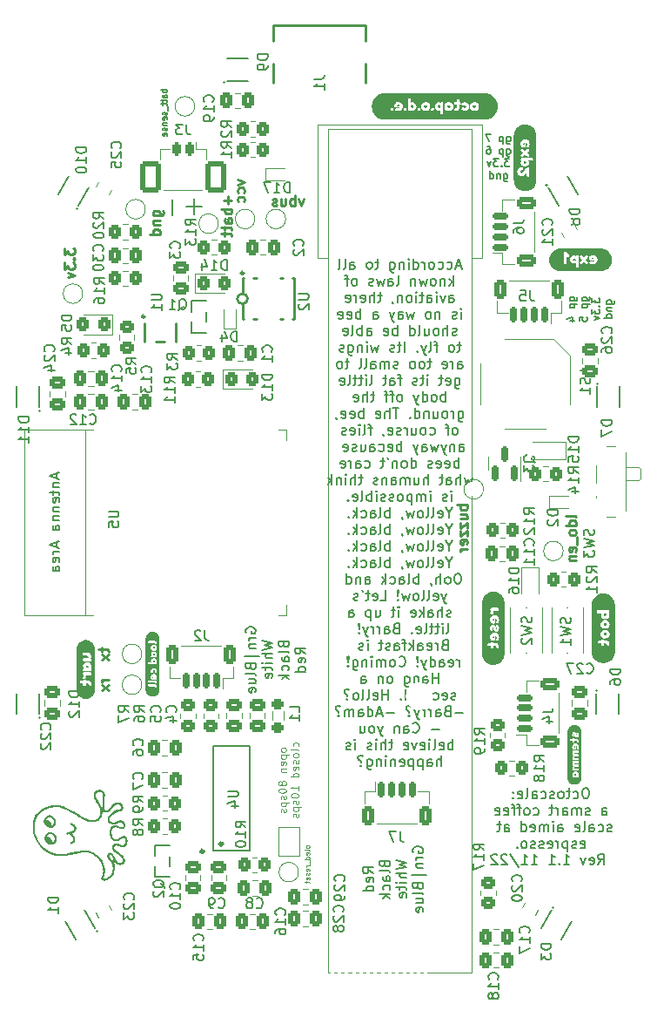
<source format=gbo>
%TF.GenerationSoftware,KiCad,Pcbnew,(6.0.8)*%
%TF.CreationDate,2022-11-08T21:59:40+00:00*%
%TF.ProjectId,octoscale,6f63746f-7363-4616-9c65-2e6b69636164,rev?*%
%TF.SameCoordinates,Original*%
%TF.FileFunction,Legend,Bot*%
%TF.FilePolarity,Positive*%
%FSLAX46Y46*%
G04 Gerber Fmt 4.6, Leading zero omitted, Abs format (unit mm)*
G04 Created by KiCad (PCBNEW (6.0.8)) date 2022-11-08 21:59:40*
%MOMM*%
%LPD*%
G01*
G04 APERTURE LIST*
G04 Aperture macros list*
%AMRoundRect*
0 Rectangle with rounded corners*
0 $1 Rounding radius*
0 $2 $3 $4 $5 $6 $7 $8 $9 X,Y pos of 4 corners*
0 Add a 4 corners polygon primitive as box body*
4,1,4,$2,$3,$4,$5,$6,$7,$8,$9,$2,$3,0*
0 Add four circle primitives for the rounded corners*
1,1,$1+$1,$2,$3*
1,1,$1+$1,$4,$5*
1,1,$1+$1,$6,$7*
1,1,$1+$1,$8,$9*
0 Add four rect primitives between the rounded corners*
20,1,$1+$1,$2,$3,$4,$5,0*
20,1,$1+$1,$4,$5,$6,$7,0*
20,1,$1+$1,$6,$7,$8,$9,0*
20,1,$1+$1,$8,$9,$2,$3,0*%
%AMRotRect*
0 Rectangle, with rotation*
0 The origin of the aperture is its center*
0 $1 length*
0 $2 width*
0 $3 Rotation angle, in degrees counterclockwise*
0 Add horizontal line*
21,1,$1,$2,0,0,$3*%
%AMFreePoly0*
4,1,6,1.000000,0.000000,0.500000,-0.750000,-0.500000,-0.750000,-0.500000,0.750000,0.500000,0.750000,1.000000,0.000000,1.000000,0.000000,$1*%
%AMFreePoly1*
4,1,6,0.500000,-0.750000,-0.650000,-0.750000,-0.150000,0.000000,-0.650000,0.750000,0.500000,0.750000,0.500000,-0.750000,0.500000,-0.750000,$1*%
G04 Aperture macros list end*
%ADD10C,0.150000*%
%ADD11C,0.125000*%
%ADD12C,0.250000*%
%ADD13C,0.187500*%
%ADD14C,0.100000*%
%ADD15C,0.120000*%
%ADD16C,0.300000*%
%ADD17C,2.700000*%
%ADD18R,0.700000X0.900000*%
%ADD19C,1.500000*%
%ADD20RoundRect,0.250000X-0.350000X-0.450000X0.350000X-0.450000X0.350000X0.450000X-0.350000X0.450000X0*%
%ADD21RoundRect,0.250000X-0.337500X-0.475000X0.337500X-0.475000X0.337500X0.475000X-0.337500X0.475000X0*%
%ADD22RoundRect,0.250000X0.350000X0.450000X-0.350000X0.450000X-0.350000X-0.450000X0.350000X-0.450000X0*%
%ADD23R,0.600000X1.000000*%
%ADD24RoundRect,0.250000X0.475000X-0.337500X0.475000X0.337500X-0.475000X0.337500X-0.475000X-0.337500X0*%
%ADD25RoundRect,0.250000X-0.325000X-0.450000X0.325000X-0.450000X0.325000X0.450000X-0.325000X0.450000X0*%
%ADD26RoundRect,0.250000X0.450000X-0.350000X0.450000X0.350000X-0.450000X0.350000X-0.450000X-0.350000X0*%
%ADD27RoundRect,0.150000X0.150000X-0.587500X0.150000X0.587500X-0.150000X0.587500X-0.150000X-0.587500X0*%
%ADD28RoundRect,0.250000X0.337500X0.475000X-0.337500X0.475000X-0.337500X-0.475000X0.337500X-0.475000X0*%
%ADD29R,0.700000X0.600000*%
%ADD30R,1.000000X0.900000*%
%ADD31RoundRect,0.250000X-0.450000X0.350000X-0.450000X-0.350000X0.450000X-0.350000X0.450000X0.350000X0*%
%ADD32RotRect,0.900000X0.700000X240.000000*%
%ADD33RoundRect,0.250000X-0.580112X0.054784X-0.242612X-0.529784X0.580112X-0.054784X0.242612X0.529784X0*%
%ADD34RotRect,0.900000X0.700000X300.000000*%
%ADD35RoundRect,0.200000X0.200000X0.450000X-0.200000X0.450000X-0.200000X-0.450000X0.200000X-0.450000X0*%
%ADD36RoundRect,0.250001X0.799999X1.249999X-0.799999X1.249999X-0.799999X-1.249999X0.799999X-1.249999X0*%
%ADD37R,0.500000X1.600000*%
%ADD38R,1.800000X1.600000*%
%ADD39RotRect,0.900000X0.700000X120.000000*%
%ADD40FreePoly0,270.000000*%
%ADD41FreePoly1,270.000000*%
%ADD42R,1.250000X0.700000*%
%ADD43R,0.600000X0.700000*%
%ADD44RotRect,0.900000X0.700000X60.000000*%
%ADD45R,0.400000X8.000000*%
%ADD46RoundRect,0.150000X0.150000X0.625000X-0.150000X0.625000X-0.150000X-0.625000X0.150000X-0.625000X0*%
%ADD47RoundRect,0.250000X0.350000X0.650000X-0.350000X0.650000X-0.350000X-0.650000X0.350000X-0.650000X0*%
%ADD48RoundRect,0.150000X0.625000X-0.150000X0.625000X0.150000X-0.625000X0.150000X-0.625000X-0.150000X0*%
%ADD49RoundRect,0.250000X0.650000X-0.350000X0.650000X0.350000X-0.650000X0.350000X-0.650000X-0.350000X0*%
%ADD50RoundRect,0.250000X0.242612X-0.529784X0.580112X0.054784X-0.242612X0.529784X-0.580112X-0.054784X0*%
%ADD51RoundRect,0.250000X-0.242612X0.529784X-0.580112X-0.054784X0.242612X-0.529784X0.580112X0.054784X0*%
%ADD52RoundRect,0.250000X-0.475000X0.337500X-0.475000X-0.337500X0.475000X-0.337500X0.475000X0.337500X0*%
%ADD53R,0.900000X1.500000*%
%ADD54R,1.500000X0.900000*%
%ADD55R,0.900000X0.900000*%
%ADD56R,0.450000X0.600000*%
%ADD57RoundRect,0.150000X-0.150000X-0.625000X0.150000X-0.625000X0.150000X0.625000X-0.150000X0.625000X0*%
%ADD58RoundRect,0.250000X-0.350000X-0.650000X0.350000X-0.650000X0.350000X0.650000X-0.350000X0.650000X0*%
%ADD59R,2.195000X2.195000*%
%ADD60RoundRect,0.250000X0.580112X-0.054784X0.242612X0.529784X-0.580112X0.054784X-0.242612X-0.529784X0*%
%ADD61RoundRect,0.250000X-0.350000X0.275000X-0.350000X-0.275000X0.350000X-0.275000X0.350000X0.275000X0*%
%ADD62O,1.750000X0.560000*%
%ADD63R,0.900000X0.700000*%
%ADD64R,0.800000X1.000000*%
%ADD65C,0.900000*%
%ADD66R,1.500000X0.700000*%
%ADD67RoundRect,0.250000X0.325000X0.450000X-0.325000X0.450000X-0.325000X-0.450000X0.325000X-0.450000X0*%
%ADD68C,0.750000*%
%ADD69R,0.600000X1.300000*%
%ADD70R,0.300000X1.300000*%
%ADD71O,1.200000X2.000000*%
%ADD72O,1.200000X1.800000*%
%ADD73R,1.000000X1.000000*%
G04 APERTURE END LIST*
D10*
X155642857Y-60838095D02*
X155642857Y-62361904D01*
D11*
X169026190Y-123673809D02*
X169002380Y-123626190D01*
X168978571Y-123602380D01*
X168930952Y-123578571D01*
X168788095Y-123578571D01*
X168740476Y-123602380D01*
X168716666Y-123626190D01*
X168692857Y-123673809D01*
X168692857Y-123745238D01*
X168716666Y-123792857D01*
X168740476Y-123816666D01*
X168788095Y-123840476D01*
X168930952Y-123840476D01*
X168978571Y-123816666D01*
X169002380Y-123792857D01*
X169026190Y-123745238D01*
X169026190Y-123673809D01*
X169026190Y-124126190D02*
X169002380Y-124078571D01*
X168954761Y-124054761D01*
X168526190Y-124054761D01*
X169002380Y-124507142D02*
X169026190Y-124459523D01*
X169026190Y-124364285D01*
X169002380Y-124316666D01*
X168954761Y-124292857D01*
X168764285Y-124292857D01*
X168716666Y-124316666D01*
X168692857Y-124364285D01*
X168692857Y-124459523D01*
X168716666Y-124507142D01*
X168764285Y-124530952D01*
X168811904Y-124530952D01*
X168859523Y-124292857D01*
X169026190Y-124959523D02*
X168526190Y-124959523D01*
X169002380Y-124959523D02*
X169026190Y-124911904D01*
X169026190Y-124816666D01*
X169002380Y-124769047D01*
X168978571Y-124745238D01*
X168930952Y-124721428D01*
X168788095Y-124721428D01*
X168740476Y-124745238D01*
X168716666Y-124769047D01*
X168692857Y-124816666D01*
X168692857Y-124911904D01*
X168716666Y-124959523D01*
X169073809Y-125078571D02*
X169073809Y-125459523D01*
X169026190Y-125578571D02*
X168692857Y-125578571D01*
X168788095Y-125578571D02*
X168740476Y-125602380D01*
X168716666Y-125626190D01*
X168692857Y-125673809D01*
X168692857Y-125721428D01*
X169002380Y-126078571D02*
X169026190Y-126030952D01*
X169026190Y-125935714D01*
X169002380Y-125888095D01*
X168954761Y-125864285D01*
X168764285Y-125864285D01*
X168716666Y-125888095D01*
X168692857Y-125935714D01*
X168692857Y-126030952D01*
X168716666Y-126078571D01*
X168764285Y-126102380D01*
X168811904Y-126102380D01*
X168859523Y-125864285D01*
X169002380Y-126292857D02*
X169026190Y-126340476D01*
X169026190Y-126435714D01*
X169002380Y-126483333D01*
X168954761Y-126507142D01*
X168930952Y-126507142D01*
X168883333Y-126483333D01*
X168859523Y-126435714D01*
X168859523Y-126364285D01*
X168835714Y-126316666D01*
X168788095Y-126292857D01*
X168764285Y-126292857D01*
X168716666Y-126316666D01*
X168692857Y-126364285D01*
X168692857Y-126435714D01*
X168716666Y-126483333D01*
X169002380Y-126911904D02*
X169026190Y-126864285D01*
X169026190Y-126769047D01*
X169002380Y-126721428D01*
X168954761Y-126697619D01*
X168764285Y-126697619D01*
X168716666Y-126721428D01*
X168692857Y-126769047D01*
X168692857Y-126864285D01*
X168716666Y-126911904D01*
X168764285Y-126935714D01*
X168811904Y-126935714D01*
X168859523Y-126697619D01*
X168692857Y-127078571D02*
X168692857Y-127269047D01*
X168526190Y-127150000D02*
X168954761Y-127150000D01*
X169002380Y-127173809D01*
X169026190Y-127221428D01*
X169026190Y-127269047D01*
D10*
X183728571Y-67316666D02*
X183252380Y-67316666D01*
X183823809Y-67602380D02*
X183490476Y-66602380D01*
X183157142Y-67602380D01*
X182395238Y-67554761D02*
X182490476Y-67602380D01*
X182680952Y-67602380D01*
X182776190Y-67554761D01*
X182823809Y-67507142D01*
X182871428Y-67411904D01*
X182871428Y-67126190D01*
X182823809Y-67030952D01*
X182776190Y-66983333D01*
X182680952Y-66935714D01*
X182490476Y-66935714D01*
X182395238Y-66983333D01*
X181538095Y-67554761D02*
X181633333Y-67602380D01*
X181823809Y-67602380D01*
X181919047Y-67554761D01*
X181966666Y-67507142D01*
X182014285Y-67411904D01*
X182014285Y-67126190D01*
X181966666Y-67030952D01*
X181919047Y-66983333D01*
X181823809Y-66935714D01*
X181633333Y-66935714D01*
X181538095Y-66983333D01*
X180966666Y-67602380D02*
X181061904Y-67554761D01*
X181109523Y-67507142D01*
X181157142Y-67411904D01*
X181157142Y-67126190D01*
X181109523Y-67030952D01*
X181061904Y-66983333D01*
X180966666Y-66935714D01*
X180823809Y-66935714D01*
X180728571Y-66983333D01*
X180680952Y-67030952D01*
X180633333Y-67126190D01*
X180633333Y-67411904D01*
X180680952Y-67507142D01*
X180728571Y-67554761D01*
X180823809Y-67602380D01*
X180966666Y-67602380D01*
X180204761Y-67602380D02*
X180204761Y-66935714D01*
X180204761Y-67126190D02*
X180157142Y-67030952D01*
X180109523Y-66983333D01*
X180014285Y-66935714D01*
X179919047Y-66935714D01*
X179157142Y-67602380D02*
X179157142Y-66602380D01*
X179157142Y-67554761D02*
X179252380Y-67602380D01*
X179442857Y-67602380D01*
X179538095Y-67554761D01*
X179585714Y-67507142D01*
X179633333Y-67411904D01*
X179633333Y-67126190D01*
X179585714Y-67030952D01*
X179538095Y-66983333D01*
X179442857Y-66935714D01*
X179252380Y-66935714D01*
X179157142Y-66983333D01*
X178680952Y-67602380D02*
X178680952Y-66935714D01*
X178680952Y-66602380D02*
X178728571Y-66650000D01*
X178680952Y-66697619D01*
X178633333Y-66650000D01*
X178680952Y-66602380D01*
X178680952Y-66697619D01*
X178204761Y-66935714D02*
X178204761Y-67602380D01*
X178204761Y-67030952D02*
X178157142Y-66983333D01*
X178061904Y-66935714D01*
X177919047Y-66935714D01*
X177823809Y-66983333D01*
X177776190Y-67078571D01*
X177776190Y-67602380D01*
X176871428Y-66935714D02*
X176871428Y-67745238D01*
X176919047Y-67840476D01*
X176966666Y-67888095D01*
X177061904Y-67935714D01*
X177204761Y-67935714D01*
X177300000Y-67888095D01*
X176871428Y-67554761D02*
X176966666Y-67602380D01*
X177157142Y-67602380D01*
X177252380Y-67554761D01*
X177300000Y-67507142D01*
X177347619Y-67411904D01*
X177347619Y-67126190D01*
X177300000Y-67030952D01*
X177252380Y-66983333D01*
X177157142Y-66935714D01*
X176966666Y-66935714D01*
X176871428Y-66983333D01*
X175776190Y-66935714D02*
X175395238Y-66935714D01*
X175633333Y-66602380D02*
X175633333Y-67459523D01*
X175585714Y-67554761D01*
X175490476Y-67602380D01*
X175395238Y-67602380D01*
X174919047Y-67602380D02*
X175014285Y-67554761D01*
X175061904Y-67507142D01*
X175109523Y-67411904D01*
X175109523Y-67126190D01*
X175061904Y-67030952D01*
X175014285Y-66983333D01*
X174919047Y-66935714D01*
X174776190Y-66935714D01*
X174680952Y-66983333D01*
X174633333Y-67030952D01*
X174585714Y-67126190D01*
X174585714Y-67411904D01*
X174633333Y-67507142D01*
X174680952Y-67554761D01*
X174776190Y-67602380D01*
X174919047Y-67602380D01*
X172966666Y-67602380D02*
X172966666Y-67078571D01*
X173014285Y-66983333D01*
X173109523Y-66935714D01*
X173300000Y-66935714D01*
X173395238Y-66983333D01*
X172966666Y-67554761D02*
X173061904Y-67602380D01*
X173300000Y-67602380D01*
X173395238Y-67554761D01*
X173442857Y-67459523D01*
X173442857Y-67364285D01*
X173395238Y-67269047D01*
X173300000Y-67221428D01*
X173061904Y-67221428D01*
X172966666Y-67173809D01*
X172347619Y-67602380D02*
X172442857Y-67554761D01*
X172490476Y-67459523D01*
X172490476Y-66602380D01*
X171823809Y-67602380D02*
X171919047Y-67554761D01*
X171966666Y-67459523D01*
X171966666Y-66602380D01*
X182990476Y-69212380D02*
X182990476Y-68212380D01*
X182895238Y-68831428D02*
X182609523Y-69212380D01*
X182609523Y-68545714D02*
X182990476Y-68926666D01*
X182180952Y-68545714D02*
X182180952Y-69212380D01*
X182180952Y-68640952D02*
X182133333Y-68593333D01*
X182038095Y-68545714D01*
X181895238Y-68545714D01*
X181800000Y-68593333D01*
X181752380Y-68688571D01*
X181752380Y-69212380D01*
X181133333Y-69212380D02*
X181228571Y-69164761D01*
X181276190Y-69117142D01*
X181323809Y-69021904D01*
X181323809Y-68736190D01*
X181276190Y-68640952D01*
X181228571Y-68593333D01*
X181133333Y-68545714D01*
X180990476Y-68545714D01*
X180895238Y-68593333D01*
X180847619Y-68640952D01*
X180800000Y-68736190D01*
X180800000Y-69021904D01*
X180847619Y-69117142D01*
X180895238Y-69164761D01*
X180990476Y-69212380D01*
X181133333Y-69212380D01*
X180466666Y-68545714D02*
X180276190Y-69212380D01*
X180085714Y-68736190D01*
X179895238Y-69212380D01*
X179704761Y-68545714D01*
X179323809Y-68545714D02*
X179323809Y-69212380D01*
X179323809Y-68640952D02*
X179276190Y-68593333D01*
X179180952Y-68545714D01*
X179038095Y-68545714D01*
X178942857Y-68593333D01*
X178895238Y-68688571D01*
X178895238Y-69212380D01*
X177514285Y-69212380D02*
X177609523Y-69164761D01*
X177657142Y-69069523D01*
X177657142Y-68212380D01*
X176704761Y-69212380D02*
X176704761Y-68688571D01*
X176752380Y-68593333D01*
X176847619Y-68545714D01*
X177038095Y-68545714D01*
X177133333Y-68593333D01*
X176704761Y-69164761D02*
X176800000Y-69212380D01*
X177038095Y-69212380D01*
X177133333Y-69164761D01*
X177180952Y-69069523D01*
X177180952Y-68974285D01*
X177133333Y-68879047D01*
X177038095Y-68831428D01*
X176800000Y-68831428D01*
X176704761Y-68783809D01*
X176323809Y-68545714D02*
X176133333Y-69212380D01*
X175942857Y-68736190D01*
X175752380Y-69212380D01*
X175561904Y-68545714D01*
X175228571Y-69164761D02*
X175133333Y-69212380D01*
X174942857Y-69212380D01*
X174847619Y-69164761D01*
X174800000Y-69069523D01*
X174800000Y-69021904D01*
X174847619Y-68926666D01*
X174942857Y-68879047D01*
X175085714Y-68879047D01*
X175180952Y-68831428D01*
X175228571Y-68736190D01*
X175228571Y-68688571D01*
X175180952Y-68593333D01*
X175085714Y-68545714D01*
X174942857Y-68545714D01*
X174847619Y-68593333D01*
X173466666Y-69212380D02*
X173561904Y-69164761D01*
X173609523Y-69117142D01*
X173657142Y-69021904D01*
X173657142Y-68736190D01*
X173609523Y-68640952D01*
X173561904Y-68593333D01*
X173466666Y-68545714D01*
X173323809Y-68545714D01*
X173228571Y-68593333D01*
X173180952Y-68640952D01*
X173133333Y-68736190D01*
X173133333Y-69021904D01*
X173180952Y-69117142D01*
X173228571Y-69164761D01*
X173323809Y-69212380D01*
X173466666Y-69212380D01*
X172847619Y-68545714D02*
X172466666Y-68545714D01*
X172704761Y-69212380D02*
X172704761Y-68355238D01*
X172657142Y-68260000D01*
X172561904Y-68212380D01*
X172466666Y-68212380D01*
X182609523Y-70822380D02*
X182609523Y-70298571D01*
X182657142Y-70203333D01*
X182752380Y-70155714D01*
X182942857Y-70155714D01*
X183038095Y-70203333D01*
X182609523Y-70774761D02*
X182704761Y-70822380D01*
X182942857Y-70822380D01*
X183038095Y-70774761D01*
X183085714Y-70679523D01*
X183085714Y-70584285D01*
X183038095Y-70489047D01*
X182942857Y-70441428D01*
X182704761Y-70441428D01*
X182609523Y-70393809D01*
X182228571Y-70155714D02*
X181990476Y-70822380D01*
X181752380Y-70155714D01*
X181371428Y-70822380D02*
X181371428Y-70155714D01*
X181371428Y-69822380D02*
X181419047Y-69870000D01*
X181371428Y-69917619D01*
X181323809Y-69870000D01*
X181371428Y-69822380D01*
X181371428Y-69917619D01*
X180466666Y-70822380D02*
X180466666Y-70298571D01*
X180514285Y-70203333D01*
X180609523Y-70155714D01*
X180800000Y-70155714D01*
X180895238Y-70203333D01*
X180466666Y-70774761D02*
X180561904Y-70822380D01*
X180800000Y-70822380D01*
X180895238Y-70774761D01*
X180942857Y-70679523D01*
X180942857Y-70584285D01*
X180895238Y-70489047D01*
X180800000Y-70441428D01*
X180561904Y-70441428D01*
X180466666Y-70393809D01*
X180133333Y-70155714D02*
X179752380Y-70155714D01*
X179990476Y-69822380D02*
X179990476Y-70679523D01*
X179942857Y-70774761D01*
X179847619Y-70822380D01*
X179752380Y-70822380D01*
X179419047Y-70822380D02*
X179419047Y-70155714D01*
X179419047Y-69822380D02*
X179466666Y-69870000D01*
X179419047Y-69917619D01*
X179371428Y-69870000D01*
X179419047Y-69822380D01*
X179419047Y-69917619D01*
X178800000Y-70822380D02*
X178895238Y-70774761D01*
X178942857Y-70727142D01*
X178990476Y-70631904D01*
X178990476Y-70346190D01*
X178942857Y-70250952D01*
X178895238Y-70203333D01*
X178800000Y-70155714D01*
X178657142Y-70155714D01*
X178561904Y-70203333D01*
X178514285Y-70250952D01*
X178466666Y-70346190D01*
X178466666Y-70631904D01*
X178514285Y-70727142D01*
X178561904Y-70774761D01*
X178657142Y-70822380D01*
X178800000Y-70822380D01*
X178038095Y-70155714D02*
X178038095Y-70822380D01*
X178038095Y-70250952D02*
X177990476Y-70203333D01*
X177895238Y-70155714D01*
X177752380Y-70155714D01*
X177657142Y-70203333D01*
X177609523Y-70298571D01*
X177609523Y-70822380D01*
X177085714Y-70774761D02*
X177085714Y-70822380D01*
X177133333Y-70917619D01*
X177180952Y-70965238D01*
X176038095Y-70155714D02*
X175657142Y-70155714D01*
X175895238Y-69822380D02*
X175895238Y-70679523D01*
X175847619Y-70774761D01*
X175752380Y-70822380D01*
X175657142Y-70822380D01*
X175323809Y-70822380D02*
X175323809Y-69822380D01*
X174895238Y-70822380D02*
X174895238Y-70298571D01*
X174942857Y-70203333D01*
X175038095Y-70155714D01*
X175180952Y-70155714D01*
X175276190Y-70203333D01*
X175323809Y-70250952D01*
X174038095Y-70774761D02*
X174133333Y-70822380D01*
X174323809Y-70822380D01*
X174419047Y-70774761D01*
X174466666Y-70679523D01*
X174466666Y-70298571D01*
X174419047Y-70203333D01*
X174323809Y-70155714D01*
X174133333Y-70155714D01*
X174038095Y-70203333D01*
X173990476Y-70298571D01*
X173990476Y-70393809D01*
X174466666Y-70489047D01*
X173561904Y-70822380D02*
X173561904Y-70155714D01*
X173561904Y-70346190D02*
X173514285Y-70250952D01*
X173466666Y-70203333D01*
X173371428Y-70155714D01*
X173276190Y-70155714D01*
X172561904Y-70774761D02*
X172657142Y-70822380D01*
X172847619Y-70822380D01*
X172942857Y-70774761D01*
X172990476Y-70679523D01*
X172990476Y-70298571D01*
X172942857Y-70203333D01*
X172847619Y-70155714D01*
X172657142Y-70155714D01*
X172561904Y-70203333D01*
X172514285Y-70298571D01*
X172514285Y-70393809D01*
X172990476Y-70489047D01*
X183752380Y-72432380D02*
X183752380Y-71765714D01*
X183752380Y-71432380D02*
X183800000Y-71480000D01*
X183752380Y-71527619D01*
X183704761Y-71480000D01*
X183752380Y-71432380D01*
X183752380Y-71527619D01*
X183323809Y-72384761D02*
X183228571Y-72432380D01*
X183038095Y-72432380D01*
X182942857Y-72384761D01*
X182895238Y-72289523D01*
X182895238Y-72241904D01*
X182942857Y-72146666D01*
X183038095Y-72099047D01*
X183180952Y-72099047D01*
X183276190Y-72051428D01*
X183323809Y-71956190D01*
X183323809Y-71908571D01*
X183276190Y-71813333D01*
X183180952Y-71765714D01*
X183038095Y-71765714D01*
X182942857Y-71813333D01*
X181704761Y-71765714D02*
X181704761Y-72432380D01*
X181704761Y-71860952D02*
X181657142Y-71813333D01*
X181561904Y-71765714D01*
X181419047Y-71765714D01*
X181323809Y-71813333D01*
X181276190Y-71908571D01*
X181276190Y-72432380D01*
X180657142Y-72432380D02*
X180752380Y-72384761D01*
X180800000Y-72337142D01*
X180847619Y-72241904D01*
X180847619Y-71956190D01*
X180800000Y-71860952D01*
X180752380Y-71813333D01*
X180657142Y-71765714D01*
X180514285Y-71765714D01*
X180419047Y-71813333D01*
X180371428Y-71860952D01*
X180323809Y-71956190D01*
X180323809Y-72241904D01*
X180371428Y-72337142D01*
X180419047Y-72384761D01*
X180514285Y-72432380D01*
X180657142Y-72432380D01*
X179228571Y-71765714D02*
X179038095Y-72432380D01*
X178847619Y-71956190D01*
X178657142Y-72432380D01*
X178466666Y-71765714D01*
X177657142Y-72432380D02*
X177657142Y-71908571D01*
X177704761Y-71813333D01*
X177800000Y-71765714D01*
X177990476Y-71765714D01*
X178085714Y-71813333D01*
X177657142Y-72384761D02*
X177752380Y-72432380D01*
X177990476Y-72432380D01*
X178085714Y-72384761D01*
X178133333Y-72289523D01*
X178133333Y-72194285D01*
X178085714Y-72099047D01*
X177990476Y-72051428D01*
X177752380Y-72051428D01*
X177657142Y-72003809D01*
X177276190Y-71765714D02*
X177038095Y-72432380D01*
X176800000Y-71765714D02*
X177038095Y-72432380D01*
X177133333Y-72670476D01*
X177180952Y-72718095D01*
X177276190Y-72765714D01*
X175228571Y-72432380D02*
X175228571Y-71908571D01*
X175276190Y-71813333D01*
X175371428Y-71765714D01*
X175561904Y-71765714D01*
X175657142Y-71813333D01*
X175228571Y-72384761D02*
X175323809Y-72432380D01*
X175561904Y-72432380D01*
X175657142Y-72384761D01*
X175704761Y-72289523D01*
X175704761Y-72194285D01*
X175657142Y-72099047D01*
X175561904Y-72051428D01*
X175323809Y-72051428D01*
X175228571Y-72003809D01*
X173990476Y-72432380D02*
X173990476Y-71432380D01*
X173990476Y-71813333D02*
X173895238Y-71765714D01*
X173704761Y-71765714D01*
X173609523Y-71813333D01*
X173561904Y-71860952D01*
X173514285Y-71956190D01*
X173514285Y-72241904D01*
X173561904Y-72337142D01*
X173609523Y-72384761D01*
X173704761Y-72432380D01*
X173895238Y-72432380D01*
X173990476Y-72384761D01*
X172704761Y-72384761D02*
X172800000Y-72432380D01*
X172990476Y-72432380D01*
X173085714Y-72384761D01*
X173133333Y-72289523D01*
X173133333Y-71908571D01*
X173085714Y-71813333D01*
X172990476Y-71765714D01*
X172800000Y-71765714D01*
X172704761Y-71813333D01*
X172657142Y-71908571D01*
X172657142Y-72003809D01*
X173133333Y-72099047D01*
X171847619Y-72384761D02*
X171942857Y-72432380D01*
X172133333Y-72432380D01*
X172228571Y-72384761D01*
X172276190Y-72289523D01*
X172276190Y-71908571D01*
X172228571Y-71813333D01*
X172133333Y-71765714D01*
X171942857Y-71765714D01*
X171847619Y-71813333D01*
X171800000Y-71908571D01*
X171800000Y-72003809D01*
X172276190Y-72099047D01*
X183323809Y-73994761D02*
X183228571Y-74042380D01*
X183038095Y-74042380D01*
X182942857Y-73994761D01*
X182895238Y-73899523D01*
X182895238Y-73851904D01*
X182942857Y-73756666D01*
X183038095Y-73709047D01*
X183180952Y-73709047D01*
X183276190Y-73661428D01*
X183323809Y-73566190D01*
X183323809Y-73518571D01*
X183276190Y-73423333D01*
X183180952Y-73375714D01*
X183038095Y-73375714D01*
X182942857Y-73423333D01*
X182466666Y-74042380D02*
X182466666Y-73042380D01*
X182038095Y-74042380D02*
X182038095Y-73518571D01*
X182085714Y-73423333D01*
X182180952Y-73375714D01*
X182323809Y-73375714D01*
X182419047Y-73423333D01*
X182466666Y-73470952D01*
X181419047Y-74042380D02*
X181514285Y-73994761D01*
X181561904Y-73947142D01*
X181609523Y-73851904D01*
X181609523Y-73566190D01*
X181561904Y-73470952D01*
X181514285Y-73423333D01*
X181419047Y-73375714D01*
X181276190Y-73375714D01*
X181180952Y-73423333D01*
X181133333Y-73470952D01*
X181085714Y-73566190D01*
X181085714Y-73851904D01*
X181133333Y-73947142D01*
X181180952Y-73994761D01*
X181276190Y-74042380D01*
X181419047Y-74042380D01*
X180228571Y-73375714D02*
X180228571Y-74042380D01*
X180657142Y-73375714D02*
X180657142Y-73899523D01*
X180609523Y-73994761D01*
X180514285Y-74042380D01*
X180371428Y-74042380D01*
X180276190Y-73994761D01*
X180228571Y-73947142D01*
X179609523Y-74042380D02*
X179704761Y-73994761D01*
X179752380Y-73899523D01*
X179752380Y-73042380D01*
X178800000Y-74042380D02*
X178800000Y-73042380D01*
X178800000Y-73994761D02*
X178895238Y-74042380D01*
X179085714Y-74042380D01*
X179180952Y-73994761D01*
X179228571Y-73947142D01*
X179276190Y-73851904D01*
X179276190Y-73566190D01*
X179228571Y-73470952D01*
X179180952Y-73423333D01*
X179085714Y-73375714D01*
X178895238Y-73375714D01*
X178800000Y-73423333D01*
X177561904Y-74042380D02*
X177561904Y-73042380D01*
X177561904Y-73423333D02*
X177466666Y-73375714D01*
X177276190Y-73375714D01*
X177180952Y-73423333D01*
X177133333Y-73470952D01*
X177085714Y-73566190D01*
X177085714Y-73851904D01*
X177133333Y-73947142D01*
X177180952Y-73994761D01*
X177276190Y-74042380D01*
X177466666Y-74042380D01*
X177561904Y-73994761D01*
X176276190Y-73994761D02*
X176371428Y-74042380D01*
X176561904Y-74042380D01*
X176657142Y-73994761D01*
X176704761Y-73899523D01*
X176704761Y-73518571D01*
X176657142Y-73423333D01*
X176561904Y-73375714D01*
X176371428Y-73375714D01*
X176276190Y-73423333D01*
X176228571Y-73518571D01*
X176228571Y-73613809D01*
X176704761Y-73709047D01*
X174609523Y-74042380D02*
X174609523Y-73518571D01*
X174657142Y-73423333D01*
X174752380Y-73375714D01*
X174942857Y-73375714D01*
X175038095Y-73423333D01*
X174609523Y-73994761D02*
X174704761Y-74042380D01*
X174942857Y-74042380D01*
X175038095Y-73994761D01*
X175085714Y-73899523D01*
X175085714Y-73804285D01*
X175038095Y-73709047D01*
X174942857Y-73661428D01*
X174704761Y-73661428D01*
X174609523Y-73613809D01*
X174133333Y-74042380D02*
X174133333Y-73042380D01*
X174133333Y-73423333D02*
X174038095Y-73375714D01*
X173847619Y-73375714D01*
X173752380Y-73423333D01*
X173704761Y-73470952D01*
X173657142Y-73566190D01*
X173657142Y-73851904D01*
X173704761Y-73947142D01*
X173752380Y-73994761D01*
X173847619Y-74042380D01*
X174038095Y-74042380D01*
X174133333Y-73994761D01*
X173085714Y-74042380D02*
X173180952Y-73994761D01*
X173228571Y-73899523D01*
X173228571Y-73042380D01*
X172323809Y-73994761D02*
X172419047Y-74042380D01*
X172609523Y-74042380D01*
X172704761Y-73994761D01*
X172752380Y-73899523D01*
X172752380Y-73518571D01*
X172704761Y-73423333D01*
X172609523Y-73375714D01*
X172419047Y-73375714D01*
X172323809Y-73423333D01*
X172276190Y-73518571D01*
X172276190Y-73613809D01*
X172752380Y-73709047D01*
X183752380Y-74985714D02*
X183371428Y-74985714D01*
X183609523Y-74652380D02*
X183609523Y-75509523D01*
X183561904Y-75604761D01*
X183466666Y-75652380D01*
X183371428Y-75652380D01*
X182895238Y-75652380D02*
X182990476Y-75604761D01*
X183038095Y-75557142D01*
X183085714Y-75461904D01*
X183085714Y-75176190D01*
X183038095Y-75080952D01*
X182990476Y-75033333D01*
X182895238Y-74985714D01*
X182752380Y-74985714D01*
X182657142Y-75033333D01*
X182609523Y-75080952D01*
X182561904Y-75176190D01*
X182561904Y-75461904D01*
X182609523Y-75557142D01*
X182657142Y-75604761D01*
X182752380Y-75652380D01*
X182895238Y-75652380D01*
X181514285Y-74985714D02*
X181133333Y-74985714D01*
X181371428Y-75652380D02*
X181371428Y-74795238D01*
X181323809Y-74700000D01*
X181228571Y-74652380D01*
X181133333Y-74652380D01*
X180657142Y-75652380D02*
X180752380Y-75604761D01*
X180800000Y-75509523D01*
X180800000Y-74652380D01*
X180371428Y-74985714D02*
X180133333Y-75652380D01*
X179895238Y-74985714D02*
X180133333Y-75652380D01*
X180228571Y-75890476D01*
X180276190Y-75938095D01*
X180371428Y-75985714D01*
X179514285Y-75557142D02*
X179466666Y-75604761D01*
X179514285Y-75652380D01*
X179561904Y-75604761D01*
X179514285Y-75557142D01*
X179514285Y-75652380D01*
X178276190Y-75652380D02*
X178276190Y-74652380D01*
X177942857Y-74985714D02*
X177561904Y-74985714D01*
X177800000Y-74652380D02*
X177800000Y-75509523D01*
X177752380Y-75604761D01*
X177657142Y-75652380D01*
X177561904Y-75652380D01*
X177276190Y-75604761D02*
X177180952Y-75652380D01*
X176990476Y-75652380D01*
X176895238Y-75604761D01*
X176847619Y-75509523D01*
X176847619Y-75461904D01*
X176895238Y-75366666D01*
X176990476Y-75319047D01*
X177133333Y-75319047D01*
X177228571Y-75271428D01*
X177276190Y-75176190D01*
X177276190Y-75128571D01*
X177228571Y-75033333D01*
X177133333Y-74985714D01*
X176990476Y-74985714D01*
X176895238Y-75033333D01*
X175752380Y-74985714D02*
X175561904Y-75652380D01*
X175371428Y-75176190D01*
X175180952Y-75652380D01*
X174990476Y-74985714D01*
X174609523Y-75652380D02*
X174609523Y-74985714D01*
X174609523Y-74652380D02*
X174657142Y-74700000D01*
X174609523Y-74747619D01*
X174561904Y-74700000D01*
X174609523Y-74652380D01*
X174609523Y-74747619D01*
X174133333Y-74985714D02*
X174133333Y-75652380D01*
X174133333Y-75080952D02*
X174085714Y-75033333D01*
X173990476Y-74985714D01*
X173847619Y-74985714D01*
X173752380Y-75033333D01*
X173704761Y-75128571D01*
X173704761Y-75652380D01*
X172800000Y-74985714D02*
X172800000Y-75795238D01*
X172847619Y-75890476D01*
X172895238Y-75938095D01*
X172990476Y-75985714D01*
X173133333Y-75985714D01*
X173228571Y-75938095D01*
X172800000Y-75604761D02*
X172895238Y-75652380D01*
X173085714Y-75652380D01*
X173180952Y-75604761D01*
X173228571Y-75557142D01*
X173276190Y-75461904D01*
X173276190Y-75176190D01*
X173228571Y-75080952D01*
X173180952Y-75033333D01*
X173085714Y-74985714D01*
X172895238Y-74985714D01*
X172800000Y-75033333D01*
X172371428Y-75604761D02*
X172276190Y-75652380D01*
X172085714Y-75652380D01*
X171990476Y-75604761D01*
X171942857Y-75509523D01*
X171942857Y-75461904D01*
X171990476Y-75366666D01*
X172085714Y-75319047D01*
X172228571Y-75319047D01*
X172323809Y-75271428D01*
X172371428Y-75176190D01*
X172371428Y-75128571D01*
X172323809Y-75033333D01*
X172228571Y-74985714D01*
X172085714Y-74985714D01*
X171990476Y-75033333D01*
X183442857Y-77262380D02*
X183442857Y-76738571D01*
X183490476Y-76643333D01*
X183585714Y-76595714D01*
X183776190Y-76595714D01*
X183871428Y-76643333D01*
X183442857Y-77214761D02*
X183538095Y-77262380D01*
X183776190Y-77262380D01*
X183871428Y-77214761D01*
X183919047Y-77119523D01*
X183919047Y-77024285D01*
X183871428Y-76929047D01*
X183776190Y-76881428D01*
X183538095Y-76881428D01*
X183442857Y-76833809D01*
X182966666Y-77262380D02*
X182966666Y-76595714D01*
X182966666Y-76786190D02*
X182919047Y-76690952D01*
X182871428Y-76643333D01*
X182776190Y-76595714D01*
X182680952Y-76595714D01*
X181966666Y-77214761D02*
X182061904Y-77262380D01*
X182252380Y-77262380D01*
X182347619Y-77214761D01*
X182395238Y-77119523D01*
X182395238Y-76738571D01*
X182347619Y-76643333D01*
X182252380Y-76595714D01*
X182061904Y-76595714D01*
X181966666Y-76643333D01*
X181919047Y-76738571D01*
X181919047Y-76833809D01*
X182395238Y-76929047D01*
X180871428Y-76595714D02*
X180490476Y-76595714D01*
X180728571Y-76262380D02*
X180728571Y-77119523D01*
X180680952Y-77214761D01*
X180585714Y-77262380D01*
X180490476Y-77262380D01*
X180014285Y-77262380D02*
X180109523Y-77214761D01*
X180157142Y-77167142D01*
X180204761Y-77071904D01*
X180204761Y-76786190D01*
X180157142Y-76690952D01*
X180109523Y-76643333D01*
X180014285Y-76595714D01*
X179871428Y-76595714D01*
X179776190Y-76643333D01*
X179728571Y-76690952D01*
X179680952Y-76786190D01*
X179680952Y-77071904D01*
X179728571Y-77167142D01*
X179776190Y-77214761D01*
X179871428Y-77262380D01*
X180014285Y-77262380D01*
X179109523Y-77262380D02*
X179204761Y-77214761D01*
X179252380Y-77167142D01*
X179300000Y-77071904D01*
X179300000Y-76786190D01*
X179252380Y-76690952D01*
X179204761Y-76643333D01*
X179109523Y-76595714D01*
X178966666Y-76595714D01*
X178871428Y-76643333D01*
X178823809Y-76690952D01*
X178776190Y-76786190D01*
X178776190Y-77071904D01*
X178823809Y-77167142D01*
X178871428Y-77214761D01*
X178966666Y-77262380D01*
X179109523Y-77262380D01*
X177633333Y-77214761D02*
X177538095Y-77262380D01*
X177347619Y-77262380D01*
X177252380Y-77214761D01*
X177204761Y-77119523D01*
X177204761Y-77071904D01*
X177252380Y-76976666D01*
X177347619Y-76929047D01*
X177490476Y-76929047D01*
X177585714Y-76881428D01*
X177633333Y-76786190D01*
X177633333Y-76738571D01*
X177585714Y-76643333D01*
X177490476Y-76595714D01*
X177347619Y-76595714D01*
X177252380Y-76643333D01*
X176776190Y-77262380D02*
X176776190Y-76595714D01*
X176776190Y-76690952D02*
X176728571Y-76643333D01*
X176633333Y-76595714D01*
X176490476Y-76595714D01*
X176395238Y-76643333D01*
X176347619Y-76738571D01*
X176347619Y-77262380D01*
X176347619Y-76738571D02*
X176300000Y-76643333D01*
X176204761Y-76595714D01*
X176061904Y-76595714D01*
X175966666Y-76643333D01*
X175919047Y-76738571D01*
X175919047Y-77262380D01*
X175014285Y-77262380D02*
X175014285Y-76738571D01*
X175061904Y-76643333D01*
X175157142Y-76595714D01*
X175347619Y-76595714D01*
X175442857Y-76643333D01*
X175014285Y-77214761D02*
X175109523Y-77262380D01*
X175347619Y-77262380D01*
X175442857Y-77214761D01*
X175490476Y-77119523D01*
X175490476Y-77024285D01*
X175442857Y-76929047D01*
X175347619Y-76881428D01*
X175109523Y-76881428D01*
X175014285Y-76833809D01*
X174395238Y-77262380D02*
X174490476Y-77214761D01*
X174538095Y-77119523D01*
X174538095Y-76262380D01*
X173871428Y-77262380D02*
X173966666Y-77214761D01*
X174014285Y-77119523D01*
X174014285Y-76262380D01*
X172871428Y-76595714D02*
X172490476Y-76595714D01*
X172728571Y-76262380D02*
X172728571Y-77119523D01*
X172680952Y-77214761D01*
X172585714Y-77262380D01*
X172490476Y-77262380D01*
X172014285Y-77262380D02*
X172109523Y-77214761D01*
X172157142Y-77167142D01*
X172204761Y-77071904D01*
X172204761Y-76786190D01*
X172157142Y-76690952D01*
X172109523Y-76643333D01*
X172014285Y-76595714D01*
X171871428Y-76595714D01*
X171776190Y-76643333D01*
X171728571Y-76690952D01*
X171680952Y-76786190D01*
X171680952Y-77071904D01*
X171728571Y-77167142D01*
X171776190Y-77214761D01*
X171871428Y-77262380D01*
X172014285Y-77262380D01*
X183157142Y-78205714D02*
X183157142Y-79015238D01*
X183204761Y-79110476D01*
X183252380Y-79158095D01*
X183347619Y-79205714D01*
X183490476Y-79205714D01*
X183585714Y-79158095D01*
X183157142Y-78824761D02*
X183252380Y-78872380D01*
X183442857Y-78872380D01*
X183538095Y-78824761D01*
X183585714Y-78777142D01*
X183633333Y-78681904D01*
X183633333Y-78396190D01*
X183585714Y-78300952D01*
X183538095Y-78253333D01*
X183442857Y-78205714D01*
X183252380Y-78205714D01*
X183157142Y-78253333D01*
X182300000Y-78824761D02*
X182395238Y-78872380D01*
X182585714Y-78872380D01*
X182680952Y-78824761D01*
X182728571Y-78729523D01*
X182728571Y-78348571D01*
X182680952Y-78253333D01*
X182585714Y-78205714D01*
X182395238Y-78205714D01*
X182300000Y-78253333D01*
X182252380Y-78348571D01*
X182252380Y-78443809D01*
X182728571Y-78539047D01*
X181966666Y-78205714D02*
X181585714Y-78205714D01*
X181823809Y-77872380D02*
X181823809Y-78729523D01*
X181776190Y-78824761D01*
X181680952Y-78872380D01*
X181585714Y-78872380D01*
X180490476Y-78872380D02*
X180490476Y-78205714D01*
X180490476Y-77872380D02*
X180538095Y-77920000D01*
X180490476Y-77967619D01*
X180442857Y-77920000D01*
X180490476Y-77872380D01*
X180490476Y-77967619D01*
X180157142Y-78205714D02*
X179776190Y-78205714D01*
X180014285Y-77872380D02*
X180014285Y-78729523D01*
X179966666Y-78824761D01*
X179871428Y-78872380D01*
X179776190Y-78872380D01*
X179490476Y-78824761D02*
X179395238Y-78872380D01*
X179204761Y-78872380D01*
X179109523Y-78824761D01*
X179061904Y-78729523D01*
X179061904Y-78681904D01*
X179109523Y-78586666D01*
X179204761Y-78539047D01*
X179347619Y-78539047D01*
X179442857Y-78491428D01*
X179490476Y-78396190D01*
X179490476Y-78348571D01*
X179442857Y-78253333D01*
X179347619Y-78205714D01*
X179204761Y-78205714D01*
X179109523Y-78253333D01*
X178014285Y-78205714D02*
X177633333Y-78205714D01*
X177871428Y-78872380D02*
X177871428Y-78015238D01*
X177823809Y-77920000D01*
X177728571Y-77872380D01*
X177633333Y-77872380D01*
X176871428Y-78872380D02*
X176871428Y-78348571D01*
X176919047Y-78253333D01*
X177014285Y-78205714D01*
X177204761Y-78205714D01*
X177300000Y-78253333D01*
X176871428Y-78824761D02*
X176966666Y-78872380D01*
X177204761Y-78872380D01*
X177300000Y-78824761D01*
X177347619Y-78729523D01*
X177347619Y-78634285D01*
X177300000Y-78539047D01*
X177204761Y-78491428D01*
X176966666Y-78491428D01*
X176871428Y-78443809D01*
X176538095Y-78205714D02*
X176157142Y-78205714D01*
X176395238Y-77872380D02*
X176395238Y-78729523D01*
X176347619Y-78824761D01*
X176252380Y-78872380D01*
X176157142Y-78872380D01*
X174919047Y-78872380D02*
X175014285Y-78824761D01*
X175061904Y-78729523D01*
X175061904Y-77872380D01*
X174538095Y-78872380D02*
X174538095Y-78205714D01*
X174538095Y-77872380D02*
X174585714Y-77920000D01*
X174538095Y-77967619D01*
X174490476Y-77920000D01*
X174538095Y-77872380D01*
X174538095Y-77967619D01*
X174204761Y-78205714D02*
X173823809Y-78205714D01*
X174061904Y-77872380D02*
X174061904Y-78729523D01*
X174014285Y-78824761D01*
X173919047Y-78872380D01*
X173823809Y-78872380D01*
X173633333Y-78205714D02*
X173252380Y-78205714D01*
X173490476Y-77872380D02*
X173490476Y-78729523D01*
X173442857Y-78824761D01*
X173347619Y-78872380D01*
X173252380Y-78872380D01*
X172776190Y-78872380D02*
X172871428Y-78824761D01*
X172919047Y-78729523D01*
X172919047Y-77872380D01*
X172014285Y-78824761D02*
X172109523Y-78872380D01*
X172300000Y-78872380D01*
X172395238Y-78824761D01*
X172442857Y-78729523D01*
X172442857Y-78348571D01*
X172395238Y-78253333D01*
X172300000Y-78205714D01*
X172109523Y-78205714D01*
X172014285Y-78253333D01*
X171966666Y-78348571D01*
X171966666Y-78443809D01*
X172442857Y-78539047D01*
X182252380Y-80482380D02*
X182252380Y-79482380D01*
X182252380Y-79863333D02*
X182157142Y-79815714D01*
X181966666Y-79815714D01*
X181871428Y-79863333D01*
X181823809Y-79910952D01*
X181776190Y-80006190D01*
X181776190Y-80291904D01*
X181823809Y-80387142D01*
X181871428Y-80434761D01*
X181966666Y-80482380D01*
X182157142Y-80482380D01*
X182252380Y-80434761D01*
X181204761Y-80482380D02*
X181300000Y-80434761D01*
X181347619Y-80387142D01*
X181395238Y-80291904D01*
X181395238Y-80006190D01*
X181347619Y-79910952D01*
X181300000Y-79863333D01*
X181204761Y-79815714D01*
X181061904Y-79815714D01*
X180966666Y-79863333D01*
X180919047Y-79910952D01*
X180871428Y-80006190D01*
X180871428Y-80291904D01*
X180919047Y-80387142D01*
X180966666Y-80434761D01*
X181061904Y-80482380D01*
X181204761Y-80482380D01*
X180014285Y-80482380D02*
X180014285Y-79482380D01*
X180014285Y-80434761D02*
X180109523Y-80482380D01*
X180300000Y-80482380D01*
X180395238Y-80434761D01*
X180442857Y-80387142D01*
X180490476Y-80291904D01*
X180490476Y-80006190D01*
X180442857Y-79910952D01*
X180395238Y-79863333D01*
X180300000Y-79815714D01*
X180109523Y-79815714D01*
X180014285Y-79863333D01*
X179633333Y-79815714D02*
X179395238Y-80482380D01*
X179157142Y-79815714D02*
X179395238Y-80482380D01*
X179490476Y-80720476D01*
X179538095Y-80768095D01*
X179633333Y-80815714D01*
X177871428Y-80482380D02*
X177966666Y-80434761D01*
X178014285Y-80387142D01*
X178061904Y-80291904D01*
X178061904Y-80006190D01*
X178014285Y-79910952D01*
X177966666Y-79863333D01*
X177871428Y-79815714D01*
X177728571Y-79815714D01*
X177633333Y-79863333D01*
X177585714Y-79910952D01*
X177538095Y-80006190D01*
X177538095Y-80291904D01*
X177585714Y-80387142D01*
X177633333Y-80434761D01*
X177728571Y-80482380D01*
X177871428Y-80482380D01*
X177252380Y-79815714D02*
X176871428Y-79815714D01*
X177109523Y-80482380D02*
X177109523Y-79625238D01*
X177061904Y-79530000D01*
X176966666Y-79482380D01*
X176871428Y-79482380D01*
X176680952Y-79815714D02*
X176300000Y-79815714D01*
X176538095Y-80482380D02*
X176538095Y-79625238D01*
X176490476Y-79530000D01*
X176395238Y-79482380D01*
X176300000Y-79482380D01*
X175347619Y-79815714D02*
X174966666Y-79815714D01*
X175204761Y-79482380D02*
X175204761Y-80339523D01*
X175157142Y-80434761D01*
X175061904Y-80482380D01*
X174966666Y-80482380D01*
X174633333Y-80482380D02*
X174633333Y-79482380D01*
X174204761Y-80482380D02*
X174204761Y-79958571D01*
X174252380Y-79863333D01*
X174347619Y-79815714D01*
X174490476Y-79815714D01*
X174585714Y-79863333D01*
X174633333Y-79910952D01*
X173347619Y-80434761D02*
X173442857Y-80482380D01*
X173633333Y-80482380D01*
X173728571Y-80434761D01*
X173776190Y-80339523D01*
X173776190Y-79958571D01*
X173728571Y-79863333D01*
X173633333Y-79815714D01*
X173442857Y-79815714D01*
X173347619Y-79863333D01*
X173300000Y-79958571D01*
X173300000Y-80053809D01*
X173776190Y-80149047D01*
X183514285Y-81425714D02*
X183514285Y-82235238D01*
X183561904Y-82330476D01*
X183609523Y-82378095D01*
X183704761Y-82425714D01*
X183847619Y-82425714D01*
X183942857Y-82378095D01*
X183514285Y-82044761D02*
X183609523Y-82092380D01*
X183800000Y-82092380D01*
X183895238Y-82044761D01*
X183942857Y-81997142D01*
X183990476Y-81901904D01*
X183990476Y-81616190D01*
X183942857Y-81520952D01*
X183895238Y-81473333D01*
X183800000Y-81425714D01*
X183609523Y-81425714D01*
X183514285Y-81473333D01*
X183038095Y-82092380D02*
X183038095Y-81425714D01*
X183038095Y-81616190D02*
X182990476Y-81520952D01*
X182942857Y-81473333D01*
X182847619Y-81425714D01*
X182752380Y-81425714D01*
X182276190Y-82092380D02*
X182371428Y-82044761D01*
X182419047Y-81997142D01*
X182466666Y-81901904D01*
X182466666Y-81616190D01*
X182419047Y-81520952D01*
X182371428Y-81473333D01*
X182276190Y-81425714D01*
X182133333Y-81425714D01*
X182038095Y-81473333D01*
X181990476Y-81520952D01*
X181942857Y-81616190D01*
X181942857Y-81901904D01*
X181990476Y-81997142D01*
X182038095Y-82044761D01*
X182133333Y-82092380D01*
X182276190Y-82092380D01*
X181085714Y-81425714D02*
X181085714Y-82092380D01*
X181514285Y-81425714D02*
X181514285Y-81949523D01*
X181466666Y-82044761D01*
X181371428Y-82092380D01*
X181228571Y-82092380D01*
X181133333Y-82044761D01*
X181085714Y-81997142D01*
X180609523Y-81425714D02*
X180609523Y-82092380D01*
X180609523Y-81520952D02*
X180561904Y-81473333D01*
X180466666Y-81425714D01*
X180323809Y-81425714D01*
X180228571Y-81473333D01*
X180180952Y-81568571D01*
X180180952Y-82092380D01*
X179276190Y-82092380D02*
X179276190Y-81092380D01*
X179276190Y-82044761D02*
X179371428Y-82092380D01*
X179561904Y-82092380D01*
X179657142Y-82044761D01*
X179704761Y-81997142D01*
X179752380Y-81901904D01*
X179752380Y-81616190D01*
X179704761Y-81520952D01*
X179657142Y-81473333D01*
X179561904Y-81425714D01*
X179371428Y-81425714D01*
X179276190Y-81473333D01*
X178800000Y-81997142D02*
X178752380Y-82044761D01*
X178800000Y-82092380D01*
X178847619Y-82044761D01*
X178800000Y-81997142D01*
X178800000Y-82092380D01*
X177704761Y-81092380D02*
X177133333Y-81092380D01*
X177419047Y-82092380D02*
X177419047Y-81092380D01*
X176800000Y-82092380D02*
X176800000Y-81092380D01*
X176371428Y-82092380D02*
X176371428Y-81568571D01*
X176419047Y-81473333D01*
X176514285Y-81425714D01*
X176657142Y-81425714D01*
X176752380Y-81473333D01*
X176800000Y-81520952D01*
X175514285Y-82044761D02*
X175609523Y-82092380D01*
X175800000Y-82092380D01*
X175895238Y-82044761D01*
X175942857Y-81949523D01*
X175942857Y-81568571D01*
X175895238Y-81473333D01*
X175800000Y-81425714D01*
X175609523Y-81425714D01*
X175514285Y-81473333D01*
X175466666Y-81568571D01*
X175466666Y-81663809D01*
X175942857Y-81759047D01*
X174276190Y-82092380D02*
X174276190Y-81092380D01*
X174276190Y-81473333D02*
X174180952Y-81425714D01*
X173990476Y-81425714D01*
X173895238Y-81473333D01*
X173847619Y-81520952D01*
X173800000Y-81616190D01*
X173800000Y-81901904D01*
X173847619Y-81997142D01*
X173895238Y-82044761D01*
X173990476Y-82092380D01*
X174180952Y-82092380D01*
X174276190Y-82044761D01*
X172990476Y-82044761D02*
X173085714Y-82092380D01*
X173276190Y-82092380D01*
X173371428Y-82044761D01*
X173419047Y-81949523D01*
X173419047Y-81568571D01*
X173371428Y-81473333D01*
X173276190Y-81425714D01*
X173085714Y-81425714D01*
X172990476Y-81473333D01*
X172942857Y-81568571D01*
X172942857Y-81663809D01*
X173419047Y-81759047D01*
X172133333Y-82044761D02*
X172228571Y-82092380D01*
X172419047Y-82092380D01*
X172514285Y-82044761D01*
X172561904Y-81949523D01*
X172561904Y-81568571D01*
X172514285Y-81473333D01*
X172419047Y-81425714D01*
X172228571Y-81425714D01*
X172133333Y-81473333D01*
X172085714Y-81568571D01*
X172085714Y-81663809D01*
X172561904Y-81759047D01*
X171609523Y-82044761D02*
X171609523Y-82092380D01*
X171657142Y-82187619D01*
X171704761Y-82235238D01*
X183252380Y-83702380D02*
X183347619Y-83654761D01*
X183395238Y-83607142D01*
X183442857Y-83511904D01*
X183442857Y-83226190D01*
X183395238Y-83130952D01*
X183347619Y-83083333D01*
X183252380Y-83035714D01*
X183109523Y-83035714D01*
X183014285Y-83083333D01*
X182966666Y-83130952D01*
X182919047Y-83226190D01*
X182919047Y-83511904D01*
X182966666Y-83607142D01*
X183014285Y-83654761D01*
X183109523Y-83702380D01*
X183252380Y-83702380D01*
X182633333Y-83035714D02*
X182252380Y-83035714D01*
X182490476Y-83702380D02*
X182490476Y-82845238D01*
X182442857Y-82750000D01*
X182347619Y-82702380D01*
X182252380Y-82702380D01*
X180728571Y-83654761D02*
X180823809Y-83702380D01*
X181014285Y-83702380D01*
X181109523Y-83654761D01*
X181157142Y-83607142D01*
X181204761Y-83511904D01*
X181204761Y-83226190D01*
X181157142Y-83130952D01*
X181109523Y-83083333D01*
X181014285Y-83035714D01*
X180823809Y-83035714D01*
X180728571Y-83083333D01*
X180157142Y-83702380D02*
X180252380Y-83654761D01*
X180300000Y-83607142D01*
X180347619Y-83511904D01*
X180347619Y-83226190D01*
X180300000Y-83130952D01*
X180252380Y-83083333D01*
X180157142Y-83035714D01*
X180014285Y-83035714D01*
X179919047Y-83083333D01*
X179871428Y-83130952D01*
X179823809Y-83226190D01*
X179823809Y-83511904D01*
X179871428Y-83607142D01*
X179919047Y-83654761D01*
X180014285Y-83702380D01*
X180157142Y-83702380D01*
X178966666Y-83035714D02*
X178966666Y-83702380D01*
X179395238Y-83035714D02*
X179395238Y-83559523D01*
X179347619Y-83654761D01*
X179252380Y-83702380D01*
X179109523Y-83702380D01*
X179014285Y-83654761D01*
X178966666Y-83607142D01*
X178490476Y-83702380D02*
X178490476Y-83035714D01*
X178490476Y-83226190D02*
X178442857Y-83130952D01*
X178395238Y-83083333D01*
X178300000Y-83035714D01*
X178204761Y-83035714D01*
X177919047Y-83654761D02*
X177823809Y-83702380D01*
X177633333Y-83702380D01*
X177538095Y-83654761D01*
X177490476Y-83559523D01*
X177490476Y-83511904D01*
X177538095Y-83416666D01*
X177633333Y-83369047D01*
X177776190Y-83369047D01*
X177871428Y-83321428D01*
X177919047Y-83226190D01*
X177919047Y-83178571D01*
X177871428Y-83083333D01*
X177776190Y-83035714D01*
X177633333Y-83035714D01*
X177538095Y-83083333D01*
X176680952Y-83654761D02*
X176776190Y-83702380D01*
X176966666Y-83702380D01*
X177061904Y-83654761D01*
X177109523Y-83559523D01*
X177109523Y-83178571D01*
X177061904Y-83083333D01*
X176966666Y-83035714D01*
X176776190Y-83035714D01*
X176680952Y-83083333D01*
X176633333Y-83178571D01*
X176633333Y-83273809D01*
X177109523Y-83369047D01*
X176157142Y-83654761D02*
X176157142Y-83702380D01*
X176204761Y-83797619D01*
X176252380Y-83845238D01*
X175109523Y-83035714D02*
X174728571Y-83035714D01*
X174966666Y-83702380D02*
X174966666Y-82845238D01*
X174919047Y-82750000D01*
X174823809Y-82702380D01*
X174728571Y-82702380D01*
X174252380Y-83702380D02*
X174347619Y-83654761D01*
X174395238Y-83559523D01*
X174395238Y-82702380D01*
X173871428Y-83702380D02*
X173871428Y-83035714D01*
X173871428Y-82702380D02*
X173919047Y-82750000D01*
X173871428Y-82797619D01*
X173823809Y-82750000D01*
X173871428Y-82702380D01*
X173871428Y-82797619D01*
X173014285Y-83654761D02*
X173109523Y-83702380D01*
X173300000Y-83702380D01*
X173395238Y-83654761D01*
X173442857Y-83559523D01*
X173442857Y-83178571D01*
X173395238Y-83083333D01*
X173300000Y-83035714D01*
X173109523Y-83035714D01*
X173014285Y-83083333D01*
X172966666Y-83178571D01*
X172966666Y-83273809D01*
X173442857Y-83369047D01*
X172585714Y-83654761D02*
X172490476Y-83702380D01*
X172300000Y-83702380D01*
X172204761Y-83654761D01*
X172157142Y-83559523D01*
X172157142Y-83511904D01*
X172204761Y-83416666D01*
X172300000Y-83369047D01*
X172442857Y-83369047D01*
X172538095Y-83321428D01*
X172585714Y-83226190D01*
X172585714Y-83178571D01*
X172538095Y-83083333D01*
X172442857Y-83035714D01*
X172300000Y-83035714D01*
X172204761Y-83083333D01*
X183585714Y-85312380D02*
X183585714Y-84788571D01*
X183633333Y-84693333D01*
X183728571Y-84645714D01*
X183919047Y-84645714D01*
X184014285Y-84693333D01*
X183585714Y-85264761D02*
X183680952Y-85312380D01*
X183919047Y-85312380D01*
X184014285Y-85264761D01*
X184061904Y-85169523D01*
X184061904Y-85074285D01*
X184014285Y-84979047D01*
X183919047Y-84931428D01*
X183680952Y-84931428D01*
X183585714Y-84883809D01*
X183109523Y-84645714D02*
X183109523Y-85312380D01*
X183109523Y-84740952D02*
X183061904Y-84693333D01*
X182966666Y-84645714D01*
X182823809Y-84645714D01*
X182728571Y-84693333D01*
X182680952Y-84788571D01*
X182680952Y-85312380D01*
X182300000Y-84645714D02*
X182061904Y-85312380D01*
X181823809Y-84645714D02*
X182061904Y-85312380D01*
X182157142Y-85550476D01*
X182204761Y-85598095D01*
X182300000Y-85645714D01*
X181538095Y-84645714D02*
X181347619Y-85312380D01*
X181157142Y-84836190D01*
X180966666Y-85312380D01*
X180776190Y-84645714D01*
X179966666Y-85312380D02*
X179966666Y-84788571D01*
X180014285Y-84693333D01*
X180109523Y-84645714D01*
X180300000Y-84645714D01*
X180395238Y-84693333D01*
X179966666Y-85264761D02*
X180061904Y-85312380D01*
X180300000Y-85312380D01*
X180395238Y-85264761D01*
X180442857Y-85169523D01*
X180442857Y-85074285D01*
X180395238Y-84979047D01*
X180300000Y-84931428D01*
X180061904Y-84931428D01*
X179966666Y-84883809D01*
X179585714Y-84645714D02*
X179347619Y-85312380D01*
X179109523Y-84645714D02*
X179347619Y-85312380D01*
X179442857Y-85550476D01*
X179490476Y-85598095D01*
X179585714Y-85645714D01*
X177966666Y-85312380D02*
X177966666Y-84312380D01*
X177966666Y-84693333D02*
X177871428Y-84645714D01*
X177680952Y-84645714D01*
X177585714Y-84693333D01*
X177538095Y-84740952D01*
X177490476Y-84836190D01*
X177490476Y-85121904D01*
X177538095Y-85217142D01*
X177585714Y-85264761D01*
X177680952Y-85312380D01*
X177871428Y-85312380D01*
X177966666Y-85264761D01*
X176680952Y-85264761D02*
X176776190Y-85312380D01*
X176966666Y-85312380D01*
X177061904Y-85264761D01*
X177109523Y-85169523D01*
X177109523Y-84788571D01*
X177061904Y-84693333D01*
X176966666Y-84645714D01*
X176776190Y-84645714D01*
X176680952Y-84693333D01*
X176633333Y-84788571D01*
X176633333Y-84883809D01*
X177109523Y-84979047D01*
X175776190Y-85264761D02*
X175871428Y-85312380D01*
X176061904Y-85312380D01*
X176157142Y-85264761D01*
X176204761Y-85217142D01*
X176252380Y-85121904D01*
X176252380Y-84836190D01*
X176204761Y-84740952D01*
X176157142Y-84693333D01*
X176061904Y-84645714D01*
X175871428Y-84645714D01*
X175776190Y-84693333D01*
X174919047Y-85312380D02*
X174919047Y-84788571D01*
X174966666Y-84693333D01*
X175061904Y-84645714D01*
X175252380Y-84645714D01*
X175347619Y-84693333D01*
X174919047Y-85264761D02*
X175014285Y-85312380D01*
X175252380Y-85312380D01*
X175347619Y-85264761D01*
X175395238Y-85169523D01*
X175395238Y-85074285D01*
X175347619Y-84979047D01*
X175252380Y-84931428D01*
X175014285Y-84931428D01*
X174919047Y-84883809D01*
X174014285Y-84645714D02*
X174014285Y-85312380D01*
X174442857Y-84645714D02*
X174442857Y-85169523D01*
X174395238Y-85264761D01*
X174300000Y-85312380D01*
X174157142Y-85312380D01*
X174061904Y-85264761D01*
X174014285Y-85217142D01*
X173585714Y-85264761D02*
X173490476Y-85312380D01*
X173300000Y-85312380D01*
X173204761Y-85264761D01*
X173157142Y-85169523D01*
X173157142Y-85121904D01*
X173204761Y-85026666D01*
X173300000Y-84979047D01*
X173442857Y-84979047D01*
X173538095Y-84931428D01*
X173585714Y-84836190D01*
X173585714Y-84788571D01*
X173538095Y-84693333D01*
X173442857Y-84645714D01*
X173300000Y-84645714D01*
X173204761Y-84693333D01*
X172347619Y-85264761D02*
X172442857Y-85312380D01*
X172633333Y-85312380D01*
X172728571Y-85264761D01*
X172776190Y-85169523D01*
X172776190Y-84788571D01*
X172728571Y-84693333D01*
X172633333Y-84645714D01*
X172442857Y-84645714D01*
X172347619Y-84693333D01*
X172300000Y-84788571D01*
X172300000Y-84883809D01*
X172776190Y-84979047D01*
X183538095Y-86922380D02*
X183538095Y-85922380D01*
X183538095Y-86303333D02*
X183442857Y-86255714D01*
X183252380Y-86255714D01*
X183157142Y-86303333D01*
X183109523Y-86350952D01*
X183061904Y-86446190D01*
X183061904Y-86731904D01*
X183109523Y-86827142D01*
X183157142Y-86874761D01*
X183252380Y-86922380D01*
X183442857Y-86922380D01*
X183538095Y-86874761D01*
X182252380Y-86874761D02*
X182347619Y-86922380D01*
X182538095Y-86922380D01*
X182633333Y-86874761D01*
X182680952Y-86779523D01*
X182680952Y-86398571D01*
X182633333Y-86303333D01*
X182538095Y-86255714D01*
X182347619Y-86255714D01*
X182252380Y-86303333D01*
X182204761Y-86398571D01*
X182204761Y-86493809D01*
X182680952Y-86589047D01*
X181395238Y-86874761D02*
X181490476Y-86922380D01*
X181680952Y-86922380D01*
X181776190Y-86874761D01*
X181823809Y-86779523D01*
X181823809Y-86398571D01*
X181776190Y-86303333D01*
X181680952Y-86255714D01*
X181490476Y-86255714D01*
X181395238Y-86303333D01*
X181347619Y-86398571D01*
X181347619Y-86493809D01*
X181823809Y-86589047D01*
X180966666Y-86874761D02*
X180871428Y-86922380D01*
X180680952Y-86922380D01*
X180585714Y-86874761D01*
X180538095Y-86779523D01*
X180538095Y-86731904D01*
X180585714Y-86636666D01*
X180680952Y-86589047D01*
X180823809Y-86589047D01*
X180919047Y-86541428D01*
X180966666Y-86446190D01*
X180966666Y-86398571D01*
X180919047Y-86303333D01*
X180823809Y-86255714D01*
X180680952Y-86255714D01*
X180585714Y-86303333D01*
X178919047Y-86922380D02*
X178919047Y-85922380D01*
X178919047Y-86874761D02*
X179014285Y-86922380D01*
X179204761Y-86922380D01*
X179300000Y-86874761D01*
X179347619Y-86827142D01*
X179395238Y-86731904D01*
X179395238Y-86446190D01*
X179347619Y-86350952D01*
X179300000Y-86303333D01*
X179204761Y-86255714D01*
X179014285Y-86255714D01*
X178919047Y-86303333D01*
X178300000Y-86922380D02*
X178395238Y-86874761D01*
X178442857Y-86827142D01*
X178490476Y-86731904D01*
X178490476Y-86446190D01*
X178442857Y-86350952D01*
X178395238Y-86303333D01*
X178300000Y-86255714D01*
X178157142Y-86255714D01*
X178061904Y-86303333D01*
X178014285Y-86350952D01*
X177966666Y-86446190D01*
X177966666Y-86731904D01*
X178014285Y-86827142D01*
X178061904Y-86874761D01*
X178157142Y-86922380D01*
X178300000Y-86922380D01*
X177538095Y-86255714D02*
X177538095Y-86922380D01*
X177538095Y-86350952D02*
X177490476Y-86303333D01*
X177395238Y-86255714D01*
X177252380Y-86255714D01*
X177157142Y-86303333D01*
X177109523Y-86398571D01*
X177109523Y-86922380D01*
X176585714Y-85922380D02*
X176680952Y-86112857D01*
X176300000Y-86255714D02*
X175919047Y-86255714D01*
X176157142Y-85922380D02*
X176157142Y-86779523D01*
X176109523Y-86874761D01*
X176014285Y-86922380D01*
X175919047Y-86922380D01*
X174395238Y-86874761D02*
X174490476Y-86922380D01*
X174680952Y-86922380D01*
X174776190Y-86874761D01*
X174823809Y-86827142D01*
X174871428Y-86731904D01*
X174871428Y-86446190D01*
X174823809Y-86350952D01*
X174776190Y-86303333D01*
X174680952Y-86255714D01*
X174490476Y-86255714D01*
X174395238Y-86303333D01*
X173538095Y-86922380D02*
X173538095Y-86398571D01*
X173585714Y-86303333D01*
X173680952Y-86255714D01*
X173871428Y-86255714D01*
X173966666Y-86303333D01*
X173538095Y-86874761D02*
X173633333Y-86922380D01*
X173871428Y-86922380D01*
X173966666Y-86874761D01*
X174014285Y-86779523D01*
X174014285Y-86684285D01*
X173966666Y-86589047D01*
X173871428Y-86541428D01*
X173633333Y-86541428D01*
X173538095Y-86493809D01*
X173061904Y-86922380D02*
X173061904Y-86255714D01*
X173061904Y-86446190D02*
X173014285Y-86350952D01*
X172966666Y-86303333D01*
X172871428Y-86255714D01*
X172776190Y-86255714D01*
X172061904Y-86874761D02*
X172157142Y-86922380D01*
X172347619Y-86922380D01*
X172442857Y-86874761D01*
X172490476Y-86779523D01*
X172490476Y-86398571D01*
X172442857Y-86303333D01*
X172347619Y-86255714D01*
X172157142Y-86255714D01*
X172061904Y-86303333D01*
X172014285Y-86398571D01*
X172014285Y-86493809D01*
X172490476Y-86589047D01*
X184847619Y-87865714D02*
X184657142Y-88532380D01*
X184466666Y-88056190D01*
X184276190Y-88532380D01*
X184085714Y-87865714D01*
X183704761Y-88532380D02*
X183704761Y-87532380D01*
X183276190Y-88532380D02*
X183276190Y-88008571D01*
X183323809Y-87913333D01*
X183419047Y-87865714D01*
X183561904Y-87865714D01*
X183657142Y-87913333D01*
X183704761Y-87960952D01*
X182371428Y-88532380D02*
X182371428Y-88008571D01*
X182419047Y-87913333D01*
X182514285Y-87865714D01*
X182704761Y-87865714D01*
X182800000Y-87913333D01*
X182371428Y-88484761D02*
X182466666Y-88532380D01*
X182704761Y-88532380D01*
X182800000Y-88484761D01*
X182847619Y-88389523D01*
X182847619Y-88294285D01*
X182800000Y-88199047D01*
X182704761Y-88151428D01*
X182466666Y-88151428D01*
X182371428Y-88103809D01*
X182038095Y-87865714D02*
X181657142Y-87865714D01*
X181895238Y-87532380D02*
X181895238Y-88389523D01*
X181847619Y-88484761D01*
X181752380Y-88532380D01*
X181657142Y-88532380D01*
X180561904Y-88532380D02*
X180561904Y-87532380D01*
X180133333Y-88532380D02*
X180133333Y-88008571D01*
X180180952Y-87913333D01*
X180276190Y-87865714D01*
X180419047Y-87865714D01*
X180514285Y-87913333D01*
X180561904Y-87960952D01*
X179228571Y-87865714D02*
X179228571Y-88532380D01*
X179657142Y-87865714D02*
X179657142Y-88389523D01*
X179609523Y-88484761D01*
X179514285Y-88532380D01*
X179371428Y-88532380D01*
X179276190Y-88484761D01*
X179228571Y-88437142D01*
X178752380Y-88532380D02*
X178752380Y-87865714D01*
X178752380Y-87960952D02*
X178704761Y-87913333D01*
X178609523Y-87865714D01*
X178466666Y-87865714D01*
X178371428Y-87913333D01*
X178323809Y-88008571D01*
X178323809Y-88532380D01*
X178323809Y-88008571D02*
X178276190Y-87913333D01*
X178180952Y-87865714D01*
X178038095Y-87865714D01*
X177942857Y-87913333D01*
X177895238Y-88008571D01*
X177895238Y-88532380D01*
X176990476Y-88532380D02*
X176990476Y-88008571D01*
X177038095Y-87913333D01*
X177133333Y-87865714D01*
X177323809Y-87865714D01*
X177419047Y-87913333D01*
X176990476Y-88484761D02*
X177085714Y-88532380D01*
X177323809Y-88532380D01*
X177419047Y-88484761D01*
X177466666Y-88389523D01*
X177466666Y-88294285D01*
X177419047Y-88199047D01*
X177323809Y-88151428D01*
X177085714Y-88151428D01*
X176990476Y-88103809D01*
X176514285Y-87865714D02*
X176514285Y-88532380D01*
X176514285Y-87960952D02*
X176466666Y-87913333D01*
X176371428Y-87865714D01*
X176228571Y-87865714D01*
X176133333Y-87913333D01*
X176085714Y-88008571D01*
X176085714Y-88532380D01*
X175657142Y-88484761D02*
X175561904Y-88532380D01*
X175371428Y-88532380D01*
X175276190Y-88484761D01*
X175228571Y-88389523D01*
X175228571Y-88341904D01*
X175276190Y-88246666D01*
X175371428Y-88199047D01*
X175514285Y-88199047D01*
X175609523Y-88151428D01*
X175657142Y-88056190D01*
X175657142Y-88008571D01*
X175609523Y-87913333D01*
X175514285Y-87865714D01*
X175371428Y-87865714D01*
X175276190Y-87913333D01*
X174180952Y-87865714D02*
X173800000Y-87865714D01*
X174038095Y-87532380D02*
X174038095Y-88389523D01*
X173990476Y-88484761D01*
X173895238Y-88532380D01*
X173800000Y-88532380D01*
X173466666Y-88532380D02*
X173466666Y-87532380D01*
X173038095Y-88532380D02*
X173038095Y-88008571D01*
X173085714Y-87913333D01*
X173180952Y-87865714D01*
X173323809Y-87865714D01*
X173419047Y-87913333D01*
X173466666Y-87960952D01*
X172561904Y-88532380D02*
X172561904Y-87865714D01*
X172561904Y-87532380D02*
X172609523Y-87580000D01*
X172561904Y-87627619D01*
X172514285Y-87580000D01*
X172561904Y-87532380D01*
X172561904Y-87627619D01*
X172085714Y-87865714D02*
X172085714Y-88532380D01*
X172085714Y-87960952D02*
X172038095Y-87913333D01*
X171942857Y-87865714D01*
X171800000Y-87865714D01*
X171704761Y-87913333D01*
X171657142Y-88008571D01*
X171657142Y-88532380D01*
X171180952Y-88532380D02*
X171180952Y-87532380D01*
X171085714Y-88151428D02*
X170800000Y-88532380D01*
X170800000Y-87865714D02*
X171180952Y-88246666D01*
X182823809Y-90142380D02*
X182823809Y-89475714D01*
X182823809Y-89142380D02*
X182871428Y-89190000D01*
X182823809Y-89237619D01*
X182776190Y-89190000D01*
X182823809Y-89142380D01*
X182823809Y-89237619D01*
X182395238Y-90094761D02*
X182300000Y-90142380D01*
X182109523Y-90142380D01*
X182014285Y-90094761D01*
X181966666Y-89999523D01*
X181966666Y-89951904D01*
X182014285Y-89856666D01*
X182109523Y-89809047D01*
X182252380Y-89809047D01*
X182347619Y-89761428D01*
X182395238Y-89666190D01*
X182395238Y-89618571D01*
X182347619Y-89523333D01*
X182252380Y-89475714D01*
X182109523Y-89475714D01*
X182014285Y-89523333D01*
X180776190Y-90142380D02*
X180776190Y-89475714D01*
X180776190Y-89142380D02*
X180823809Y-89190000D01*
X180776190Y-89237619D01*
X180728571Y-89190000D01*
X180776190Y-89142380D01*
X180776190Y-89237619D01*
X180300000Y-90142380D02*
X180300000Y-89475714D01*
X180300000Y-89570952D02*
X180252380Y-89523333D01*
X180157142Y-89475714D01*
X180014285Y-89475714D01*
X179919047Y-89523333D01*
X179871428Y-89618571D01*
X179871428Y-90142380D01*
X179871428Y-89618571D02*
X179823809Y-89523333D01*
X179728571Y-89475714D01*
X179585714Y-89475714D01*
X179490476Y-89523333D01*
X179442857Y-89618571D01*
X179442857Y-90142380D01*
X178966666Y-89475714D02*
X178966666Y-90475714D01*
X178966666Y-89523333D02*
X178871428Y-89475714D01*
X178680952Y-89475714D01*
X178585714Y-89523333D01*
X178538095Y-89570952D01*
X178490476Y-89666190D01*
X178490476Y-89951904D01*
X178538095Y-90047142D01*
X178585714Y-90094761D01*
X178680952Y-90142380D01*
X178871428Y-90142380D01*
X178966666Y-90094761D01*
X177919047Y-90142380D02*
X178014285Y-90094761D01*
X178061904Y-90047142D01*
X178109523Y-89951904D01*
X178109523Y-89666190D01*
X178061904Y-89570952D01*
X178014285Y-89523333D01*
X177919047Y-89475714D01*
X177776190Y-89475714D01*
X177680952Y-89523333D01*
X177633333Y-89570952D01*
X177585714Y-89666190D01*
X177585714Y-89951904D01*
X177633333Y-90047142D01*
X177680952Y-90094761D01*
X177776190Y-90142380D01*
X177919047Y-90142380D01*
X177204761Y-90094761D02*
X177109523Y-90142380D01*
X176919047Y-90142380D01*
X176823809Y-90094761D01*
X176776190Y-89999523D01*
X176776190Y-89951904D01*
X176823809Y-89856666D01*
X176919047Y-89809047D01*
X177061904Y-89809047D01*
X177157142Y-89761428D01*
X177204761Y-89666190D01*
X177204761Y-89618571D01*
X177157142Y-89523333D01*
X177061904Y-89475714D01*
X176919047Y-89475714D01*
X176823809Y-89523333D01*
X176395238Y-90094761D02*
X176300000Y-90142380D01*
X176109523Y-90142380D01*
X176014285Y-90094761D01*
X175966666Y-89999523D01*
X175966666Y-89951904D01*
X176014285Y-89856666D01*
X176109523Y-89809047D01*
X176252380Y-89809047D01*
X176347619Y-89761428D01*
X176395238Y-89666190D01*
X176395238Y-89618571D01*
X176347619Y-89523333D01*
X176252380Y-89475714D01*
X176109523Y-89475714D01*
X176014285Y-89523333D01*
X175538095Y-90142380D02*
X175538095Y-89475714D01*
X175538095Y-89142380D02*
X175585714Y-89190000D01*
X175538095Y-89237619D01*
X175490476Y-89190000D01*
X175538095Y-89142380D01*
X175538095Y-89237619D01*
X175061904Y-90142380D02*
X175061904Y-89142380D01*
X175061904Y-89523333D02*
X174966666Y-89475714D01*
X174776190Y-89475714D01*
X174680952Y-89523333D01*
X174633333Y-89570952D01*
X174585714Y-89666190D01*
X174585714Y-89951904D01*
X174633333Y-90047142D01*
X174680952Y-90094761D01*
X174776190Y-90142380D01*
X174966666Y-90142380D01*
X175061904Y-90094761D01*
X174014285Y-90142380D02*
X174109523Y-90094761D01*
X174157142Y-89999523D01*
X174157142Y-89142380D01*
X173252380Y-90094761D02*
X173347619Y-90142380D01*
X173538095Y-90142380D01*
X173633333Y-90094761D01*
X173680952Y-89999523D01*
X173680952Y-89618571D01*
X173633333Y-89523333D01*
X173538095Y-89475714D01*
X173347619Y-89475714D01*
X173252380Y-89523333D01*
X173204761Y-89618571D01*
X173204761Y-89713809D01*
X173680952Y-89809047D01*
X172776190Y-90047142D02*
X172728571Y-90094761D01*
X172776190Y-90142380D01*
X172823809Y-90094761D01*
X172776190Y-90047142D01*
X172776190Y-90142380D01*
X182585714Y-91276190D02*
X182585714Y-91752380D01*
X182919047Y-90752380D02*
X182585714Y-91276190D01*
X182252380Y-90752380D01*
X181538095Y-91704761D02*
X181633333Y-91752380D01*
X181823809Y-91752380D01*
X181919047Y-91704761D01*
X181966666Y-91609523D01*
X181966666Y-91228571D01*
X181919047Y-91133333D01*
X181823809Y-91085714D01*
X181633333Y-91085714D01*
X181538095Y-91133333D01*
X181490476Y-91228571D01*
X181490476Y-91323809D01*
X181966666Y-91419047D01*
X180919047Y-91752380D02*
X181014285Y-91704761D01*
X181061904Y-91609523D01*
X181061904Y-90752380D01*
X180395238Y-91752380D02*
X180490476Y-91704761D01*
X180538095Y-91609523D01*
X180538095Y-90752380D01*
X179871428Y-91752380D02*
X179966666Y-91704761D01*
X180014285Y-91657142D01*
X180061904Y-91561904D01*
X180061904Y-91276190D01*
X180014285Y-91180952D01*
X179966666Y-91133333D01*
X179871428Y-91085714D01*
X179728571Y-91085714D01*
X179633333Y-91133333D01*
X179585714Y-91180952D01*
X179538095Y-91276190D01*
X179538095Y-91561904D01*
X179585714Y-91657142D01*
X179633333Y-91704761D01*
X179728571Y-91752380D01*
X179871428Y-91752380D01*
X179204761Y-91085714D02*
X179014285Y-91752380D01*
X178823809Y-91276190D01*
X178633333Y-91752380D01*
X178442857Y-91085714D01*
X178014285Y-91704761D02*
X178014285Y-91752380D01*
X178061904Y-91847619D01*
X178109523Y-91895238D01*
X176823809Y-91752380D02*
X176823809Y-90752380D01*
X176823809Y-91133333D02*
X176728571Y-91085714D01*
X176538095Y-91085714D01*
X176442857Y-91133333D01*
X176395238Y-91180952D01*
X176347619Y-91276190D01*
X176347619Y-91561904D01*
X176395238Y-91657142D01*
X176442857Y-91704761D01*
X176538095Y-91752380D01*
X176728571Y-91752380D01*
X176823809Y-91704761D01*
X175776190Y-91752380D02*
X175871428Y-91704761D01*
X175919047Y-91609523D01*
X175919047Y-90752380D01*
X174966666Y-91752380D02*
X174966666Y-91228571D01*
X175014285Y-91133333D01*
X175109523Y-91085714D01*
X175300000Y-91085714D01*
X175395238Y-91133333D01*
X174966666Y-91704761D02*
X175061904Y-91752380D01*
X175300000Y-91752380D01*
X175395238Y-91704761D01*
X175442857Y-91609523D01*
X175442857Y-91514285D01*
X175395238Y-91419047D01*
X175300000Y-91371428D01*
X175061904Y-91371428D01*
X174966666Y-91323809D01*
X174061904Y-91704761D02*
X174157142Y-91752380D01*
X174347619Y-91752380D01*
X174442857Y-91704761D01*
X174490476Y-91657142D01*
X174538095Y-91561904D01*
X174538095Y-91276190D01*
X174490476Y-91180952D01*
X174442857Y-91133333D01*
X174347619Y-91085714D01*
X174157142Y-91085714D01*
X174061904Y-91133333D01*
X173633333Y-91752380D02*
X173633333Y-90752380D01*
X173538095Y-91371428D02*
X173252380Y-91752380D01*
X173252380Y-91085714D02*
X173633333Y-91466666D01*
X172823809Y-91657142D02*
X172776190Y-91704761D01*
X172823809Y-91752380D01*
X172871428Y-91704761D01*
X172823809Y-91657142D01*
X172823809Y-91752380D01*
X182585714Y-92886190D02*
X182585714Y-93362380D01*
X182919047Y-92362380D02*
X182585714Y-92886190D01*
X182252380Y-92362380D01*
X181538095Y-93314761D02*
X181633333Y-93362380D01*
X181823809Y-93362380D01*
X181919047Y-93314761D01*
X181966666Y-93219523D01*
X181966666Y-92838571D01*
X181919047Y-92743333D01*
X181823809Y-92695714D01*
X181633333Y-92695714D01*
X181538095Y-92743333D01*
X181490476Y-92838571D01*
X181490476Y-92933809D01*
X181966666Y-93029047D01*
X180919047Y-93362380D02*
X181014285Y-93314761D01*
X181061904Y-93219523D01*
X181061904Y-92362380D01*
X180395238Y-93362380D02*
X180490476Y-93314761D01*
X180538095Y-93219523D01*
X180538095Y-92362380D01*
X179871428Y-93362380D02*
X179966666Y-93314761D01*
X180014285Y-93267142D01*
X180061904Y-93171904D01*
X180061904Y-92886190D01*
X180014285Y-92790952D01*
X179966666Y-92743333D01*
X179871428Y-92695714D01*
X179728571Y-92695714D01*
X179633333Y-92743333D01*
X179585714Y-92790952D01*
X179538095Y-92886190D01*
X179538095Y-93171904D01*
X179585714Y-93267142D01*
X179633333Y-93314761D01*
X179728571Y-93362380D01*
X179871428Y-93362380D01*
X179204761Y-92695714D02*
X179014285Y-93362380D01*
X178823809Y-92886190D01*
X178633333Y-93362380D01*
X178442857Y-92695714D01*
X178014285Y-93314761D02*
X178014285Y-93362380D01*
X178061904Y-93457619D01*
X178109523Y-93505238D01*
X176823809Y-93362380D02*
X176823809Y-92362380D01*
X176823809Y-92743333D02*
X176728571Y-92695714D01*
X176538095Y-92695714D01*
X176442857Y-92743333D01*
X176395238Y-92790952D01*
X176347619Y-92886190D01*
X176347619Y-93171904D01*
X176395238Y-93267142D01*
X176442857Y-93314761D01*
X176538095Y-93362380D01*
X176728571Y-93362380D01*
X176823809Y-93314761D01*
X175776190Y-93362380D02*
X175871428Y-93314761D01*
X175919047Y-93219523D01*
X175919047Y-92362380D01*
X174966666Y-93362380D02*
X174966666Y-92838571D01*
X175014285Y-92743333D01*
X175109523Y-92695714D01*
X175300000Y-92695714D01*
X175395238Y-92743333D01*
X174966666Y-93314761D02*
X175061904Y-93362380D01*
X175300000Y-93362380D01*
X175395238Y-93314761D01*
X175442857Y-93219523D01*
X175442857Y-93124285D01*
X175395238Y-93029047D01*
X175300000Y-92981428D01*
X175061904Y-92981428D01*
X174966666Y-92933809D01*
X174061904Y-93314761D02*
X174157142Y-93362380D01*
X174347619Y-93362380D01*
X174442857Y-93314761D01*
X174490476Y-93267142D01*
X174538095Y-93171904D01*
X174538095Y-92886190D01*
X174490476Y-92790952D01*
X174442857Y-92743333D01*
X174347619Y-92695714D01*
X174157142Y-92695714D01*
X174061904Y-92743333D01*
X173633333Y-93362380D02*
X173633333Y-92362380D01*
X173538095Y-92981428D02*
X173252380Y-93362380D01*
X173252380Y-92695714D02*
X173633333Y-93076666D01*
X172823809Y-93267142D02*
X172776190Y-93314761D01*
X172823809Y-93362380D01*
X172871428Y-93314761D01*
X172823809Y-93267142D01*
X172823809Y-93362380D01*
X182585714Y-94496190D02*
X182585714Y-94972380D01*
X182919047Y-93972380D02*
X182585714Y-94496190D01*
X182252380Y-93972380D01*
X181538095Y-94924761D02*
X181633333Y-94972380D01*
X181823809Y-94972380D01*
X181919047Y-94924761D01*
X181966666Y-94829523D01*
X181966666Y-94448571D01*
X181919047Y-94353333D01*
X181823809Y-94305714D01*
X181633333Y-94305714D01*
X181538095Y-94353333D01*
X181490476Y-94448571D01*
X181490476Y-94543809D01*
X181966666Y-94639047D01*
X180919047Y-94972380D02*
X181014285Y-94924761D01*
X181061904Y-94829523D01*
X181061904Y-93972380D01*
X180395238Y-94972380D02*
X180490476Y-94924761D01*
X180538095Y-94829523D01*
X180538095Y-93972380D01*
X179871428Y-94972380D02*
X179966666Y-94924761D01*
X180014285Y-94877142D01*
X180061904Y-94781904D01*
X180061904Y-94496190D01*
X180014285Y-94400952D01*
X179966666Y-94353333D01*
X179871428Y-94305714D01*
X179728571Y-94305714D01*
X179633333Y-94353333D01*
X179585714Y-94400952D01*
X179538095Y-94496190D01*
X179538095Y-94781904D01*
X179585714Y-94877142D01*
X179633333Y-94924761D01*
X179728571Y-94972380D01*
X179871428Y-94972380D01*
X179204761Y-94305714D02*
X179014285Y-94972380D01*
X178823809Y-94496190D01*
X178633333Y-94972380D01*
X178442857Y-94305714D01*
X178014285Y-94924761D02*
X178014285Y-94972380D01*
X178061904Y-95067619D01*
X178109523Y-95115238D01*
X176823809Y-94972380D02*
X176823809Y-93972380D01*
X176823809Y-94353333D02*
X176728571Y-94305714D01*
X176538095Y-94305714D01*
X176442857Y-94353333D01*
X176395238Y-94400952D01*
X176347619Y-94496190D01*
X176347619Y-94781904D01*
X176395238Y-94877142D01*
X176442857Y-94924761D01*
X176538095Y-94972380D01*
X176728571Y-94972380D01*
X176823809Y-94924761D01*
X175776190Y-94972380D02*
X175871428Y-94924761D01*
X175919047Y-94829523D01*
X175919047Y-93972380D01*
X174966666Y-94972380D02*
X174966666Y-94448571D01*
X175014285Y-94353333D01*
X175109523Y-94305714D01*
X175300000Y-94305714D01*
X175395238Y-94353333D01*
X174966666Y-94924761D02*
X175061904Y-94972380D01*
X175300000Y-94972380D01*
X175395238Y-94924761D01*
X175442857Y-94829523D01*
X175442857Y-94734285D01*
X175395238Y-94639047D01*
X175300000Y-94591428D01*
X175061904Y-94591428D01*
X174966666Y-94543809D01*
X174061904Y-94924761D02*
X174157142Y-94972380D01*
X174347619Y-94972380D01*
X174442857Y-94924761D01*
X174490476Y-94877142D01*
X174538095Y-94781904D01*
X174538095Y-94496190D01*
X174490476Y-94400952D01*
X174442857Y-94353333D01*
X174347619Y-94305714D01*
X174157142Y-94305714D01*
X174061904Y-94353333D01*
X173633333Y-94972380D02*
X173633333Y-93972380D01*
X173538095Y-94591428D02*
X173252380Y-94972380D01*
X173252380Y-94305714D02*
X173633333Y-94686666D01*
X172823809Y-94877142D02*
X172776190Y-94924761D01*
X172823809Y-94972380D01*
X172871428Y-94924761D01*
X172823809Y-94877142D01*
X172823809Y-94972380D01*
X182585714Y-96106190D02*
X182585714Y-96582380D01*
X182919047Y-95582380D02*
X182585714Y-96106190D01*
X182252380Y-95582380D01*
X181538095Y-96534761D02*
X181633333Y-96582380D01*
X181823809Y-96582380D01*
X181919047Y-96534761D01*
X181966666Y-96439523D01*
X181966666Y-96058571D01*
X181919047Y-95963333D01*
X181823809Y-95915714D01*
X181633333Y-95915714D01*
X181538095Y-95963333D01*
X181490476Y-96058571D01*
X181490476Y-96153809D01*
X181966666Y-96249047D01*
X180919047Y-96582380D02*
X181014285Y-96534761D01*
X181061904Y-96439523D01*
X181061904Y-95582380D01*
X180395238Y-96582380D02*
X180490476Y-96534761D01*
X180538095Y-96439523D01*
X180538095Y-95582380D01*
X179871428Y-96582380D02*
X179966666Y-96534761D01*
X180014285Y-96487142D01*
X180061904Y-96391904D01*
X180061904Y-96106190D01*
X180014285Y-96010952D01*
X179966666Y-95963333D01*
X179871428Y-95915714D01*
X179728571Y-95915714D01*
X179633333Y-95963333D01*
X179585714Y-96010952D01*
X179538095Y-96106190D01*
X179538095Y-96391904D01*
X179585714Y-96487142D01*
X179633333Y-96534761D01*
X179728571Y-96582380D01*
X179871428Y-96582380D01*
X179204761Y-95915714D02*
X179014285Y-96582380D01*
X178823809Y-96106190D01*
X178633333Y-96582380D01*
X178442857Y-95915714D01*
X178014285Y-96534761D02*
X178014285Y-96582380D01*
X178061904Y-96677619D01*
X178109523Y-96725238D01*
X176823809Y-96582380D02*
X176823809Y-95582380D01*
X176823809Y-95963333D02*
X176728571Y-95915714D01*
X176538095Y-95915714D01*
X176442857Y-95963333D01*
X176395238Y-96010952D01*
X176347619Y-96106190D01*
X176347619Y-96391904D01*
X176395238Y-96487142D01*
X176442857Y-96534761D01*
X176538095Y-96582380D01*
X176728571Y-96582380D01*
X176823809Y-96534761D01*
X175776190Y-96582380D02*
X175871428Y-96534761D01*
X175919047Y-96439523D01*
X175919047Y-95582380D01*
X174966666Y-96582380D02*
X174966666Y-96058571D01*
X175014285Y-95963333D01*
X175109523Y-95915714D01*
X175300000Y-95915714D01*
X175395238Y-95963333D01*
X174966666Y-96534761D02*
X175061904Y-96582380D01*
X175300000Y-96582380D01*
X175395238Y-96534761D01*
X175442857Y-96439523D01*
X175442857Y-96344285D01*
X175395238Y-96249047D01*
X175300000Y-96201428D01*
X175061904Y-96201428D01*
X174966666Y-96153809D01*
X174061904Y-96534761D02*
X174157142Y-96582380D01*
X174347619Y-96582380D01*
X174442857Y-96534761D01*
X174490476Y-96487142D01*
X174538095Y-96391904D01*
X174538095Y-96106190D01*
X174490476Y-96010952D01*
X174442857Y-95963333D01*
X174347619Y-95915714D01*
X174157142Y-95915714D01*
X174061904Y-95963333D01*
X173633333Y-96582380D02*
X173633333Y-95582380D01*
X173538095Y-96201428D02*
X173252380Y-96582380D01*
X173252380Y-95915714D02*
X173633333Y-96296666D01*
X172823809Y-96487142D02*
X172776190Y-96534761D01*
X172823809Y-96582380D01*
X172871428Y-96534761D01*
X172823809Y-96487142D01*
X172823809Y-96582380D01*
X183538095Y-97192380D02*
X183347619Y-97192380D01*
X183252380Y-97240000D01*
X183157142Y-97335238D01*
X183109523Y-97525714D01*
X183109523Y-97859047D01*
X183157142Y-98049523D01*
X183252380Y-98144761D01*
X183347619Y-98192380D01*
X183538095Y-98192380D01*
X183633333Y-98144761D01*
X183728571Y-98049523D01*
X183776190Y-97859047D01*
X183776190Y-97525714D01*
X183728571Y-97335238D01*
X183633333Y-97240000D01*
X183538095Y-97192380D01*
X182538095Y-98192380D02*
X182633333Y-98144761D01*
X182680952Y-98097142D01*
X182728571Y-98001904D01*
X182728571Y-97716190D01*
X182680952Y-97620952D01*
X182633333Y-97573333D01*
X182538095Y-97525714D01*
X182395238Y-97525714D01*
X182300000Y-97573333D01*
X182252380Y-97620952D01*
X182204761Y-97716190D01*
X182204761Y-98001904D01*
X182252380Y-98097142D01*
X182300000Y-98144761D01*
X182395238Y-98192380D01*
X182538095Y-98192380D01*
X181776190Y-98192380D02*
X181776190Y-97192380D01*
X181347619Y-98192380D02*
X181347619Y-97668571D01*
X181395238Y-97573333D01*
X181490476Y-97525714D01*
X181633333Y-97525714D01*
X181728571Y-97573333D01*
X181776190Y-97620952D01*
X180823809Y-98144761D02*
X180823809Y-98192380D01*
X180871428Y-98287619D01*
X180919047Y-98335238D01*
X179633333Y-98192380D02*
X179633333Y-97192380D01*
X179633333Y-97573333D02*
X179538095Y-97525714D01*
X179347619Y-97525714D01*
X179252380Y-97573333D01*
X179204761Y-97620952D01*
X179157142Y-97716190D01*
X179157142Y-98001904D01*
X179204761Y-98097142D01*
X179252380Y-98144761D01*
X179347619Y-98192380D01*
X179538095Y-98192380D01*
X179633333Y-98144761D01*
X178585714Y-98192380D02*
X178680952Y-98144761D01*
X178728571Y-98049523D01*
X178728571Y-97192380D01*
X177776190Y-98192380D02*
X177776190Y-97668571D01*
X177823809Y-97573333D01*
X177919047Y-97525714D01*
X178109523Y-97525714D01*
X178204761Y-97573333D01*
X177776190Y-98144761D02*
X177871428Y-98192380D01*
X178109523Y-98192380D01*
X178204761Y-98144761D01*
X178252380Y-98049523D01*
X178252380Y-97954285D01*
X178204761Y-97859047D01*
X178109523Y-97811428D01*
X177871428Y-97811428D01*
X177776190Y-97763809D01*
X176871428Y-98144761D02*
X176966666Y-98192380D01*
X177157142Y-98192380D01*
X177252380Y-98144761D01*
X177300000Y-98097142D01*
X177347619Y-98001904D01*
X177347619Y-97716190D01*
X177300000Y-97620952D01*
X177252380Y-97573333D01*
X177157142Y-97525714D01*
X176966666Y-97525714D01*
X176871428Y-97573333D01*
X176442857Y-98192380D02*
X176442857Y-97192380D01*
X176347619Y-97811428D02*
X176061904Y-98192380D01*
X176061904Y-97525714D02*
X176442857Y-97906666D01*
X174442857Y-98192380D02*
X174442857Y-97668571D01*
X174490476Y-97573333D01*
X174585714Y-97525714D01*
X174776190Y-97525714D01*
X174871428Y-97573333D01*
X174442857Y-98144761D02*
X174538095Y-98192380D01*
X174776190Y-98192380D01*
X174871428Y-98144761D01*
X174919047Y-98049523D01*
X174919047Y-97954285D01*
X174871428Y-97859047D01*
X174776190Y-97811428D01*
X174538095Y-97811428D01*
X174442857Y-97763809D01*
X173966666Y-97525714D02*
X173966666Y-98192380D01*
X173966666Y-97620952D02*
X173919047Y-97573333D01*
X173823809Y-97525714D01*
X173680952Y-97525714D01*
X173585714Y-97573333D01*
X173538095Y-97668571D01*
X173538095Y-98192380D01*
X172633333Y-98192380D02*
X172633333Y-97192380D01*
X172633333Y-98144761D02*
X172728571Y-98192380D01*
X172919047Y-98192380D01*
X173014285Y-98144761D01*
X173061904Y-98097142D01*
X173109523Y-98001904D01*
X173109523Y-97716190D01*
X173061904Y-97620952D01*
X173014285Y-97573333D01*
X172919047Y-97525714D01*
X172728571Y-97525714D01*
X172633333Y-97573333D01*
X182347619Y-99135714D02*
X182109523Y-99802380D01*
X181871428Y-99135714D02*
X182109523Y-99802380D01*
X182204761Y-100040476D01*
X182252380Y-100088095D01*
X182347619Y-100135714D01*
X181109523Y-99754761D02*
X181204761Y-99802380D01*
X181395238Y-99802380D01*
X181490476Y-99754761D01*
X181538095Y-99659523D01*
X181538095Y-99278571D01*
X181490476Y-99183333D01*
X181395238Y-99135714D01*
X181204761Y-99135714D01*
X181109523Y-99183333D01*
X181061904Y-99278571D01*
X181061904Y-99373809D01*
X181538095Y-99469047D01*
X180490476Y-99802380D02*
X180585714Y-99754761D01*
X180633333Y-99659523D01*
X180633333Y-98802380D01*
X179966666Y-99802380D02*
X180061904Y-99754761D01*
X180109523Y-99659523D01*
X180109523Y-98802380D01*
X179442857Y-99802380D02*
X179538095Y-99754761D01*
X179585714Y-99707142D01*
X179633333Y-99611904D01*
X179633333Y-99326190D01*
X179585714Y-99230952D01*
X179538095Y-99183333D01*
X179442857Y-99135714D01*
X179300000Y-99135714D01*
X179204761Y-99183333D01*
X179157142Y-99230952D01*
X179109523Y-99326190D01*
X179109523Y-99611904D01*
X179157142Y-99707142D01*
X179204761Y-99754761D01*
X179300000Y-99802380D01*
X179442857Y-99802380D01*
X178776190Y-99135714D02*
X178585714Y-99802380D01*
X178395238Y-99326190D01*
X178204761Y-99802380D01*
X178014285Y-99135714D01*
X177633333Y-99707142D02*
X177585714Y-99754761D01*
X177633333Y-99802380D01*
X177680952Y-99754761D01*
X177633333Y-99707142D01*
X177633333Y-99802380D01*
X177633333Y-99421428D02*
X177680952Y-98850000D01*
X177633333Y-98802380D01*
X177585714Y-98850000D01*
X177633333Y-99421428D01*
X177633333Y-98802380D01*
X175919047Y-99802380D02*
X176395238Y-99802380D01*
X176395238Y-98802380D01*
X175204761Y-99754761D02*
X175300000Y-99802380D01*
X175490476Y-99802380D01*
X175585714Y-99754761D01*
X175633333Y-99659523D01*
X175633333Y-99278571D01*
X175585714Y-99183333D01*
X175490476Y-99135714D01*
X175300000Y-99135714D01*
X175204761Y-99183333D01*
X175157142Y-99278571D01*
X175157142Y-99373809D01*
X175633333Y-99469047D01*
X174871428Y-99135714D02*
X174490476Y-99135714D01*
X174728571Y-98802380D02*
X174728571Y-99659523D01*
X174680952Y-99754761D01*
X174585714Y-99802380D01*
X174490476Y-99802380D01*
X174109523Y-98802380D02*
X174204761Y-98992857D01*
X173728571Y-99754761D02*
X173633333Y-99802380D01*
X173442857Y-99802380D01*
X173347619Y-99754761D01*
X173300000Y-99659523D01*
X173300000Y-99611904D01*
X173347619Y-99516666D01*
X173442857Y-99469047D01*
X173585714Y-99469047D01*
X173680952Y-99421428D01*
X173728571Y-99326190D01*
X173728571Y-99278571D01*
X173680952Y-99183333D01*
X173585714Y-99135714D01*
X173442857Y-99135714D01*
X173347619Y-99183333D01*
X182776190Y-101364761D02*
X182680952Y-101412380D01*
X182490476Y-101412380D01*
X182395238Y-101364761D01*
X182347619Y-101269523D01*
X182347619Y-101221904D01*
X182395238Y-101126666D01*
X182490476Y-101079047D01*
X182633333Y-101079047D01*
X182728571Y-101031428D01*
X182776190Y-100936190D01*
X182776190Y-100888571D01*
X182728571Y-100793333D01*
X182633333Y-100745714D01*
X182490476Y-100745714D01*
X182395238Y-100793333D01*
X181919047Y-101412380D02*
X181919047Y-100412380D01*
X181490476Y-101412380D02*
X181490476Y-100888571D01*
X181538095Y-100793333D01*
X181633333Y-100745714D01*
X181776190Y-100745714D01*
X181871428Y-100793333D01*
X181919047Y-100840952D01*
X180585714Y-101412380D02*
X180585714Y-100888571D01*
X180633333Y-100793333D01*
X180728571Y-100745714D01*
X180919047Y-100745714D01*
X181014285Y-100793333D01*
X180585714Y-101364761D02*
X180680952Y-101412380D01*
X180919047Y-101412380D01*
X181014285Y-101364761D01*
X181061904Y-101269523D01*
X181061904Y-101174285D01*
X181014285Y-101079047D01*
X180919047Y-101031428D01*
X180680952Y-101031428D01*
X180585714Y-100983809D01*
X180109523Y-101412380D02*
X180109523Y-100412380D01*
X180014285Y-101031428D02*
X179728571Y-101412380D01*
X179728571Y-100745714D02*
X180109523Y-101126666D01*
X178919047Y-101364761D02*
X179014285Y-101412380D01*
X179204761Y-101412380D01*
X179300000Y-101364761D01*
X179347619Y-101269523D01*
X179347619Y-100888571D01*
X179300000Y-100793333D01*
X179204761Y-100745714D01*
X179014285Y-100745714D01*
X178919047Y-100793333D01*
X178871428Y-100888571D01*
X178871428Y-100983809D01*
X179347619Y-101079047D01*
X177680952Y-101412380D02*
X177680952Y-100745714D01*
X177680952Y-100412380D02*
X177728571Y-100460000D01*
X177680952Y-100507619D01*
X177633333Y-100460000D01*
X177680952Y-100412380D01*
X177680952Y-100507619D01*
X177347619Y-100745714D02*
X176966666Y-100745714D01*
X177204761Y-100412380D02*
X177204761Y-101269523D01*
X177157142Y-101364761D01*
X177061904Y-101412380D01*
X176966666Y-101412380D01*
X175442857Y-100745714D02*
X175442857Y-101412380D01*
X175871428Y-100745714D02*
X175871428Y-101269523D01*
X175823809Y-101364761D01*
X175728571Y-101412380D01*
X175585714Y-101412380D01*
X175490476Y-101364761D01*
X175442857Y-101317142D01*
X174966666Y-100745714D02*
X174966666Y-101745714D01*
X174966666Y-100793333D02*
X174871428Y-100745714D01*
X174680952Y-100745714D01*
X174585714Y-100793333D01*
X174538095Y-100840952D01*
X174490476Y-100936190D01*
X174490476Y-101221904D01*
X174538095Y-101317142D01*
X174585714Y-101364761D01*
X174680952Y-101412380D01*
X174871428Y-101412380D01*
X174966666Y-101364761D01*
X172871428Y-101412380D02*
X172871428Y-100888571D01*
X172919047Y-100793333D01*
X173014285Y-100745714D01*
X173204761Y-100745714D01*
X173300000Y-100793333D01*
X172871428Y-101364761D02*
X172966666Y-101412380D01*
X173204761Y-101412380D01*
X173300000Y-101364761D01*
X173347619Y-101269523D01*
X173347619Y-101174285D01*
X173300000Y-101079047D01*
X173204761Y-101031428D01*
X172966666Y-101031428D01*
X172871428Y-100983809D01*
X182371428Y-103022380D02*
X182466666Y-102974761D01*
X182514285Y-102879523D01*
X182514285Y-102022380D01*
X181990476Y-103022380D02*
X181990476Y-102355714D01*
X181990476Y-102022380D02*
X182038095Y-102070000D01*
X181990476Y-102117619D01*
X181942857Y-102070000D01*
X181990476Y-102022380D01*
X181990476Y-102117619D01*
X181657142Y-102355714D02*
X181276190Y-102355714D01*
X181514285Y-102022380D02*
X181514285Y-102879523D01*
X181466666Y-102974761D01*
X181371428Y-103022380D01*
X181276190Y-103022380D01*
X181085714Y-102355714D02*
X180704761Y-102355714D01*
X180942857Y-102022380D02*
X180942857Y-102879523D01*
X180895238Y-102974761D01*
X180800000Y-103022380D01*
X180704761Y-103022380D01*
X180228571Y-103022380D02*
X180323809Y-102974761D01*
X180371428Y-102879523D01*
X180371428Y-102022380D01*
X179466666Y-102974761D02*
X179561904Y-103022380D01*
X179752380Y-103022380D01*
X179847619Y-102974761D01*
X179895238Y-102879523D01*
X179895238Y-102498571D01*
X179847619Y-102403333D01*
X179752380Y-102355714D01*
X179561904Y-102355714D01*
X179466666Y-102403333D01*
X179419047Y-102498571D01*
X179419047Y-102593809D01*
X179895238Y-102689047D01*
X178990476Y-102927142D02*
X178942857Y-102974761D01*
X178990476Y-103022380D01*
X179038095Y-102974761D01*
X178990476Y-102927142D01*
X178990476Y-103022380D01*
X177419047Y-102498571D02*
X177276190Y-102546190D01*
X177228571Y-102593809D01*
X177180952Y-102689047D01*
X177180952Y-102831904D01*
X177228571Y-102927142D01*
X177276190Y-102974761D01*
X177371428Y-103022380D01*
X177752380Y-103022380D01*
X177752380Y-102022380D01*
X177419047Y-102022380D01*
X177323809Y-102070000D01*
X177276190Y-102117619D01*
X177228571Y-102212857D01*
X177228571Y-102308095D01*
X177276190Y-102403333D01*
X177323809Y-102450952D01*
X177419047Y-102498571D01*
X177752380Y-102498571D01*
X176323809Y-103022380D02*
X176323809Y-102498571D01*
X176371428Y-102403333D01*
X176466666Y-102355714D01*
X176657142Y-102355714D01*
X176752380Y-102403333D01*
X176323809Y-102974761D02*
X176419047Y-103022380D01*
X176657142Y-103022380D01*
X176752380Y-102974761D01*
X176800000Y-102879523D01*
X176800000Y-102784285D01*
X176752380Y-102689047D01*
X176657142Y-102641428D01*
X176419047Y-102641428D01*
X176323809Y-102593809D01*
X175847619Y-103022380D02*
X175847619Y-102355714D01*
X175847619Y-102546190D02*
X175800000Y-102450952D01*
X175752380Y-102403333D01*
X175657142Y-102355714D01*
X175561904Y-102355714D01*
X175228571Y-103022380D02*
X175228571Y-102355714D01*
X175228571Y-102546190D02*
X175180952Y-102450952D01*
X175133333Y-102403333D01*
X175038095Y-102355714D01*
X174942857Y-102355714D01*
X174704761Y-102355714D02*
X174466666Y-103022380D01*
X174228571Y-102355714D02*
X174466666Y-103022380D01*
X174561904Y-103260476D01*
X174609523Y-103308095D01*
X174704761Y-103355714D01*
X173847619Y-102927142D02*
X173800000Y-102974761D01*
X173847619Y-103022380D01*
X173895238Y-102974761D01*
X173847619Y-102927142D01*
X173847619Y-103022380D01*
X173847619Y-102641428D02*
X173895238Y-102070000D01*
X173847619Y-102022380D01*
X173800000Y-102070000D01*
X173847619Y-102641428D01*
X173847619Y-102022380D01*
X182157142Y-104108571D02*
X182014285Y-104156190D01*
X181966666Y-104203809D01*
X181919047Y-104299047D01*
X181919047Y-104441904D01*
X181966666Y-104537142D01*
X182014285Y-104584761D01*
X182109523Y-104632380D01*
X182490476Y-104632380D01*
X182490476Y-103632380D01*
X182157142Y-103632380D01*
X182061904Y-103680000D01*
X182014285Y-103727619D01*
X181966666Y-103822857D01*
X181966666Y-103918095D01*
X182014285Y-104013333D01*
X182061904Y-104060952D01*
X182157142Y-104108571D01*
X182490476Y-104108571D01*
X181490476Y-104632380D02*
X181490476Y-103965714D01*
X181490476Y-104156190D02*
X181442857Y-104060952D01*
X181395238Y-104013333D01*
X181300000Y-103965714D01*
X181204761Y-103965714D01*
X180490476Y-104584761D02*
X180585714Y-104632380D01*
X180776190Y-104632380D01*
X180871428Y-104584761D01*
X180919047Y-104489523D01*
X180919047Y-104108571D01*
X180871428Y-104013333D01*
X180776190Y-103965714D01*
X180585714Y-103965714D01*
X180490476Y-104013333D01*
X180442857Y-104108571D01*
X180442857Y-104203809D01*
X180919047Y-104299047D01*
X179585714Y-104632380D02*
X179585714Y-104108571D01*
X179633333Y-104013333D01*
X179728571Y-103965714D01*
X179919047Y-103965714D01*
X180014285Y-104013333D01*
X179585714Y-104584761D02*
X179680952Y-104632380D01*
X179919047Y-104632380D01*
X180014285Y-104584761D01*
X180061904Y-104489523D01*
X180061904Y-104394285D01*
X180014285Y-104299047D01*
X179919047Y-104251428D01*
X179680952Y-104251428D01*
X179585714Y-104203809D01*
X179109523Y-104632380D02*
X179109523Y-103632380D01*
X179014285Y-104251428D02*
X178728571Y-104632380D01*
X178728571Y-103965714D02*
X179109523Y-104346666D01*
X178442857Y-103965714D02*
X178061904Y-103965714D01*
X178300000Y-104632380D02*
X178300000Y-103775238D01*
X178252380Y-103680000D01*
X178157142Y-103632380D01*
X178061904Y-103632380D01*
X177300000Y-104632380D02*
X177300000Y-104108571D01*
X177347619Y-104013333D01*
X177442857Y-103965714D01*
X177633333Y-103965714D01*
X177728571Y-104013333D01*
X177300000Y-104584761D02*
X177395238Y-104632380D01*
X177633333Y-104632380D01*
X177728571Y-104584761D01*
X177776190Y-104489523D01*
X177776190Y-104394285D01*
X177728571Y-104299047D01*
X177633333Y-104251428D01*
X177395238Y-104251428D01*
X177300000Y-104203809D01*
X176871428Y-104584761D02*
X176776190Y-104632380D01*
X176585714Y-104632380D01*
X176490476Y-104584761D01*
X176442857Y-104489523D01*
X176442857Y-104441904D01*
X176490476Y-104346666D01*
X176585714Y-104299047D01*
X176728571Y-104299047D01*
X176823809Y-104251428D01*
X176871428Y-104156190D01*
X176871428Y-104108571D01*
X176823809Y-104013333D01*
X176728571Y-103965714D01*
X176585714Y-103965714D01*
X176490476Y-104013333D01*
X176157142Y-103965714D02*
X175776190Y-103965714D01*
X176014285Y-103632380D02*
X176014285Y-104489523D01*
X175966666Y-104584761D01*
X175871428Y-104632380D01*
X175776190Y-104632380D01*
X174680952Y-104632380D02*
X174680952Y-103965714D01*
X174680952Y-103632380D02*
X174728571Y-103680000D01*
X174680952Y-103727619D01*
X174633333Y-103680000D01*
X174680952Y-103632380D01*
X174680952Y-103727619D01*
X174252380Y-104584761D02*
X174157142Y-104632380D01*
X173966666Y-104632380D01*
X173871428Y-104584761D01*
X173823809Y-104489523D01*
X173823809Y-104441904D01*
X173871428Y-104346666D01*
X173966666Y-104299047D01*
X174109523Y-104299047D01*
X174204761Y-104251428D01*
X174252380Y-104156190D01*
X174252380Y-104108571D01*
X174204761Y-104013333D01*
X174109523Y-103965714D01*
X173966666Y-103965714D01*
X173871428Y-104013333D01*
X183585714Y-106242380D02*
X183585714Y-105575714D01*
X183585714Y-105766190D02*
X183538095Y-105670952D01*
X183490476Y-105623333D01*
X183395238Y-105575714D01*
X183300000Y-105575714D01*
X182585714Y-106194761D02*
X182680952Y-106242380D01*
X182871428Y-106242380D01*
X182966666Y-106194761D01*
X183014285Y-106099523D01*
X183014285Y-105718571D01*
X182966666Y-105623333D01*
X182871428Y-105575714D01*
X182680952Y-105575714D01*
X182585714Y-105623333D01*
X182538095Y-105718571D01*
X182538095Y-105813809D01*
X183014285Y-105909047D01*
X181680952Y-106242380D02*
X181680952Y-105718571D01*
X181728571Y-105623333D01*
X181823809Y-105575714D01*
X182014285Y-105575714D01*
X182109523Y-105623333D01*
X181680952Y-106194761D02*
X181776190Y-106242380D01*
X182014285Y-106242380D01*
X182109523Y-106194761D01*
X182157142Y-106099523D01*
X182157142Y-106004285D01*
X182109523Y-105909047D01*
X182014285Y-105861428D01*
X181776190Y-105861428D01*
X181680952Y-105813809D01*
X180776190Y-106242380D02*
X180776190Y-105242380D01*
X180776190Y-106194761D02*
X180871428Y-106242380D01*
X181061904Y-106242380D01*
X181157142Y-106194761D01*
X181204761Y-106147142D01*
X181252380Y-106051904D01*
X181252380Y-105766190D01*
X181204761Y-105670952D01*
X181157142Y-105623333D01*
X181061904Y-105575714D01*
X180871428Y-105575714D01*
X180776190Y-105623333D01*
X180395238Y-105575714D02*
X180157142Y-106242380D01*
X179919047Y-105575714D02*
X180157142Y-106242380D01*
X180252380Y-106480476D01*
X180300000Y-106528095D01*
X180395238Y-106575714D01*
X179538095Y-106147142D02*
X179490476Y-106194761D01*
X179538095Y-106242380D01*
X179585714Y-106194761D01*
X179538095Y-106147142D01*
X179538095Y-106242380D01*
X179538095Y-105861428D02*
X179585714Y-105290000D01*
X179538095Y-105242380D01*
X179490476Y-105290000D01*
X179538095Y-105861428D01*
X179538095Y-105242380D01*
X177728571Y-106147142D02*
X177776190Y-106194761D01*
X177919047Y-106242380D01*
X178014285Y-106242380D01*
X178157142Y-106194761D01*
X178252380Y-106099523D01*
X178300000Y-106004285D01*
X178347619Y-105813809D01*
X178347619Y-105670952D01*
X178300000Y-105480476D01*
X178252380Y-105385238D01*
X178157142Y-105290000D01*
X178014285Y-105242380D01*
X177919047Y-105242380D01*
X177776190Y-105290000D01*
X177728571Y-105337619D01*
X177157142Y-106242380D02*
X177252380Y-106194761D01*
X177300000Y-106147142D01*
X177347619Y-106051904D01*
X177347619Y-105766190D01*
X177300000Y-105670952D01*
X177252380Y-105623333D01*
X177157142Y-105575714D01*
X177014285Y-105575714D01*
X176919047Y-105623333D01*
X176871428Y-105670952D01*
X176823809Y-105766190D01*
X176823809Y-106051904D01*
X176871428Y-106147142D01*
X176919047Y-106194761D01*
X177014285Y-106242380D01*
X177157142Y-106242380D01*
X176395238Y-106242380D02*
X176395238Y-105575714D01*
X176395238Y-105670952D02*
X176347619Y-105623333D01*
X176252380Y-105575714D01*
X176109523Y-105575714D01*
X176014285Y-105623333D01*
X175966666Y-105718571D01*
X175966666Y-106242380D01*
X175966666Y-105718571D02*
X175919047Y-105623333D01*
X175823809Y-105575714D01*
X175680952Y-105575714D01*
X175585714Y-105623333D01*
X175538095Y-105718571D01*
X175538095Y-106242380D01*
X175061904Y-106242380D02*
X175061904Y-105575714D01*
X175061904Y-105242380D02*
X175109523Y-105290000D01*
X175061904Y-105337619D01*
X175014285Y-105290000D01*
X175061904Y-105242380D01*
X175061904Y-105337619D01*
X174585714Y-105575714D02*
X174585714Y-106242380D01*
X174585714Y-105670952D02*
X174538095Y-105623333D01*
X174442857Y-105575714D01*
X174300000Y-105575714D01*
X174204761Y-105623333D01*
X174157142Y-105718571D01*
X174157142Y-106242380D01*
X173252380Y-105575714D02*
X173252380Y-106385238D01*
X173300000Y-106480476D01*
X173347619Y-106528095D01*
X173442857Y-106575714D01*
X173585714Y-106575714D01*
X173680952Y-106528095D01*
X173252380Y-106194761D02*
X173347619Y-106242380D01*
X173538095Y-106242380D01*
X173633333Y-106194761D01*
X173680952Y-106147142D01*
X173728571Y-106051904D01*
X173728571Y-105766190D01*
X173680952Y-105670952D01*
X173633333Y-105623333D01*
X173538095Y-105575714D01*
X173347619Y-105575714D01*
X173252380Y-105623333D01*
X172776190Y-106147142D02*
X172728571Y-106194761D01*
X172776190Y-106242380D01*
X172823809Y-106194761D01*
X172776190Y-106147142D01*
X172776190Y-106242380D01*
X172776190Y-105861428D02*
X172823809Y-105290000D01*
X172776190Y-105242380D01*
X172728571Y-105290000D01*
X172776190Y-105861428D01*
X172776190Y-105242380D01*
X181561904Y-107852380D02*
X181561904Y-106852380D01*
X181561904Y-107328571D02*
X180990476Y-107328571D01*
X180990476Y-107852380D02*
X180990476Y-106852380D01*
X180085714Y-107852380D02*
X180085714Y-107328571D01*
X180133333Y-107233333D01*
X180228571Y-107185714D01*
X180419047Y-107185714D01*
X180514285Y-107233333D01*
X180085714Y-107804761D02*
X180180952Y-107852380D01*
X180419047Y-107852380D01*
X180514285Y-107804761D01*
X180561904Y-107709523D01*
X180561904Y-107614285D01*
X180514285Y-107519047D01*
X180419047Y-107471428D01*
X180180952Y-107471428D01*
X180085714Y-107423809D01*
X179609523Y-107185714D02*
X179609523Y-107852380D01*
X179609523Y-107280952D02*
X179561904Y-107233333D01*
X179466666Y-107185714D01*
X179323809Y-107185714D01*
X179228571Y-107233333D01*
X179180952Y-107328571D01*
X179180952Y-107852380D01*
X178276190Y-107185714D02*
X178276190Y-107995238D01*
X178323809Y-108090476D01*
X178371428Y-108138095D01*
X178466666Y-108185714D01*
X178609523Y-108185714D01*
X178704761Y-108138095D01*
X178276190Y-107804761D02*
X178371428Y-107852380D01*
X178561904Y-107852380D01*
X178657142Y-107804761D01*
X178704761Y-107757142D01*
X178752380Y-107661904D01*
X178752380Y-107376190D01*
X178704761Y-107280952D01*
X178657142Y-107233333D01*
X178561904Y-107185714D01*
X178371428Y-107185714D01*
X178276190Y-107233333D01*
X176895238Y-107852380D02*
X176990476Y-107804761D01*
X177038095Y-107757142D01*
X177085714Y-107661904D01*
X177085714Y-107376190D01*
X177038095Y-107280952D01*
X176990476Y-107233333D01*
X176895238Y-107185714D01*
X176752380Y-107185714D01*
X176657142Y-107233333D01*
X176609523Y-107280952D01*
X176561904Y-107376190D01*
X176561904Y-107661904D01*
X176609523Y-107757142D01*
X176657142Y-107804761D01*
X176752380Y-107852380D01*
X176895238Y-107852380D01*
X176133333Y-107185714D02*
X176133333Y-107852380D01*
X176133333Y-107280952D02*
X176085714Y-107233333D01*
X175990476Y-107185714D01*
X175847619Y-107185714D01*
X175752380Y-107233333D01*
X175704761Y-107328571D01*
X175704761Y-107852380D01*
X174038095Y-107852380D02*
X174038095Y-107328571D01*
X174085714Y-107233333D01*
X174180952Y-107185714D01*
X174371428Y-107185714D01*
X174466666Y-107233333D01*
X174038095Y-107804761D02*
X174133333Y-107852380D01*
X174371428Y-107852380D01*
X174466666Y-107804761D01*
X174514285Y-107709523D01*
X174514285Y-107614285D01*
X174466666Y-107519047D01*
X174371428Y-107471428D01*
X174133333Y-107471428D01*
X174038095Y-107423809D01*
X183204761Y-109414761D02*
X183109523Y-109462380D01*
X182919047Y-109462380D01*
X182823809Y-109414761D01*
X182776190Y-109319523D01*
X182776190Y-109271904D01*
X182823809Y-109176666D01*
X182919047Y-109129047D01*
X183061904Y-109129047D01*
X183157142Y-109081428D01*
X183204761Y-108986190D01*
X183204761Y-108938571D01*
X183157142Y-108843333D01*
X183061904Y-108795714D01*
X182919047Y-108795714D01*
X182823809Y-108843333D01*
X181966666Y-109414761D02*
X182061904Y-109462380D01*
X182252380Y-109462380D01*
X182347619Y-109414761D01*
X182395238Y-109319523D01*
X182395238Y-108938571D01*
X182347619Y-108843333D01*
X182252380Y-108795714D01*
X182061904Y-108795714D01*
X181966666Y-108843333D01*
X181919047Y-108938571D01*
X181919047Y-109033809D01*
X182395238Y-109129047D01*
X181061904Y-109414761D02*
X181157142Y-109462380D01*
X181347619Y-109462380D01*
X181442857Y-109414761D01*
X181490476Y-109367142D01*
X181538095Y-109271904D01*
X181538095Y-108986190D01*
X181490476Y-108890952D01*
X181442857Y-108843333D01*
X181347619Y-108795714D01*
X181157142Y-108795714D01*
X181061904Y-108843333D01*
X180490476Y-109462380D02*
X180585714Y-109414761D01*
X180633333Y-109367142D01*
X180680952Y-109271904D01*
X180680952Y-108986190D01*
X180633333Y-108890952D01*
X180585714Y-108843333D01*
X180490476Y-108795714D01*
X180347619Y-108795714D01*
X180252380Y-108843333D01*
X180204761Y-108890952D01*
X180157142Y-108986190D01*
X180157142Y-109271904D01*
X180204761Y-109367142D01*
X180252380Y-109414761D01*
X180347619Y-109462380D01*
X180490476Y-109462380D01*
X179728571Y-108795714D02*
X179728571Y-109462380D01*
X179728571Y-108890952D02*
X179680952Y-108843333D01*
X179585714Y-108795714D01*
X179442857Y-108795714D01*
X179347619Y-108843333D01*
X179300000Y-108938571D01*
X179300000Y-109462380D01*
X178395238Y-109462380D02*
X178395238Y-108462380D01*
X178395238Y-109414761D02*
X178490476Y-109462380D01*
X178680952Y-109462380D01*
X178776190Y-109414761D01*
X178823809Y-109367142D01*
X178871428Y-109271904D01*
X178871428Y-108986190D01*
X178823809Y-108890952D01*
X178776190Y-108843333D01*
X178680952Y-108795714D01*
X178490476Y-108795714D01*
X178395238Y-108843333D01*
X177919047Y-109367142D02*
X177871428Y-109414761D01*
X177919047Y-109462380D01*
X177966666Y-109414761D01*
X177919047Y-109367142D01*
X177919047Y-109462380D01*
X176680952Y-109462380D02*
X176680952Y-108462380D01*
X176680952Y-108938571D02*
X176109523Y-108938571D01*
X176109523Y-109462380D02*
X176109523Y-108462380D01*
X175252380Y-109414761D02*
X175347619Y-109462380D01*
X175538095Y-109462380D01*
X175633333Y-109414761D01*
X175680952Y-109319523D01*
X175680952Y-108938571D01*
X175633333Y-108843333D01*
X175538095Y-108795714D01*
X175347619Y-108795714D01*
X175252380Y-108843333D01*
X175204761Y-108938571D01*
X175204761Y-109033809D01*
X175680952Y-109129047D01*
X174633333Y-109462380D02*
X174728571Y-109414761D01*
X174776190Y-109319523D01*
X174776190Y-108462380D01*
X174109523Y-109462380D02*
X174204761Y-109414761D01*
X174252380Y-109319523D01*
X174252380Y-108462380D01*
X173585714Y-109462380D02*
X173680952Y-109414761D01*
X173728571Y-109367142D01*
X173776190Y-109271904D01*
X173776190Y-108986190D01*
X173728571Y-108890952D01*
X173680952Y-108843333D01*
X173585714Y-108795714D01*
X173442857Y-108795714D01*
X173347619Y-108843333D01*
X173300000Y-108890952D01*
X173252380Y-108986190D01*
X173252380Y-109271904D01*
X173300000Y-109367142D01*
X173347619Y-109414761D01*
X173442857Y-109462380D01*
X173585714Y-109462380D01*
X172680952Y-109367142D02*
X172633333Y-109414761D01*
X172680952Y-109462380D01*
X172728571Y-109414761D01*
X172680952Y-109367142D01*
X172680952Y-109462380D01*
X172871428Y-108510000D02*
X172776190Y-108462380D01*
X172538095Y-108462380D01*
X172442857Y-108510000D01*
X172395238Y-108605238D01*
X172395238Y-108700476D01*
X172442857Y-108795714D01*
X172490476Y-108843333D01*
X172585714Y-108890952D01*
X172633333Y-108938571D01*
X172680952Y-109033809D01*
X172680952Y-109081428D01*
X183990476Y-110691428D02*
X183228571Y-110691428D01*
X182419047Y-110548571D02*
X182276190Y-110596190D01*
X182228571Y-110643809D01*
X182180952Y-110739047D01*
X182180952Y-110881904D01*
X182228571Y-110977142D01*
X182276190Y-111024761D01*
X182371428Y-111072380D01*
X182752380Y-111072380D01*
X182752380Y-110072380D01*
X182419047Y-110072380D01*
X182323809Y-110120000D01*
X182276190Y-110167619D01*
X182228571Y-110262857D01*
X182228571Y-110358095D01*
X182276190Y-110453333D01*
X182323809Y-110500952D01*
X182419047Y-110548571D01*
X182752380Y-110548571D01*
X181323809Y-111072380D02*
X181323809Y-110548571D01*
X181371428Y-110453333D01*
X181466666Y-110405714D01*
X181657142Y-110405714D01*
X181752380Y-110453333D01*
X181323809Y-111024761D02*
X181419047Y-111072380D01*
X181657142Y-111072380D01*
X181752380Y-111024761D01*
X181800000Y-110929523D01*
X181800000Y-110834285D01*
X181752380Y-110739047D01*
X181657142Y-110691428D01*
X181419047Y-110691428D01*
X181323809Y-110643809D01*
X180847619Y-111072380D02*
X180847619Y-110405714D01*
X180847619Y-110596190D02*
X180800000Y-110500952D01*
X180752380Y-110453333D01*
X180657142Y-110405714D01*
X180561904Y-110405714D01*
X180228571Y-111072380D02*
X180228571Y-110405714D01*
X180228571Y-110596190D02*
X180180952Y-110500952D01*
X180133333Y-110453333D01*
X180038095Y-110405714D01*
X179942857Y-110405714D01*
X179704761Y-110405714D02*
X179466666Y-111072380D01*
X179228571Y-110405714D02*
X179466666Y-111072380D01*
X179561904Y-111310476D01*
X179609523Y-111358095D01*
X179704761Y-111405714D01*
X178704761Y-110977142D02*
X178657142Y-111024761D01*
X178704761Y-111072380D01*
X178752380Y-111024761D01*
X178704761Y-110977142D01*
X178704761Y-111072380D01*
X178895238Y-110120000D02*
X178800000Y-110072380D01*
X178561904Y-110072380D01*
X178466666Y-110120000D01*
X178419047Y-110215238D01*
X178419047Y-110310476D01*
X178466666Y-110405714D01*
X178514285Y-110453333D01*
X178609523Y-110500952D01*
X178657142Y-110548571D01*
X178704761Y-110643809D01*
X178704761Y-110691428D01*
X177228571Y-110691428D02*
X176466666Y-110691428D01*
X176038095Y-110786666D02*
X175561904Y-110786666D01*
X176133333Y-111072380D02*
X175800000Y-110072380D01*
X175466666Y-111072380D01*
X174704761Y-111072380D02*
X174704761Y-110072380D01*
X174704761Y-111024761D02*
X174800000Y-111072380D01*
X174990476Y-111072380D01*
X175085714Y-111024761D01*
X175133333Y-110977142D01*
X175180952Y-110881904D01*
X175180952Y-110596190D01*
X175133333Y-110500952D01*
X175085714Y-110453333D01*
X174990476Y-110405714D01*
X174800000Y-110405714D01*
X174704761Y-110453333D01*
X173800000Y-111072380D02*
X173800000Y-110548571D01*
X173847619Y-110453333D01*
X173942857Y-110405714D01*
X174133333Y-110405714D01*
X174228571Y-110453333D01*
X173800000Y-111024761D02*
X173895238Y-111072380D01*
X174133333Y-111072380D01*
X174228571Y-111024761D01*
X174276190Y-110929523D01*
X174276190Y-110834285D01*
X174228571Y-110739047D01*
X174133333Y-110691428D01*
X173895238Y-110691428D01*
X173800000Y-110643809D01*
X173323809Y-111072380D02*
X173323809Y-110405714D01*
X173323809Y-110500952D02*
X173276190Y-110453333D01*
X173180952Y-110405714D01*
X173038095Y-110405714D01*
X172942857Y-110453333D01*
X172895238Y-110548571D01*
X172895238Y-111072380D01*
X172895238Y-110548571D02*
X172847619Y-110453333D01*
X172752380Y-110405714D01*
X172609523Y-110405714D01*
X172514285Y-110453333D01*
X172466666Y-110548571D01*
X172466666Y-111072380D01*
X171847619Y-110977142D02*
X171800000Y-111024761D01*
X171847619Y-111072380D01*
X171895238Y-111024761D01*
X171847619Y-110977142D01*
X171847619Y-111072380D01*
X172038095Y-110120000D02*
X171942857Y-110072380D01*
X171704761Y-110072380D01*
X171609523Y-110120000D01*
X171561904Y-110215238D01*
X171561904Y-110310476D01*
X171609523Y-110405714D01*
X171657142Y-110453333D01*
X171752380Y-110500952D01*
X171800000Y-110548571D01*
X171847619Y-110643809D01*
X171847619Y-110691428D01*
X181633333Y-112301428D02*
X180871428Y-112301428D01*
X179061904Y-112587142D02*
X179109523Y-112634761D01*
X179252380Y-112682380D01*
X179347619Y-112682380D01*
X179490476Y-112634761D01*
X179585714Y-112539523D01*
X179633333Y-112444285D01*
X179680952Y-112253809D01*
X179680952Y-112110952D01*
X179633333Y-111920476D01*
X179585714Y-111825238D01*
X179490476Y-111730000D01*
X179347619Y-111682380D01*
X179252380Y-111682380D01*
X179109523Y-111730000D01*
X179061904Y-111777619D01*
X178204761Y-112682380D02*
X178204761Y-112158571D01*
X178252380Y-112063333D01*
X178347619Y-112015714D01*
X178538095Y-112015714D01*
X178633333Y-112063333D01*
X178204761Y-112634761D02*
X178300000Y-112682380D01*
X178538095Y-112682380D01*
X178633333Y-112634761D01*
X178680952Y-112539523D01*
X178680952Y-112444285D01*
X178633333Y-112349047D01*
X178538095Y-112301428D01*
X178300000Y-112301428D01*
X178204761Y-112253809D01*
X177728571Y-112015714D02*
X177728571Y-112682380D01*
X177728571Y-112110952D02*
X177680952Y-112063333D01*
X177585714Y-112015714D01*
X177442857Y-112015714D01*
X177347619Y-112063333D01*
X177300000Y-112158571D01*
X177300000Y-112682380D01*
X176157142Y-112015714D02*
X175919047Y-112682380D01*
X175680952Y-112015714D02*
X175919047Y-112682380D01*
X176014285Y-112920476D01*
X176061904Y-112968095D01*
X176157142Y-113015714D01*
X175157142Y-112682380D02*
X175252380Y-112634761D01*
X175300000Y-112587142D01*
X175347619Y-112491904D01*
X175347619Y-112206190D01*
X175300000Y-112110952D01*
X175252380Y-112063333D01*
X175157142Y-112015714D01*
X175014285Y-112015714D01*
X174919047Y-112063333D01*
X174871428Y-112110952D01*
X174823809Y-112206190D01*
X174823809Y-112491904D01*
X174871428Y-112587142D01*
X174919047Y-112634761D01*
X175014285Y-112682380D01*
X175157142Y-112682380D01*
X173966666Y-112015714D02*
X173966666Y-112682380D01*
X174395238Y-112015714D02*
X174395238Y-112539523D01*
X174347619Y-112634761D01*
X174252380Y-112682380D01*
X174109523Y-112682380D01*
X174014285Y-112634761D01*
X173966666Y-112587142D01*
X182966666Y-114292380D02*
X182966666Y-113292380D01*
X182966666Y-113673333D02*
X182871428Y-113625714D01*
X182680952Y-113625714D01*
X182585714Y-113673333D01*
X182538095Y-113720952D01*
X182490476Y-113816190D01*
X182490476Y-114101904D01*
X182538095Y-114197142D01*
X182585714Y-114244761D01*
X182680952Y-114292380D01*
X182871428Y-114292380D01*
X182966666Y-114244761D01*
X181680952Y-114244761D02*
X181776190Y-114292380D01*
X181966666Y-114292380D01*
X182061904Y-114244761D01*
X182109523Y-114149523D01*
X182109523Y-113768571D01*
X182061904Y-113673333D01*
X181966666Y-113625714D01*
X181776190Y-113625714D01*
X181680952Y-113673333D01*
X181633333Y-113768571D01*
X181633333Y-113863809D01*
X182109523Y-113959047D01*
X181061904Y-114292380D02*
X181157142Y-114244761D01*
X181204761Y-114149523D01*
X181204761Y-113292380D01*
X180680952Y-114292380D02*
X180680952Y-113625714D01*
X180680952Y-113292380D02*
X180728571Y-113340000D01*
X180680952Y-113387619D01*
X180633333Y-113340000D01*
X180680952Y-113292380D01*
X180680952Y-113387619D01*
X179823809Y-114244761D02*
X179919047Y-114292380D01*
X180109523Y-114292380D01*
X180204761Y-114244761D01*
X180252380Y-114149523D01*
X180252380Y-113768571D01*
X180204761Y-113673333D01*
X180109523Y-113625714D01*
X179919047Y-113625714D01*
X179823809Y-113673333D01*
X179776190Y-113768571D01*
X179776190Y-113863809D01*
X180252380Y-113959047D01*
X179442857Y-113625714D02*
X179204761Y-114292380D01*
X178966666Y-113625714D01*
X178204761Y-114244761D02*
X178300000Y-114292380D01*
X178490476Y-114292380D01*
X178585714Y-114244761D01*
X178633333Y-114149523D01*
X178633333Y-113768571D01*
X178585714Y-113673333D01*
X178490476Y-113625714D01*
X178300000Y-113625714D01*
X178204761Y-113673333D01*
X178157142Y-113768571D01*
X178157142Y-113863809D01*
X178633333Y-113959047D01*
X177109523Y-113625714D02*
X176728571Y-113625714D01*
X176966666Y-113292380D02*
X176966666Y-114149523D01*
X176919047Y-114244761D01*
X176823809Y-114292380D01*
X176728571Y-114292380D01*
X176395238Y-114292380D02*
X176395238Y-113292380D01*
X175966666Y-114292380D02*
X175966666Y-113768571D01*
X176014285Y-113673333D01*
X176109523Y-113625714D01*
X176252380Y-113625714D01*
X176347619Y-113673333D01*
X176395238Y-113720952D01*
X175490476Y-114292380D02*
X175490476Y-113625714D01*
X175490476Y-113292380D02*
X175538095Y-113340000D01*
X175490476Y-113387619D01*
X175442857Y-113340000D01*
X175490476Y-113292380D01*
X175490476Y-113387619D01*
X175061904Y-114244761D02*
X174966666Y-114292380D01*
X174776190Y-114292380D01*
X174680952Y-114244761D01*
X174633333Y-114149523D01*
X174633333Y-114101904D01*
X174680952Y-114006666D01*
X174776190Y-113959047D01*
X174919047Y-113959047D01*
X175014285Y-113911428D01*
X175061904Y-113816190D01*
X175061904Y-113768571D01*
X175014285Y-113673333D01*
X174919047Y-113625714D01*
X174776190Y-113625714D01*
X174680952Y-113673333D01*
X173442857Y-114292380D02*
X173442857Y-113625714D01*
X173442857Y-113292380D02*
X173490476Y-113340000D01*
X173442857Y-113387619D01*
X173395238Y-113340000D01*
X173442857Y-113292380D01*
X173442857Y-113387619D01*
X173014285Y-114244761D02*
X172919047Y-114292380D01*
X172728571Y-114292380D01*
X172633333Y-114244761D01*
X172585714Y-114149523D01*
X172585714Y-114101904D01*
X172633333Y-114006666D01*
X172728571Y-113959047D01*
X172871428Y-113959047D01*
X172966666Y-113911428D01*
X173014285Y-113816190D01*
X173014285Y-113768571D01*
X172966666Y-113673333D01*
X172871428Y-113625714D01*
X172728571Y-113625714D01*
X172633333Y-113673333D01*
X181823809Y-115902380D02*
X181823809Y-114902380D01*
X181395238Y-115902380D02*
X181395238Y-115378571D01*
X181442857Y-115283333D01*
X181538095Y-115235714D01*
X181680952Y-115235714D01*
X181776190Y-115283333D01*
X181823809Y-115330952D01*
X180490476Y-115902380D02*
X180490476Y-115378571D01*
X180538095Y-115283333D01*
X180633333Y-115235714D01*
X180823809Y-115235714D01*
X180919047Y-115283333D01*
X180490476Y-115854761D02*
X180585714Y-115902380D01*
X180823809Y-115902380D01*
X180919047Y-115854761D01*
X180966666Y-115759523D01*
X180966666Y-115664285D01*
X180919047Y-115569047D01*
X180823809Y-115521428D01*
X180585714Y-115521428D01*
X180490476Y-115473809D01*
X180014285Y-115235714D02*
X180014285Y-116235714D01*
X180014285Y-115283333D02*
X179919047Y-115235714D01*
X179728571Y-115235714D01*
X179633333Y-115283333D01*
X179585714Y-115330952D01*
X179538095Y-115426190D01*
X179538095Y-115711904D01*
X179585714Y-115807142D01*
X179633333Y-115854761D01*
X179728571Y-115902380D01*
X179919047Y-115902380D01*
X180014285Y-115854761D01*
X179109523Y-115235714D02*
X179109523Y-116235714D01*
X179109523Y-115283333D02*
X179014285Y-115235714D01*
X178823809Y-115235714D01*
X178728571Y-115283333D01*
X178680952Y-115330952D01*
X178633333Y-115426190D01*
X178633333Y-115711904D01*
X178680952Y-115807142D01*
X178728571Y-115854761D01*
X178823809Y-115902380D01*
X179014285Y-115902380D01*
X179109523Y-115854761D01*
X177823809Y-115854761D02*
X177919047Y-115902380D01*
X178109523Y-115902380D01*
X178204761Y-115854761D01*
X178252380Y-115759523D01*
X178252380Y-115378571D01*
X178204761Y-115283333D01*
X178109523Y-115235714D01*
X177919047Y-115235714D01*
X177823809Y-115283333D01*
X177776190Y-115378571D01*
X177776190Y-115473809D01*
X178252380Y-115569047D01*
X177347619Y-115235714D02*
X177347619Y-115902380D01*
X177347619Y-115330952D02*
X177300000Y-115283333D01*
X177204761Y-115235714D01*
X177061904Y-115235714D01*
X176966666Y-115283333D01*
X176919047Y-115378571D01*
X176919047Y-115902380D01*
X176442857Y-115902380D02*
X176442857Y-115235714D01*
X176442857Y-114902380D02*
X176490476Y-114950000D01*
X176442857Y-114997619D01*
X176395238Y-114950000D01*
X176442857Y-114902380D01*
X176442857Y-114997619D01*
X175966666Y-115235714D02*
X175966666Y-115902380D01*
X175966666Y-115330952D02*
X175919047Y-115283333D01*
X175823809Y-115235714D01*
X175680952Y-115235714D01*
X175585714Y-115283333D01*
X175538095Y-115378571D01*
X175538095Y-115902380D01*
X174633333Y-115235714D02*
X174633333Y-116045238D01*
X174680952Y-116140476D01*
X174728571Y-116188095D01*
X174823809Y-116235714D01*
X174966666Y-116235714D01*
X175061904Y-116188095D01*
X174633333Y-115854761D02*
X174728571Y-115902380D01*
X174919047Y-115902380D01*
X175014285Y-115854761D01*
X175061904Y-115807142D01*
X175109523Y-115711904D01*
X175109523Y-115426190D01*
X175061904Y-115330952D01*
X175014285Y-115283333D01*
X174919047Y-115235714D01*
X174728571Y-115235714D01*
X174633333Y-115283333D01*
X174014285Y-115807142D02*
X173966666Y-115854761D01*
X174014285Y-115902380D01*
X174061904Y-115854761D01*
X174014285Y-115807142D01*
X174014285Y-115902380D01*
X174204761Y-114950000D02*
X174109523Y-114902380D01*
X173871428Y-114902380D01*
X173776190Y-114950000D01*
X173728571Y-115045238D01*
X173728571Y-115140476D01*
X173776190Y-115235714D01*
X173823809Y-115283333D01*
X173919047Y-115330952D01*
X173966666Y-115378571D01*
X174014285Y-115473809D01*
X174014285Y-115521428D01*
D12*
X161071428Y-60542857D02*
X161071428Y-61304761D01*
X161452380Y-60923809D02*
X160690476Y-60923809D01*
X161452380Y-61780952D02*
X160452380Y-61780952D01*
X160833333Y-61780952D02*
X160785714Y-61876190D01*
X160785714Y-62066666D01*
X160833333Y-62161904D01*
X160880952Y-62209523D01*
X160976190Y-62257142D01*
X161261904Y-62257142D01*
X161357142Y-62209523D01*
X161404761Y-62161904D01*
X161452380Y-62066666D01*
X161452380Y-61876190D01*
X161404761Y-61780952D01*
X161452380Y-63114285D02*
X160928571Y-63114285D01*
X160833333Y-63066666D01*
X160785714Y-62971428D01*
X160785714Y-62780952D01*
X160833333Y-62685714D01*
X161404761Y-63114285D02*
X161452380Y-63019047D01*
X161452380Y-62780952D01*
X161404761Y-62685714D01*
X161309523Y-62638095D01*
X161214285Y-62638095D01*
X161119047Y-62685714D01*
X161071428Y-62780952D01*
X161071428Y-63019047D01*
X161023809Y-63114285D01*
X160785714Y-63447619D02*
X160785714Y-63828571D01*
X160452380Y-63590476D02*
X161309523Y-63590476D01*
X161404761Y-63638095D01*
X161452380Y-63733333D01*
X161452380Y-63828571D01*
X160785714Y-64019047D02*
X160785714Y-64400000D01*
X160452380Y-64161904D02*
X161309523Y-64161904D01*
X161404761Y-64209523D01*
X161452380Y-64304761D01*
X161452380Y-64400000D01*
X162035714Y-58904761D02*
X162702380Y-59142857D01*
X162035714Y-59380952D01*
X162654761Y-60190476D02*
X162702380Y-60095238D01*
X162702380Y-59904761D01*
X162654761Y-59809523D01*
X162607142Y-59761904D01*
X162511904Y-59714285D01*
X162226190Y-59714285D01*
X162130952Y-59761904D01*
X162083333Y-59809523D01*
X162035714Y-59904761D01*
X162035714Y-60095238D01*
X162083333Y-60190476D01*
X162654761Y-61047619D02*
X162702380Y-60952380D01*
X162702380Y-60761904D01*
X162654761Y-60666666D01*
X162607142Y-60619047D01*
X162511904Y-60571428D01*
X162226190Y-60571428D01*
X162130952Y-60619047D01*
X162083333Y-60666666D01*
X162035714Y-60761904D01*
X162035714Y-60952380D01*
X162083333Y-61047619D01*
D13*
X194328035Y-70678571D02*
X194935178Y-70678571D01*
X195006607Y-70642857D01*
X195042321Y-70607142D01*
X195078035Y-70535714D01*
X195078035Y-70428571D01*
X195042321Y-70357142D01*
X194792321Y-70678571D02*
X194828035Y-70607142D01*
X194828035Y-70464285D01*
X194792321Y-70392857D01*
X194756607Y-70357142D01*
X194685178Y-70321428D01*
X194470892Y-70321428D01*
X194399464Y-70357142D01*
X194363750Y-70392857D01*
X194328035Y-70464285D01*
X194328035Y-70607142D01*
X194363750Y-70678571D01*
X194328035Y-71035714D02*
X195078035Y-71035714D01*
X194363750Y-71035714D02*
X194328035Y-71107142D01*
X194328035Y-71250000D01*
X194363750Y-71321428D01*
X194399464Y-71357142D01*
X194470892Y-71392857D01*
X194685178Y-71392857D01*
X194756607Y-71357142D01*
X194792321Y-71321428D01*
X194828035Y-71250000D01*
X194828035Y-71107142D01*
X194792321Y-71035714D01*
X194328035Y-72607142D02*
X194828035Y-72607142D01*
X194042321Y-72428571D02*
X194578035Y-72250000D01*
X194578035Y-72714285D01*
X195535535Y-70678571D02*
X196142678Y-70678571D01*
X196214107Y-70642857D01*
X196249821Y-70607142D01*
X196285535Y-70535714D01*
X196285535Y-70428571D01*
X196249821Y-70357142D01*
X195999821Y-70678571D02*
X196035535Y-70607142D01*
X196035535Y-70464285D01*
X195999821Y-70392857D01*
X195964107Y-70357142D01*
X195892678Y-70321428D01*
X195678392Y-70321428D01*
X195606964Y-70357142D01*
X195571250Y-70392857D01*
X195535535Y-70464285D01*
X195535535Y-70607142D01*
X195571250Y-70678571D01*
X195535535Y-71035714D02*
X196285535Y-71035714D01*
X195571250Y-71035714D02*
X195535535Y-71107142D01*
X195535535Y-71250000D01*
X195571250Y-71321428D01*
X195606964Y-71357142D01*
X195678392Y-71392857D01*
X195892678Y-71392857D01*
X195964107Y-71357142D01*
X195999821Y-71321428D01*
X196035535Y-71250000D01*
X196035535Y-71107142D01*
X195999821Y-71035714D01*
X195285535Y-72642857D02*
X195285535Y-72285714D01*
X195642678Y-72250000D01*
X195606964Y-72285714D01*
X195571250Y-72357142D01*
X195571250Y-72535714D01*
X195606964Y-72607142D01*
X195642678Y-72642857D01*
X195714107Y-72678571D01*
X195892678Y-72678571D01*
X195964107Y-72642857D01*
X195999821Y-72607142D01*
X196035535Y-72535714D01*
X196035535Y-72357142D01*
X195999821Y-72285714D01*
X195964107Y-72250000D01*
X196493035Y-70428571D02*
X196493035Y-70892857D01*
X196778750Y-70642857D01*
X196778750Y-70750000D01*
X196814464Y-70821428D01*
X196850178Y-70857142D01*
X196921607Y-70892857D01*
X197100178Y-70892857D01*
X197171607Y-70857142D01*
X197207321Y-70821428D01*
X197243035Y-70750000D01*
X197243035Y-70535714D01*
X197207321Y-70464285D01*
X197171607Y-70428571D01*
X197171607Y-71214285D02*
X197207321Y-71250000D01*
X197243035Y-71214285D01*
X197207321Y-71178571D01*
X197171607Y-71214285D01*
X197243035Y-71214285D01*
X196493035Y-71500000D02*
X196493035Y-71964285D01*
X196778750Y-71714285D01*
X196778750Y-71821428D01*
X196814464Y-71892857D01*
X196850178Y-71928571D01*
X196921607Y-71964285D01*
X197100178Y-71964285D01*
X197171607Y-71928571D01*
X197207321Y-71892857D01*
X197243035Y-71821428D01*
X197243035Y-71607142D01*
X197207321Y-71535714D01*
X197171607Y-71500000D01*
X196743035Y-72214285D02*
X197243035Y-72392857D01*
X196743035Y-72571428D01*
X197950535Y-70982142D02*
X198557678Y-70982142D01*
X198629107Y-70946428D01*
X198664821Y-70910714D01*
X198700535Y-70839285D01*
X198700535Y-70732142D01*
X198664821Y-70660714D01*
X198414821Y-70982142D02*
X198450535Y-70910714D01*
X198450535Y-70767857D01*
X198414821Y-70696428D01*
X198379107Y-70660714D01*
X198307678Y-70625000D01*
X198093392Y-70625000D01*
X198021964Y-70660714D01*
X197986250Y-70696428D01*
X197950535Y-70767857D01*
X197950535Y-70910714D01*
X197986250Y-70982142D01*
X197950535Y-71339285D02*
X198450535Y-71339285D01*
X198021964Y-71339285D02*
X197986250Y-71375000D01*
X197950535Y-71446428D01*
X197950535Y-71553571D01*
X197986250Y-71625000D01*
X198057678Y-71660714D01*
X198450535Y-71660714D01*
X198450535Y-72339285D02*
X197700535Y-72339285D01*
X198414821Y-72339285D02*
X198450535Y-72267857D01*
X198450535Y-72125000D01*
X198414821Y-72053571D01*
X198379107Y-72017857D01*
X198307678Y-71982142D01*
X198093392Y-71982142D01*
X198021964Y-72017857D01*
X197986250Y-72053571D01*
X197950535Y-72125000D01*
X197950535Y-72267857D01*
X197986250Y-72339285D01*
D10*
X197080952Y-125452380D02*
X197414285Y-124976190D01*
X197652380Y-125452380D02*
X197652380Y-124452380D01*
X197271428Y-124452380D01*
X197176190Y-124500000D01*
X197128571Y-124547619D01*
X197080952Y-124642857D01*
X197080952Y-124785714D01*
X197128571Y-124880952D01*
X197176190Y-124928571D01*
X197271428Y-124976190D01*
X197652380Y-124976190D01*
X196271428Y-125404761D02*
X196366666Y-125452380D01*
X196557142Y-125452380D01*
X196652380Y-125404761D01*
X196700000Y-125309523D01*
X196700000Y-124928571D01*
X196652380Y-124833333D01*
X196557142Y-124785714D01*
X196366666Y-124785714D01*
X196271428Y-124833333D01*
X196223809Y-124928571D01*
X196223809Y-125023809D01*
X196700000Y-125119047D01*
X195890476Y-124785714D02*
X195652380Y-125452380D01*
X195414285Y-124785714D01*
X193747619Y-125452380D02*
X194319047Y-125452380D01*
X194033333Y-125452380D02*
X194033333Y-124452380D01*
X194128571Y-124595238D01*
X194223809Y-124690476D01*
X194319047Y-124738095D01*
X193319047Y-125357142D02*
X193271428Y-125404761D01*
X193319047Y-125452380D01*
X193366666Y-125404761D01*
X193319047Y-125357142D01*
X193319047Y-125452380D01*
X192319047Y-125452380D02*
X192890476Y-125452380D01*
X192604761Y-125452380D02*
X192604761Y-124452380D01*
X192700000Y-124595238D01*
X192795238Y-124690476D01*
X192890476Y-124738095D01*
X190604761Y-125452380D02*
X191176190Y-125452380D01*
X190890476Y-125452380D02*
X190890476Y-124452380D01*
X190985714Y-124595238D01*
X191080952Y-124690476D01*
X191176190Y-124738095D01*
X189652380Y-125452380D02*
X190223809Y-125452380D01*
X189938095Y-125452380D02*
X189938095Y-124452380D01*
X190033333Y-124595238D01*
X190128571Y-124690476D01*
X190223809Y-124738095D01*
X188509523Y-124404761D02*
X189366666Y-125690476D01*
X188223809Y-124547619D02*
X188176190Y-124500000D01*
X188080952Y-124452380D01*
X187842857Y-124452380D01*
X187747619Y-124500000D01*
X187700000Y-124547619D01*
X187652380Y-124642857D01*
X187652380Y-124738095D01*
X187700000Y-124880952D01*
X188271428Y-125452380D01*
X187652380Y-125452380D01*
X187271428Y-124547619D02*
X187223809Y-124500000D01*
X187128571Y-124452380D01*
X186890476Y-124452380D01*
X186795238Y-124500000D01*
X186747619Y-124547619D01*
X186700000Y-124642857D01*
X186700000Y-124738095D01*
X186747619Y-124880952D01*
X187319047Y-125452380D01*
X186700000Y-125452380D01*
D14*
X166735535Y-114250000D02*
X166699821Y-114178571D01*
X166664107Y-114142857D01*
X166592678Y-114107142D01*
X166378392Y-114107142D01*
X166306964Y-114142857D01*
X166271250Y-114178571D01*
X166235535Y-114250000D01*
X166235535Y-114357142D01*
X166271250Y-114428571D01*
X166306964Y-114464285D01*
X166378392Y-114500000D01*
X166592678Y-114500000D01*
X166664107Y-114464285D01*
X166699821Y-114428571D01*
X166735535Y-114357142D01*
X166735535Y-114250000D01*
X166235535Y-114821428D02*
X166985535Y-114821428D01*
X166271250Y-114821428D02*
X166235535Y-114892857D01*
X166235535Y-115035714D01*
X166271250Y-115107142D01*
X166306964Y-115142857D01*
X166378392Y-115178571D01*
X166592678Y-115178571D01*
X166664107Y-115142857D01*
X166699821Y-115107142D01*
X166735535Y-115035714D01*
X166735535Y-114892857D01*
X166699821Y-114821428D01*
X166699821Y-115785714D02*
X166735535Y-115714285D01*
X166735535Y-115571428D01*
X166699821Y-115500000D01*
X166628392Y-115464285D01*
X166342678Y-115464285D01*
X166271250Y-115500000D01*
X166235535Y-115571428D01*
X166235535Y-115714285D01*
X166271250Y-115785714D01*
X166342678Y-115821428D01*
X166414107Y-115821428D01*
X166485535Y-115464285D01*
X166235535Y-116142857D02*
X166735535Y-116142857D01*
X166306964Y-116142857D02*
X166271250Y-116178571D01*
X166235535Y-116250000D01*
X166235535Y-116357142D01*
X166271250Y-116428571D01*
X166342678Y-116464285D01*
X166735535Y-116464285D01*
X166306964Y-117500000D02*
X166271250Y-117428571D01*
X166235535Y-117392857D01*
X166164107Y-117357142D01*
X166128392Y-117357142D01*
X166056964Y-117392857D01*
X166021250Y-117428571D01*
X165985535Y-117500000D01*
X165985535Y-117642857D01*
X166021250Y-117714285D01*
X166056964Y-117750000D01*
X166128392Y-117785714D01*
X166164107Y-117785714D01*
X166235535Y-117750000D01*
X166271250Y-117714285D01*
X166306964Y-117642857D01*
X166306964Y-117500000D01*
X166342678Y-117428571D01*
X166378392Y-117392857D01*
X166449821Y-117357142D01*
X166592678Y-117357142D01*
X166664107Y-117392857D01*
X166699821Y-117428571D01*
X166735535Y-117500000D01*
X166735535Y-117642857D01*
X166699821Y-117714285D01*
X166664107Y-117750000D01*
X166592678Y-117785714D01*
X166449821Y-117785714D01*
X166378392Y-117750000D01*
X166342678Y-117714285D01*
X166306964Y-117642857D01*
X165985535Y-118250000D02*
X165985535Y-118321428D01*
X166021250Y-118392857D01*
X166056964Y-118428571D01*
X166128392Y-118464285D01*
X166271250Y-118500000D01*
X166449821Y-118500000D01*
X166592678Y-118464285D01*
X166664107Y-118428571D01*
X166699821Y-118392857D01*
X166735535Y-118321428D01*
X166735535Y-118250000D01*
X166699821Y-118178571D01*
X166664107Y-118142857D01*
X166592678Y-118107142D01*
X166449821Y-118071428D01*
X166271250Y-118071428D01*
X166128392Y-118107142D01*
X166056964Y-118142857D01*
X166021250Y-118178571D01*
X165985535Y-118250000D01*
X166699821Y-118785714D02*
X166735535Y-118857142D01*
X166735535Y-119000000D01*
X166699821Y-119071428D01*
X166628392Y-119107142D01*
X166592678Y-119107142D01*
X166521250Y-119071428D01*
X166485535Y-119000000D01*
X166485535Y-118892857D01*
X166449821Y-118821428D01*
X166378392Y-118785714D01*
X166342678Y-118785714D01*
X166271250Y-118821428D01*
X166235535Y-118892857D01*
X166235535Y-119000000D01*
X166271250Y-119071428D01*
X166235535Y-119428571D02*
X166985535Y-119428571D01*
X166271250Y-119428571D02*
X166235535Y-119500000D01*
X166235535Y-119642857D01*
X166271250Y-119714285D01*
X166306964Y-119750000D01*
X166378392Y-119785714D01*
X166592678Y-119785714D01*
X166664107Y-119750000D01*
X166699821Y-119714285D01*
X166735535Y-119642857D01*
X166735535Y-119500000D01*
X166699821Y-119428571D01*
X166699821Y-120071428D02*
X166735535Y-120142857D01*
X166735535Y-120285714D01*
X166699821Y-120357142D01*
X166628392Y-120392857D01*
X166592678Y-120392857D01*
X166521250Y-120357142D01*
X166485535Y-120285714D01*
X166485535Y-120178571D01*
X166449821Y-120107142D01*
X166378392Y-120071428D01*
X166342678Y-120071428D01*
X166271250Y-120107142D01*
X166235535Y-120178571D01*
X166235535Y-120285714D01*
X166271250Y-120357142D01*
X167907321Y-113982142D02*
X167943035Y-113910714D01*
X167943035Y-113767857D01*
X167907321Y-113696428D01*
X167871607Y-113660714D01*
X167800178Y-113625000D01*
X167585892Y-113625000D01*
X167514464Y-113660714D01*
X167478750Y-113696428D01*
X167443035Y-113767857D01*
X167443035Y-113910714D01*
X167478750Y-113982142D01*
X167943035Y-114410714D02*
X167907321Y-114339285D01*
X167835892Y-114303571D01*
X167193035Y-114303571D01*
X167943035Y-114803571D02*
X167907321Y-114732142D01*
X167871607Y-114696428D01*
X167800178Y-114660714D01*
X167585892Y-114660714D01*
X167514464Y-114696428D01*
X167478750Y-114732142D01*
X167443035Y-114803571D01*
X167443035Y-114910714D01*
X167478750Y-114982142D01*
X167514464Y-115017857D01*
X167585892Y-115053571D01*
X167800178Y-115053571D01*
X167871607Y-115017857D01*
X167907321Y-114982142D01*
X167943035Y-114910714D01*
X167943035Y-114803571D01*
X167907321Y-115339285D02*
X167943035Y-115410714D01*
X167943035Y-115553571D01*
X167907321Y-115625000D01*
X167835892Y-115660714D01*
X167800178Y-115660714D01*
X167728750Y-115625000D01*
X167693035Y-115553571D01*
X167693035Y-115446428D01*
X167657321Y-115375000D01*
X167585892Y-115339285D01*
X167550178Y-115339285D01*
X167478750Y-115375000D01*
X167443035Y-115446428D01*
X167443035Y-115553571D01*
X167478750Y-115625000D01*
X167907321Y-116267857D02*
X167943035Y-116196428D01*
X167943035Y-116053571D01*
X167907321Y-115982142D01*
X167835892Y-115946428D01*
X167550178Y-115946428D01*
X167478750Y-115982142D01*
X167443035Y-116053571D01*
X167443035Y-116196428D01*
X167478750Y-116267857D01*
X167550178Y-116303571D01*
X167621607Y-116303571D01*
X167693035Y-115946428D01*
X167943035Y-116946428D02*
X167193035Y-116946428D01*
X167907321Y-116946428D02*
X167943035Y-116875000D01*
X167943035Y-116732142D01*
X167907321Y-116660714D01*
X167871607Y-116625000D01*
X167800178Y-116589285D01*
X167585892Y-116589285D01*
X167514464Y-116625000D01*
X167478750Y-116660714D01*
X167443035Y-116732142D01*
X167443035Y-116875000D01*
X167478750Y-116946428D01*
X167943035Y-118267857D02*
X167943035Y-117839285D01*
X167943035Y-118053571D02*
X167193035Y-118053571D01*
X167300178Y-117982142D01*
X167371607Y-117910714D01*
X167407321Y-117839285D01*
X167193035Y-118732142D02*
X167193035Y-118803571D01*
X167228750Y-118875000D01*
X167264464Y-118910714D01*
X167335892Y-118946428D01*
X167478750Y-118982142D01*
X167657321Y-118982142D01*
X167800178Y-118946428D01*
X167871607Y-118910714D01*
X167907321Y-118875000D01*
X167943035Y-118803571D01*
X167943035Y-118732142D01*
X167907321Y-118660714D01*
X167871607Y-118625000D01*
X167800178Y-118589285D01*
X167657321Y-118553571D01*
X167478750Y-118553571D01*
X167335892Y-118589285D01*
X167264464Y-118625000D01*
X167228750Y-118660714D01*
X167193035Y-118732142D01*
X167907321Y-119267857D02*
X167943035Y-119339285D01*
X167943035Y-119482142D01*
X167907321Y-119553571D01*
X167835892Y-119589285D01*
X167800178Y-119589285D01*
X167728750Y-119553571D01*
X167693035Y-119482142D01*
X167693035Y-119375000D01*
X167657321Y-119303571D01*
X167585892Y-119267857D01*
X167550178Y-119267857D01*
X167478750Y-119303571D01*
X167443035Y-119375000D01*
X167443035Y-119482142D01*
X167478750Y-119553571D01*
X167443035Y-119910714D02*
X168193035Y-119910714D01*
X167478750Y-119910714D02*
X167443035Y-119982142D01*
X167443035Y-120125000D01*
X167478750Y-120196428D01*
X167514464Y-120232142D01*
X167585892Y-120267857D01*
X167800178Y-120267857D01*
X167871607Y-120232142D01*
X167907321Y-120196428D01*
X167943035Y-120125000D01*
X167943035Y-119982142D01*
X167907321Y-119910714D01*
X167907321Y-120553571D02*
X167943035Y-120625000D01*
X167943035Y-120767857D01*
X167907321Y-120839285D01*
X167835892Y-120875000D01*
X167800178Y-120875000D01*
X167728750Y-120839285D01*
X167693035Y-120767857D01*
X167693035Y-120660714D01*
X167657321Y-120589285D01*
X167585892Y-120553571D01*
X167550178Y-120553571D01*
X167478750Y-120589285D01*
X167443035Y-120660714D01*
X167443035Y-120767857D01*
X167478750Y-120839285D01*
D12*
X148785714Y-104404761D02*
X148785714Y-104785714D01*
X148452380Y-104547619D02*
X149309523Y-104547619D01*
X149404761Y-104595238D01*
X149452380Y-104690476D01*
X149452380Y-104785714D01*
X149452380Y-105023809D02*
X148785714Y-105547619D01*
X148785714Y-105023809D02*
X149452380Y-105547619D01*
D10*
X162835000Y-102952714D02*
X162787380Y-102857476D01*
X162787380Y-102714619D01*
X162835000Y-102571762D01*
X162930238Y-102476523D01*
X163025476Y-102428904D01*
X163215952Y-102381285D01*
X163358809Y-102381285D01*
X163549285Y-102428904D01*
X163644523Y-102476523D01*
X163739761Y-102571762D01*
X163787380Y-102714619D01*
X163787380Y-102809857D01*
X163739761Y-102952714D01*
X163692142Y-103000333D01*
X163358809Y-103000333D01*
X163358809Y-102809857D01*
X163787380Y-103428904D02*
X163120714Y-103428904D01*
X163311190Y-103428904D02*
X163215952Y-103476523D01*
X163168333Y-103524142D01*
X163120714Y-103619381D01*
X163120714Y-103714619D01*
X163120714Y-104047952D02*
X163787380Y-104047952D01*
X163215952Y-104047952D02*
X163168333Y-104095571D01*
X163120714Y-104190809D01*
X163120714Y-104333666D01*
X163168333Y-104428904D01*
X163263571Y-104476523D01*
X163787380Y-104476523D01*
X164120714Y-105190809D02*
X162692142Y-105190809D01*
X163263571Y-106238428D02*
X163311190Y-106381285D01*
X163358809Y-106428904D01*
X163454047Y-106476523D01*
X163596904Y-106476523D01*
X163692142Y-106428904D01*
X163739761Y-106381285D01*
X163787380Y-106286047D01*
X163787380Y-105905095D01*
X162787380Y-105905095D01*
X162787380Y-106238428D01*
X162835000Y-106333666D01*
X162882619Y-106381285D01*
X162977857Y-106428904D01*
X163073095Y-106428904D01*
X163168333Y-106381285D01*
X163215952Y-106333666D01*
X163263571Y-106238428D01*
X163263571Y-105905095D01*
X163787380Y-107047952D02*
X163739761Y-106952714D01*
X163644523Y-106905095D01*
X162787380Y-106905095D01*
X163120714Y-107857476D02*
X163787380Y-107857476D01*
X163120714Y-107428904D02*
X163644523Y-107428904D01*
X163739761Y-107476523D01*
X163787380Y-107571762D01*
X163787380Y-107714619D01*
X163739761Y-107809857D01*
X163692142Y-107857476D01*
X163739761Y-108714619D02*
X163787380Y-108619381D01*
X163787380Y-108428904D01*
X163739761Y-108333666D01*
X163644523Y-108286047D01*
X163263571Y-108286047D01*
X163168333Y-108333666D01*
X163120714Y-108428904D01*
X163120714Y-108619381D01*
X163168333Y-108714619D01*
X163263571Y-108762238D01*
X163358809Y-108762238D01*
X163454047Y-108286047D01*
X164397380Y-103738428D02*
X165397380Y-103976523D01*
X164683095Y-104167000D01*
X165397380Y-104357476D01*
X164397380Y-104595571D01*
X165397380Y-104976523D02*
X164397380Y-104976523D01*
X165397380Y-105405095D02*
X164873571Y-105405095D01*
X164778333Y-105357476D01*
X164730714Y-105262238D01*
X164730714Y-105119381D01*
X164778333Y-105024142D01*
X164825952Y-104976523D01*
X165397380Y-105881285D02*
X164730714Y-105881285D01*
X164397380Y-105881285D02*
X164445000Y-105833666D01*
X164492619Y-105881285D01*
X164445000Y-105928904D01*
X164397380Y-105881285D01*
X164492619Y-105881285D01*
X164730714Y-106214619D02*
X164730714Y-106595571D01*
X164397380Y-106357476D02*
X165254523Y-106357476D01*
X165349761Y-106405095D01*
X165397380Y-106500333D01*
X165397380Y-106595571D01*
X165349761Y-107309857D02*
X165397380Y-107214619D01*
X165397380Y-107024142D01*
X165349761Y-106928904D01*
X165254523Y-106881285D01*
X164873571Y-106881285D01*
X164778333Y-106928904D01*
X164730714Y-107024142D01*
X164730714Y-107214619D01*
X164778333Y-107309857D01*
X164873571Y-107357476D01*
X164968809Y-107357476D01*
X165064047Y-106881285D01*
X166483571Y-104095571D02*
X166531190Y-104238428D01*
X166578809Y-104286047D01*
X166674047Y-104333666D01*
X166816904Y-104333666D01*
X166912142Y-104286047D01*
X166959761Y-104238428D01*
X167007380Y-104143190D01*
X167007380Y-103762238D01*
X166007380Y-103762238D01*
X166007380Y-104095571D01*
X166055000Y-104190809D01*
X166102619Y-104238428D01*
X166197857Y-104286047D01*
X166293095Y-104286047D01*
X166388333Y-104238428D01*
X166435952Y-104190809D01*
X166483571Y-104095571D01*
X166483571Y-103762238D01*
X167007380Y-104905095D02*
X166959761Y-104809857D01*
X166864523Y-104762238D01*
X166007380Y-104762238D01*
X167007380Y-105714619D02*
X166483571Y-105714619D01*
X166388333Y-105667000D01*
X166340714Y-105571762D01*
X166340714Y-105381285D01*
X166388333Y-105286047D01*
X166959761Y-105714619D02*
X167007380Y-105619381D01*
X167007380Y-105381285D01*
X166959761Y-105286047D01*
X166864523Y-105238428D01*
X166769285Y-105238428D01*
X166674047Y-105286047D01*
X166626428Y-105381285D01*
X166626428Y-105619381D01*
X166578809Y-105714619D01*
X166959761Y-106619381D02*
X167007380Y-106524142D01*
X167007380Y-106333666D01*
X166959761Y-106238428D01*
X166912142Y-106190809D01*
X166816904Y-106143190D01*
X166531190Y-106143190D01*
X166435952Y-106190809D01*
X166388333Y-106238428D01*
X166340714Y-106333666D01*
X166340714Y-106524142D01*
X166388333Y-106619381D01*
X167007380Y-107047952D02*
X166007380Y-107047952D01*
X166626428Y-107143190D02*
X167007380Y-107428904D01*
X166340714Y-107428904D02*
X166721666Y-107047952D01*
X168617380Y-105000333D02*
X168141190Y-104667000D01*
X168617380Y-104428904D02*
X167617380Y-104428904D01*
X167617380Y-104809857D01*
X167665000Y-104905095D01*
X167712619Y-104952714D01*
X167807857Y-105000333D01*
X167950714Y-105000333D01*
X168045952Y-104952714D01*
X168093571Y-104905095D01*
X168141190Y-104809857D01*
X168141190Y-104428904D01*
X168569761Y-105809857D02*
X168617380Y-105714619D01*
X168617380Y-105524142D01*
X168569761Y-105428904D01*
X168474523Y-105381285D01*
X168093571Y-105381285D01*
X167998333Y-105428904D01*
X167950714Y-105524142D01*
X167950714Y-105714619D01*
X167998333Y-105809857D01*
X168093571Y-105857476D01*
X168188809Y-105857476D01*
X168284047Y-105381285D01*
X168617380Y-106714619D02*
X167617380Y-106714619D01*
X168569761Y-106714619D02*
X168617380Y-106619381D01*
X168617380Y-106428904D01*
X168569761Y-106333666D01*
X168522142Y-106286047D01*
X168426904Y-106238428D01*
X168141190Y-106238428D01*
X168045952Y-106286047D01*
X167998333Y-106333666D01*
X167950714Y-106428904D01*
X167950714Y-106619381D01*
X167998333Y-106714619D01*
D12*
X184352380Y-90535714D02*
X183352380Y-90535714D01*
X183733333Y-90535714D02*
X183685714Y-90630952D01*
X183685714Y-90821428D01*
X183733333Y-90916666D01*
X183780952Y-90964285D01*
X183876190Y-91011904D01*
X184161904Y-91011904D01*
X184257142Y-90964285D01*
X184304761Y-90916666D01*
X184352380Y-90821428D01*
X184352380Y-90630952D01*
X184304761Y-90535714D01*
X183685714Y-91869047D02*
X184352380Y-91869047D01*
X183685714Y-91440476D02*
X184209523Y-91440476D01*
X184304761Y-91488095D01*
X184352380Y-91583333D01*
X184352380Y-91726190D01*
X184304761Y-91821428D01*
X184257142Y-91869047D01*
X183685714Y-92250000D02*
X183685714Y-92773809D01*
X184352380Y-92250000D01*
X184352380Y-92773809D01*
X183685714Y-93059523D02*
X183685714Y-93583333D01*
X184352380Y-93059523D01*
X184352380Y-93583333D01*
X184304761Y-94345238D02*
X184352380Y-94250000D01*
X184352380Y-94059523D01*
X184304761Y-93964285D01*
X184209523Y-93916666D01*
X183828571Y-93916666D01*
X183733333Y-93964285D01*
X183685714Y-94059523D01*
X183685714Y-94250000D01*
X183733333Y-94345238D01*
X183828571Y-94392857D01*
X183923809Y-94392857D01*
X184019047Y-93916666D01*
X184352380Y-94821428D02*
X183685714Y-94821428D01*
X183876190Y-94821428D02*
X183780952Y-94869047D01*
X183733333Y-94916666D01*
X183685714Y-95011904D01*
X183685714Y-95107142D01*
X153785714Y-62409523D02*
X154595238Y-62409523D01*
X154690476Y-62361904D01*
X154738095Y-62314285D01*
X154785714Y-62219047D01*
X154785714Y-62076190D01*
X154738095Y-61980952D01*
X154404761Y-62409523D02*
X154452380Y-62314285D01*
X154452380Y-62123809D01*
X154404761Y-62028571D01*
X154357142Y-61980952D01*
X154261904Y-61933333D01*
X153976190Y-61933333D01*
X153880952Y-61980952D01*
X153833333Y-62028571D01*
X153785714Y-62123809D01*
X153785714Y-62314285D01*
X153833333Y-62409523D01*
X153785714Y-62885714D02*
X154452380Y-62885714D01*
X153880952Y-62885714D02*
X153833333Y-62933333D01*
X153785714Y-63028571D01*
X153785714Y-63171428D01*
X153833333Y-63266666D01*
X153928571Y-63314285D01*
X154452380Y-63314285D01*
X154452380Y-64219047D02*
X153452380Y-64219047D01*
X154404761Y-64219047D02*
X154452380Y-64123809D01*
X154452380Y-63933333D01*
X154404761Y-63838095D01*
X154357142Y-63790476D01*
X154261904Y-63742857D01*
X153976190Y-63742857D01*
X153880952Y-63790476D01*
X153833333Y-63838095D01*
X153785714Y-63933333D01*
X153785714Y-64123809D01*
X153833333Y-64219047D01*
X194952380Y-91702380D02*
X194904761Y-91607142D01*
X194809523Y-91559523D01*
X193952380Y-91559523D01*
X194952380Y-92511904D02*
X193952380Y-92511904D01*
X194904761Y-92511904D02*
X194952380Y-92416666D01*
X194952380Y-92226190D01*
X194904761Y-92130952D01*
X194857142Y-92083333D01*
X194761904Y-92035714D01*
X194476190Y-92035714D01*
X194380952Y-92083333D01*
X194333333Y-92130952D01*
X194285714Y-92226190D01*
X194285714Y-92416666D01*
X194333333Y-92511904D01*
X194952380Y-93130952D02*
X194904761Y-93035714D01*
X194857142Y-92988095D01*
X194761904Y-92940476D01*
X194476190Y-92940476D01*
X194380952Y-92988095D01*
X194333333Y-93035714D01*
X194285714Y-93130952D01*
X194285714Y-93273809D01*
X194333333Y-93369047D01*
X194380952Y-93416666D01*
X194476190Y-93464285D01*
X194761904Y-93464285D01*
X194857142Y-93416666D01*
X194904761Y-93369047D01*
X194952380Y-93273809D01*
X194952380Y-93130952D01*
X195047619Y-93654761D02*
X195047619Y-94416666D01*
X194904761Y-95035714D02*
X194952380Y-94940476D01*
X194952380Y-94750000D01*
X194904761Y-94654761D01*
X194809523Y-94607142D01*
X194428571Y-94607142D01*
X194333333Y-94654761D01*
X194285714Y-94750000D01*
X194285714Y-94940476D01*
X194333333Y-95035714D01*
X194428571Y-95083333D01*
X194523809Y-95083333D01*
X194619047Y-94607142D01*
X194285714Y-95511904D02*
X194952380Y-95511904D01*
X194380952Y-95511904D02*
X194333333Y-95559523D01*
X194285714Y-95654761D01*
X194285714Y-95797619D01*
X194333333Y-95892857D01*
X194428571Y-95940476D01*
X194952380Y-95940476D01*
X145152380Y-65571428D02*
X145152380Y-66190476D01*
X145533333Y-65857142D01*
X145533333Y-66000000D01*
X145580952Y-66095238D01*
X145628571Y-66142857D01*
X145723809Y-66190476D01*
X145961904Y-66190476D01*
X146057142Y-66142857D01*
X146104761Y-66095238D01*
X146152380Y-66000000D01*
X146152380Y-65714285D01*
X146104761Y-65619047D01*
X146057142Y-65571428D01*
X146057142Y-66619047D02*
X146104761Y-66666666D01*
X146152380Y-66619047D01*
X146104761Y-66571428D01*
X146057142Y-66619047D01*
X146152380Y-66619047D01*
X145152380Y-67000000D02*
X145152380Y-67619047D01*
X145533333Y-67285714D01*
X145533333Y-67428571D01*
X145580952Y-67523809D01*
X145628571Y-67571428D01*
X145723809Y-67619047D01*
X145961904Y-67619047D01*
X146057142Y-67571428D01*
X146104761Y-67523809D01*
X146152380Y-67428571D01*
X146152380Y-67142857D01*
X146104761Y-67047619D01*
X146057142Y-67000000D01*
X145485714Y-67952380D02*
X146152380Y-68190476D01*
X145485714Y-68428571D01*
D10*
X158561904Y-61542857D02*
X157038095Y-61542857D01*
X157800000Y-62304761D02*
X157800000Y-60780952D01*
X155171428Y-50157142D02*
X154571428Y-50157142D01*
X154800000Y-50157142D02*
X154771428Y-50214285D01*
X154771428Y-50328571D01*
X154800000Y-50385714D01*
X154828571Y-50414285D01*
X154885714Y-50442857D01*
X155057142Y-50442857D01*
X155114285Y-50414285D01*
X155142857Y-50385714D01*
X155171428Y-50328571D01*
X155171428Y-50214285D01*
X155142857Y-50157142D01*
X155171428Y-50957142D02*
X154857142Y-50957142D01*
X154800000Y-50928571D01*
X154771428Y-50871428D01*
X154771428Y-50757142D01*
X154800000Y-50700000D01*
X155142857Y-50957142D02*
X155171428Y-50900000D01*
X155171428Y-50757142D01*
X155142857Y-50700000D01*
X155085714Y-50671428D01*
X155028571Y-50671428D01*
X154971428Y-50700000D01*
X154942857Y-50757142D01*
X154942857Y-50900000D01*
X154914285Y-50957142D01*
X154771428Y-51157142D02*
X154771428Y-51385714D01*
X154571428Y-51242857D02*
X155085714Y-51242857D01*
X155142857Y-51271428D01*
X155171428Y-51328571D01*
X155171428Y-51385714D01*
X154771428Y-51500000D02*
X154771428Y-51728571D01*
X154571428Y-51585714D02*
X155085714Y-51585714D01*
X155142857Y-51614285D01*
X155171428Y-51671428D01*
X155171428Y-51728571D01*
X155228571Y-51785714D02*
X155228571Y-52242857D01*
X155142857Y-52357142D02*
X155171428Y-52414285D01*
X155171428Y-52528571D01*
X155142857Y-52585714D01*
X155085714Y-52614285D01*
X155057142Y-52614285D01*
X155000000Y-52585714D01*
X154971428Y-52528571D01*
X154971428Y-52442857D01*
X154942857Y-52385714D01*
X154885714Y-52357142D01*
X154857142Y-52357142D01*
X154800000Y-52385714D01*
X154771428Y-52442857D01*
X154771428Y-52528571D01*
X154800000Y-52585714D01*
X155142857Y-53100000D02*
X155171428Y-53042857D01*
X155171428Y-52928571D01*
X155142857Y-52871428D01*
X155085714Y-52842857D01*
X154857142Y-52842857D01*
X154800000Y-52871428D01*
X154771428Y-52928571D01*
X154771428Y-53042857D01*
X154800000Y-53100000D01*
X154857142Y-53128571D01*
X154914285Y-53128571D01*
X154971428Y-52842857D01*
X154771428Y-53385714D02*
X155171428Y-53385714D01*
X154828571Y-53385714D02*
X154800000Y-53414285D01*
X154771428Y-53471428D01*
X154771428Y-53557142D01*
X154800000Y-53614285D01*
X154857142Y-53642857D01*
X155171428Y-53642857D01*
X155142857Y-53900000D02*
X155171428Y-53957142D01*
X155171428Y-54071428D01*
X155142857Y-54128571D01*
X155085714Y-54157142D01*
X155057142Y-54157142D01*
X155000000Y-54128571D01*
X154971428Y-54071428D01*
X154971428Y-53985714D01*
X154942857Y-53928571D01*
X154885714Y-53900000D01*
X154857142Y-53900000D01*
X154800000Y-53928571D01*
X154771428Y-53985714D01*
X154771428Y-54071428D01*
X154800000Y-54128571D01*
X155142857Y-54642857D02*
X155171428Y-54585714D01*
X155171428Y-54471428D01*
X155142857Y-54414285D01*
X155085714Y-54385714D01*
X154857142Y-54385714D01*
X154800000Y-54414285D01*
X154771428Y-54471428D01*
X154771428Y-54585714D01*
X154800000Y-54642857D01*
X154857142Y-54671428D01*
X154914285Y-54671428D01*
X154971428Y-54385714D01*
X195976190Y-118037380D02*
X195785714Y-118037380D01*
X195690476Y-118085000D01*
X195595238Y-118180238D01*
X195547619Y-118370714D01*
X195547619Y-118704047D01*
X195595238Y-118894523D01*
X195690476Y-118989761D01*
X195785714Y-119037380D01*
X195976190Y-119037380D01*
X196071428Y-118989761D01*
X196166666Y-118894523D01*
X196214285Y-118704047D01*
X196214285Y-118370714D01*
X196166666Y-118180238D01*
X196071428Y-118085000D01*
X195976190Y-118037380D01*
X194690476Y-118989761D02*
X194785714Y-119037380D01*
X194976190Y-119037380D01*
X195071428Y-118989761D01*
X195119047Y-118942142D01*
X195166666Y-118846904D01*
X195166666Y-118561190D01*
X195119047Y-118465952D01*
X195071428Y-118418333D01*
X194976190Y-118370714D01*
X194785714Y-118370714D01*
X194690476Y-118418333D01*
X194404761Y-118370714D02*
X194023809Y-118370714D01*
X194261904Y-118037380D02*
X194261904Y-118894523D01*
X194214285Y-118989761D01*
X194119047Y-119037380D01*
X194023809Y-119037380D01*
X193547619Y-119037380D02*
X193642857Y-118989761D01*
X193690476Y-118942142D01*
X193738095Y-118846904D01*
X193738095Y-118561190D01*
X193690476Y-118465952D01*
X193642857Y-118418333D01*
X193547619Y-118370714D01*
X193404761Y-118370714D01*
X193309523Y-118418333D01*
X193261904Y-118465952D01*
X193214285Y-118561190D01*
X193214285Y-118846904D01*
X193261904Y-118942142D01*
X193309523Y-118989761D01*
X193404761Y-119037380D01*
X193547619Y-119037380D01*
X192833333Y-118989761D02*
X192738095Y-119037380D01*
X192547619Y-119037380D01*
X192452380Y-118989761D01*
X192404761Y-118894523D01*
X192404761Y-118846904D01*
X192452380Y-118751666D01*
X192547619Y-118704047D01*
X192690476Y-118704047D01*
X192785714Y-118656428D01*
X192833333Y-118561190D01*
X192833333Y-118513571D01*
X192785714Y-118418333D01*
X192690476Y-118370714D01*
X192547619Y-118370714D01*
X192452380Y-118418333D01*
X191547619Y-118989761D02*
X191642857Y-119037380D01*
X191833333Y-119037380D01*
X191928571Y-118989761D01*
X191976190Y-118942142D01*
X192023809Y-118846904D01*
X192023809Y-118561190D01*
X191976190Y-118465952D01*
X191928571Y-118418333D01*
X191833333Y-118370714D01*
X191642857Y-118370714D01*
X191547619Y-118418333D01*
X190690476Y-119037380D02*
X190690476Y-118513571D01*
X190738095Y-118418333D01*
X190833333Y-118370714D01*
X191023809Y-118370714D01*
X191119047Y-118418333D01*
X190690476Y-118989761D02*
X190785714Y-119037380D01*
X191023809Y-119037380D01*
X191119047Y-118989761D01*
X191166666Y-118894523D01*
X191166666Y-118799285D01*
X191119047Y-118704047D01*
X191023809Y-118656428D01*
X190785714Y-118656428D01*
X190690476Y-118608809D01*
X190071428Y-119037380D02*
X190166666Y-118989761D01*
X190214285Y-118894523D01*
X190214285Y-118037380D01*
X189309523Y-118989761D02*
X189404761Y-119037380D01*
X189595238Y-119037380D01*
X189690476Y-118989761D01*
X189738095Y-118894523D01*
X189738095Y-118513571D01*
X189690476Y-118418333D01*
X189595238Y-118370714D01*
X189404761Y-118370714D01*
X189309523Y-118418333D01*
X189261904Y-118513571D01*
X189261904Y-118608809D01*
X189738095Y-118704047D01*
X188833333Y-118942142D02*
X188785714Y-118989761D01*
X188833333Y-119037380D01*
X188880952Y-118989761D01*
X188833333Y-118942142D01*
X188833333Y-119037380D01*
X188833333Y-118418333D02*
X188785714Y-118465952D01*
X188833333Y-118513571D01*
X188880952Y-118465952D01*
X188833333Y-118418333D01*
X188833333Y-118513571D01*
X197476190Y-120647380D02*
X197476190Y-120123571D01*
X197523809Y-120028333D01*
X197619047Y-119980714D01*
X197809523Y-119980714D01*
X197904761Y-120028333D01*
X197476190Y-120599761D02*
X197571428Y-120647380D01*
X197809523Y-120647380D01*
X197904761Y-120599761D01*
X197952380Y-120504523D01*
X197952380Y-120409285D01*
X197904761Y-120314047D01*
X197809523Y-120266428D01*
X197571428Y-120266428D01*
X197476190Y-120218809D01*
X196285714Y-120599761D02*
X196190476Y-120647380D01*
X196000000Y-120647380D01*
X195904761Y-120599761D01*
X195857142Y-120504523D01*
X195857142Y-120456904D01*
X195904761Y-120361666D01*
X196000000Y-120314047D01*
X196142857Y-120314047D01*
X196238095Y-120266428D01*
X196285714Y-120171190D01*
X196285714Y-120123571D01*
X196238095Y-120028333D01*
X196142857Y-119980714D01*
X196000000Y-119980714D01*
X195904761Y-120028333D01*
X195428571Y-120647380D02*
X195428571Y-119980714D01*
X195428571Y-120075952D02*
X195380952Y-120028333D01*
X195285714Y-119980714D01*
X195142857Y-119980714D01*
X195047619Y-120028333D01*
X195000000Y-120123571D01*
X195000000Y-120647380D01*
X195000000Y-120123571D02*
X194952380Y-120028333D01*
X194857142Y-119980714D01*
X194714285Y-119980714D01*
X194619047Y-120028333D01*
X194571428Y-120123571D01*
X194571428Y-120647380D01*
X193666666Y-120647380D02*
X193666666Y-120123571D01*
X193714285Y-120028333D01*
X193809523Y-119980714D01*
X194000000Y-119980714D01*
X194095238Y-120028333D01*
X193666666Y-120599761D02*
X193761904Y-120647380D01*
X194000000Y-120647380D01*
X194095238Y-120599761D01*
X194142857Y-120504523D01*
X194142857Y-120409285D01*
X194095238Y-120314047D01*
X194000000Y-120266428D01*
X193761904Y-120266428D01*
X193666666Y-120218809D01*
X193190476Y-120647380D02*
X193190476Y-119980714D01*
X193190476Y-120171190D02*
X193142857Y-120075952D01*
X193095238Y-120028333D01*
X193000000Y-119980714D01*
X192904761Y-119980714D01*
X192714285Y-119980714D02*
X192333333Y-119980714D01*
X192571428Y-119647380D02*
X192571428Y-120504523D01*
X192523809Y-120599761D01*
X192428571Y-120647380D01*
X192333333Y-120647380D01*
X190809523Y-120599761D02*
X190904761Y-120647380D01*
X191095238Y-120647380D01*
X191190476Y-120599761D01*
X191238095Y-120552142D01*
X191285714Y-120456904D01*
X191285714Y-120171190D01*
X191238095Y-120075952D01*
X191190476Y-120028333D01*
X191095238Y-119980714D01*
X190904761Y-119980714D01*
X190809523Y-120028333D01*
X190238095Y-120647380D02*
X190333333Y-120599761D01*
X190380952Y-120552142D01*
X190428571Y-120456904D01*
X190428571Y-120171190D01*
X190380952Y-120075952D01*
X190333333Y-120028333D01*
X190238095Y-119980714D01*
X190095238Y-119980714D01*
X190000000Y-120028333D01*
X189952380Y-120075952D01*
X189904761Y-120171190D01*
X189904761Y-120456904D01*
X189952380Y-120552142D01*
X190000000Y-120599761D01*
X190095238Y-120647380D01*
X190238095Y-120647380D01*
X189619047Y-119980714D02*
X189238095Y-119980714D01*
X189476190Y-120647380D02*
X189476190Y-119790238D01*
X189428571Y-119695000D01*
X189333333Y-119647380D01*
X189238095Y-119647380D01*
X189047619Y-119980714D02*
X188666666Y-119980714D01*
X188904761Y-120647380D02*
X188904761Y-119790238D01*
X188857142Y-119695000D01*
X188761904Y-119647380D01*
X188666666Y-119647380D01*
X187952380Y-120599761D02*
X188047619Y-120647380D01*
X188238095Y-120647380D01*
X188333333Y-120599761D01*
X188380952Y-120504523D01*
X188380952Y-120123571D01*
X188333333Y-120028333D01*
X188238095Y-119980714D01*
X188047619Y-119980714D01*
X187952380Y-120028333D01*
X187904761Y-120123571D01*
X187904761Y-120218809D01*
X188380952Y-120314047D01*
X187095238Y-120599761D02*
X187190476Y-120647380D01*
X187380952Y-120647380D01*
X187476190Y-120599761D01*
X187523809Y-120504523D01*
X187523809Y-120123571D01*
X187476190Y-120028333D01*
X187380952Y-119980714D01*
X187190476Y-119980714D01*
X187095238Y-120028333D01*
X187047619Y-120123571D01*
X187047619Y-120218809D01*
X187523809Y-120314047D01*
X198404761Y-122209761D02*
X198309523Y-122257380D01*
X198119047Y-122257380D01*
X198023809Y-122209761D01*
X197976190Y-122114523D01*
X197976190Y-122066904D01*
X198023809Y-121971666D01*
X198119047Y-121924047D01*
X198261904Y-121924047D01*
X198357142Y-121876428D01*
X198404761Y-121781190D01*
X198404761Y-121733571D01*
X198357142Y-121638333D01*
X198261904Y-121590714D01*
X198119047Y-121590714D01*
X198023809Y-121638333D01*
X197119047Y-122209761D02*
X197214285Y-122257380D01*
X197404761Y-122257380D01*
X197500000Y-122209761D01*
X197547619Y-122162142D01*
X197595238Y-122066904D01*
X197595238Y-121781190D01*
X197547619Y-121685952D01*
X197500000Y-121638333D01*
X197404761Y-121590714D01*
X197214285Y-121590714D01*
X197119047Y-121638333D01*
X196261904Y-122257380D02*
X196261904Y-121733571D01*
X196309523Y-121638333D01*
X196404761Y-121590714D01*
X196595238Y-121590714D01*
X196690476Y-121638333D01*
X196261904Y-122209761D02*
X196357142Y-122257380D01*
X196595238Y-122257380D01*
X196690476Y-122209761D01*
X196738095Y-122114523D01*
X196738095Y-122019285D01*
X196690476Y-121924047D01*
X196595238Y-121876428D01*
X196357142Y-121876428D01*
X196261904Y-121828809D01*
X195642857Y-122257380D02*
X195738095Y-122209761D01*
X195785714Y-122114523D01*
X195785714Y-121257380D01*
X194880952Y-122209761D02*
X194976190Y-122257380D01*
X195166666Y-122257380D01*
X195261904Y-122209761D01*
X195309523Y-122114523D01*
X195309523Y-121733571D01*
X195261904Y-121638333D01*
X195166666Y-121590714D01*
X194976190Y-121590714D01*
X194880952Y-121638333D01*
X194833333Y-121733571D01*
X194833333Y-121828809D01*
X195309523Y-121924047D01*
X193214285Y-122257380D02*
X193214285Y-121733571D01*
X193261904Y-121638333D01*
X193357142Y-121590714D01*
X193547619Y-121590714D01*
X193642857Y-121638333D01*
X193214285Y-122209761D02*
X193309523Y-122257380D01*
X193547619Y-122257380D01*
X193642857Y-122209761D01*
X193690476Y-122114523D01*
X193690476Y-122019285D01*
X193642857Y-121924047D01*
X193547619Y-121876428D01*
X193309523Y-121876428D01*
X193214285Y-121828809D01*
X192738095Y-122257380D02*
X192738095Y-121590714D01*
X192738095Y-121257380D02*
X192785714Y-121305000D01*
X192738095Y-121352619D01*
X192690476Y-121305000D01*
X192738095Y-121257380D01*
X192738095Y-121352619D01*
X192261904Y-122257380D02*
X192261904Y-121590714D01*
X192261904Y-121685952D02*
X192214285Y-121638333D01*
X192119047Y-121590714D01*
X191976190Y-121590714D01*
X191880952Y-121638333D01*
X191833333Y-121733571D01*
X191833333Y-122257380D01*
X191833333Y-121733571D02*
X191785714Y-121638333D01*
X191690476Y-121590714D01*
X191547619Y-121590714D01*
X191452380Y-121638333D01*
X191404761Y-121733571D01*
X191404761Y-122257380D01*
X190547619Y-122209761D02*
X190642857Y-122257380D01*
X190833333Y-122257380D01*
X190928571Y-122209761D01*
X190976190Y-122114523D01*
X190976190Y-121733571D01*
X190928571Y-121638333D01*
X190833333Y-121590714D01*
X190642857Y-121590714D01*
X190547619Y-121638333D01*
X190500000Y-121733571D01*
X190500000Y-121828809D01*
X190976190Y-121924047D01*
X189642857Y-122257380D02*
X189642857Y-121257380D01*
X189642857Y-122209761D02*
X189738095Y-122257380D01*
X189928571Y-122257380D01*
X190023809Y-122209761D01*
X190071428Y-122162142D01*
X190119047Y-122066904D01*
X190119047Y-121781190D01*
X190071428Y-121685952D01*
X190023809Y-121638333D01*
X189928571Y-121590714D01*
X189738095Y-121590714D01*
X189642857Y-121638333D01*
X187976190Y-122257380D02*
X187976190Y-121733571D01*
X188023809Y-121638333D01*
X188119047Y-121590714D01*
X188309523Y-121590714D01*
X188404761Y-121638333D01*
X187976190Y-122209761D02*
X188071428Y-122257380D01*
X188309523Y-122257380D01*
X188404761Y-122209761D01*
X188452380Y-122114523D01*
X188452380Y-122019285D01*
X188404761Y-121924047D01*
X188309523Y-121876428D01*
X188071428Y-121876428D01*
X187976190Y-121828809D01*
X187642857Y-121590714D02*
X187261904Y-121590714D01*
X187500000Y-121257380D02*
X187500000Y-122114523D01*
X187452380Y-122209761D01*
X187357142Y-122257380D01*
X187261904Y-122257380D01*
X195404761Y-123819761D02*
X195500000Y-123867380D01*
X195690476Y-123867380D01*
X195785714Y-123819761D01*
X195833333Y-123724523D01*
X195833333Y-123343571D01*
X195785714Y-123248333D01*
X195690476Y-123200714D01*
X195500000Y-123200714D01*
X195404761Y-123248333D01*
X195357142Y-123343571D01*
X195357142Y-123438809D01*
X195833333Y-123534047D01*
X194976190Y-123819761D02*
X194880952Y-123867380D01*
X194690476Y-123867380D01*
X194595238Y-123819761D01*
X194547619Y-123724523D01*
X194547619Y-123676904D01*
X194595238Y-123581666D01*
X194690476Y-123534047D01*
X194833333Y-123534047D01*
X194928571Y-123486428D01*
X194976190Y-123391190D01*
X194976190Y-123343571D01*
X194928571Y-123248333D01*
X194833333Y-123200714D01*
X194690476Y-123200714D01*
X194595238Y-123248333D01*
X194119047Y-123200714D02*
X194119047Y-124200714D01*
X194119047Y-123248333D02*
X194023809Y-123200714D01*
X193833333Y-123200714D01*
X193738095Y-123248333D01*
X193690476Y-123295952D01*
X193642857Y-123391190D01*
X193642857Y-123676904D01*
X193690476Y-123772142D01*
X193738095Y-123819761D01*
X193833333Y-123867380D01*
X194023809Y-123867380D01*
X194119047Y-123819761D01*
X193214285Y-123867380D02*
X193214285Y-123200714D01*
X193214285Y-123391190D02*
X193166666Y-123295952D01*
X193119047Y-123248333D01*
X193023809Y-123200714D01*
X192928571Y-123200714D01*
X192214285Y-123819761D02*
X192309523Y-123867380D01*
X192500000Y-123867380D01*
X192595238Y-123819761D01*
X192642857Y-123724523D01*
X192642857Y-123343571D01*
X192595238Y-123248333D01*
X192500000Y-123200714D01*
X192309523Y-123200714D01*
X192214285Y-123248333D01*
X192166666Y-123343571D01*
X192166666Y-123438809D01*
X192642857Y-123534047D01*
X191785714Y-123819761D02*
X191690476Y-123867380D01*
X191500000Y-123867380D01*
X191404761Y-123819761D01*
X191357142Y-123724523D01*
X191357142Y-123676904D01*
X191404761Y-123581666D01*
X191500000Y-123534047D01*
X191642857Y-123534047D01*
X191738095Y-123486428D01*
X191785714Y-123391190D01*
X191785714Y-123343571D01*
X191738095Y-123248333D01*
X191642857Y-123200714D01*
X191500000Y-123200714D01*
X191404761Y-123248333D01*
X190976190Y-123819761D02*
X190880952Y-123867380D01*
X190690476Y-123867380D01*
X190595238Y-123819761D01*
X190547619Y-123724523D01*
X190547619Y-123676904D01*
X190595238Y-123581666D01*
X190690476Y-123534047D01*
X190833333Y-123534047D01*
X190928571Y-123486428D01*
X190976190Y-123391190D01*
X190976190Y-123343571D01*
X190928571Y-123248333D01*
X190833333Y-123200714D01*
X190690476Y-123200714D01*
X190595238Y-123248333D01*
X189976190Y-123867380D02*
X190071428Y-123819761D01*
X190119047Y-123772142D01*
X190166666Y-123676904D01*
X190166666Y-123391190D01*
X190119047Y-123295952D01*
X190071428Y-123248333D01*
X189976190Y-123200714D01*
X189833333Y-123200714D01*
X189738095Y-123248333D01*
X189690476Y-123295952D01*
X189642857Y-123391190D01*
X189642857Y-123676904D01*
X189690476Y-123772142D01*
X189738095Y-123819761D01*
X189833333Y-123867380D01*
X189976190Y-123867380D01*
X189214285Y-123772142D02*
X189166666Y-123819761D01*
X189214285Y-123867380D01*
X189261904Y-123819761D01*
X189214285Y-123772142D01*
X189214285Y-123867380D01*
D12*
X168447619Y-60785714D02*
X168209523Y-61452380D01*
X167971428Y-60785714D01*
X167590476Y-61452380D02*
X167590476Y-60452380D01*
X167590476Y-60833333D02*
X167495238Y-60785714D01*
X167304761Y-60785714D01*
X167209523Y-60833333D01*
X167161904Y-60880952D01*
X167114285Y-60976190D01*
X167114285Y-61261904D01*
X167161904Y-61357142D01*
X167209523Y-61404761D01*
X167304761Y-61452380D01*
X167495238Y-61452380D01*
X167590476Y-61404761D01*
X166257142Y-60785714D02*
X166257142Y-61452380D01*
X166685714Y-60785714D02*
X166685714Y-61309523D01*
X166638095Y-61404761D01*
X166542857Y-61452380D01*
X166400000Y-61452380D01*
X166304761Y-61404761D01*
X166257142Y-61357142D01*
X165828571Y-61404761D02*
X165733333Y-61452380D01*
X165542857Y-61452380D01*
X165447619Y-61404761D01*
X165400000Y-61309523D01*
X165400000Y-61261904D01*
X165447619Y-61166666D01*
X165542857Y-61119047D01*
X165685714Y-61119047D01*
X165780952Y-61071428D01*
X165828571Y-60976190D01*
X165828571Y-60928571D01*
X165780952Y-60833333D01*
X165685714Y-60785714D01*
X165542857Y-60785714D01*
X165447619Y-60833333D01*
D10*
X175237380Y-126328571D02*
X174761190Y-125995238D01*
X175237380Y-125757142D02*
X174237380Y-125757142D01*
X174237380Y-126138095D01*
X174285000Y-126233333D01*
X174332619Y-126280952D01*
X174427857Y-126328571D01*
X174570714Y-126328571D01*
X174665952Y-126280952D01*
X174713571Y-126233333D01*
X174761190Y-126138095D01*
X174761190Y-125757142D01*
X175189761Y-127138095D02*
X175237380Y-127042857D01*
X175237380Y-126852380D01*
X175189761Y-126757142D01*
X175094523Y-126709523D01*
X174713571Y-126709523D01*
X174618333Y-126757142D01*
X174570714Y-126852380D01*
X174570714Y-127042857D01*
X174618333Y-127138095D01*
X174713571Y-127185714D01*
X174808809Y-127185714D01*
X174904047Y-126709523D01*
X175237380Y-128042857D02*
X174237380Y-128042857D01*
X175189761Y-128042857D02*
X175237380Y-127947619D01*
X175237380Y-127757142D01*
X175189761Y-127661904D01*
X175142142Y-127614285D01*
X175046904Y-127566666D01*
X174761190Y-127566666D01*
X174665952Y-127614285D01*
X174618333Y-127661904D01*
X174570714Y-127757142D01*
X174570714Y-127947619D01*
X174618333Y-128042857D01*
X176323571Y-125423809D02*
X176371190Y-125566666D01*
X176418809Y-125614285D01*
X176514047Y-125661904D01*
X176656904Y-125661904D01*
X176752142Y-125614285D01*
X176799761Y-125566666D01*
X176847380Y-125471428D01*
X176847380Y-125090476D01*
X175847380Y-125090476D01*
X175847380Y-125423809D01*
X175895000Y-125519047D01*
X175942619Y-125566666D01*
X176037857Y-125614285D01*
X176133095Y-125614285D01*
X176228333Y-125566666D01*
X176275952Y-125519047D01*
X176323571Y-125423809D01*
X176323571Y-125090476D01*
X176847380Y-126233333D02*
X176799761Y-126138095D01*
X176704523Y-126090476D01*
X175847380Y-126090476D01*
X176847380Y-127042857D02*
X176323571Y-127042857D01*
X176228333Y-126995238D01*
X176180714Y-126900000D01*
X176180714Y-126709523D01*
X176228333Y-126614285D01*
X176799761Y-127042857D02*
X176847380Y-126947619D01*
X176847380Y-126709523D01*
X176799761Y-126614285D01*
X176704523Y-126566666D01*
X176609285Y-126566666D01*
X176514047Y-126614285D01*
X176466428Y-126709523D01*
X176466428Y-126947619D01*
X176418809Y-127042857D01*
X176799761Y-127947619D02*
X176847380Y-127852380D01*
X176847380Y-127661904D01*
X176799761Y-127566666D01*
X176752142Y-127519047D01*
X176656904Y-127471428D01*
X176371190Y-127471428D01*
X176275952Y-127519047D01*
X176228333Y-127566666D01*
X176180714Y-127661904D01*
X176180714Y-127852380D01*
X176228333Y-127947619D01*
X176847380Y-128376190D02*
X175847380Y-128376190D01*
X176466428Y-128471428D02*
X176847380Y-128757142D01*
X176180714Y-128757142D02*
X176561666Y-128376190D01*
X177457380Y-125066666D02*
X178457380Y-125304761D01*
X177743095Y-125495238D01*
X178457380Y-125685714D01*
X177457380Y-125923809D01*
X178457380Y-126304761D02*
X177457380Y-126304761D01*
X178457380Y-126733333D02*
X177933571Y-126733333D01*
X177838333Y-126685714D01*
X177790714Y-126590476D01*
X177790714Y-126447619D01*
X177838333Y-126352380D01*
X177885952Y-126304761D01*
X178457380Y-127209523D02*
X177790714Y-127209523D01*
X177457380Y-127209523D02*
X177505000Y-127161904D01*
X177552619Y-127209523D01*
X177505000Y-127257142D01*
X177457380Y-127209523D01*
X177552619Y-127209523D01*
X177790714Y-127542857D02*
X177790714Y-127923809D01*
X177457380Y-127685714D02*
X178314523Y-127685714D01*
X178409761Y-127733333D01*
X178457380Y-127828571D01*
X178457380Y-127923809D01*
X178409761Y-128638095D02*
X178457380Y-128542857D01*
X178457380Y-128352380D01*
X178409761Y-128257142D01*
X178314523Y-128209523D01*
X177933571Y-128209523D01*
X177838333Y-128257142D01*
X177790714Y-128352380D01*
X177790714Y-128542857D01*
X177838333Y-128638095D01*
X177933571Y-128685714D01*
X178028809Y-128685714D01*
X178124047Y-128209523D01*
X179115000Y-124280952D02*
X179067380Y-124185714D01*
X179067380Y-124042857D01*
X179115000Y-123900000D01*
X179210238Y-123804761D01*
X179305476Y-123757142D01*
X179495952Y-123709523D01*
X179638809Y-123709523D01*
X179829285Y-123757142D01*
X179924523Y-123804761D01*
X180019761Y-123900000D01*
X180067380Y-124042857D01*
X180067380Y-124138095D01*
X180019761Y-124280952D01*
X179972142Y-124328571D01*
X179638809Y-124328571D01*
X179638809Y-124138095D01*
X180067380Y-124757142D02*
X179400714Y-124757142D01*
X179591190Y-124757142D02*
X179495952Y-124804761D01*
X179448333Y-124852380D01*
X179400714Y-124947619D01*
X179400714Y-125042857D01*
X179400714Y-125376190D02*
X180067380Y-125376190D01*
X179495952Y-125376190D02*
X179448333Y-125423809D01*
X179400714Y-125519047D01*
X179400714Y-125661904D01*
X179448333Y-125757142D01*
X179543571Y-125804761D01*
X180067380Y-125804761D01*
X180400714Y-126519047D02*
X178972142Y-126519047D01*
X179543571Y-127566666D02*
X179591190Y-127709523D01*
X179638809Y-127757142D01*
X179734047Y-127804761D01*
X179876904Y-127804761D01*
X179972142Y-127757142D01*
X180019761Y-127709523D01*
X180067380Y-127614285D01*
X180067380Y-127233333D01*
X179067380Y-127233333D01*
X179067380Y-127566666D01*
X179115000Y-127661904D01*
X179162619Y-127709523D01*
X179257857Y-127757142D01*
X179353095Y-127757142D01*
X179448333Y-127709523D01*
X179495952Y-127661904D01*
X179543571Y-127566666D01*
X179543571Y-127233333D01*
X180067380Y-128376190D02*
X180019761Y-128280952D01*
X179924523Y-128233333D01*
X179067380Y-128233333D01*
X179400714Y-129185714D02*
X180067380Y-129185714D01*
X179400714Y-128757142D02*
X179924523Y-128757142D01*
X180019761Y-128804761D01*
X180067380Y-128900000D01*
X180067380Y-129042857D01*
X180019761Y-129138095D01*
X179972142Y-129185714D01*
X180019761Y-130042857D02*
X180067380Y-129947619D01*
X180067380Y-129757142D01*
X180019761Y-129661904D01*
X179924523Y-129614285D01*
X179543571Y-129614285D01*
X179448333Y-129661904D01*
X179400714Y-129757142D01*
X179400714Y-129947619D01*
X179448333Y-130042857D01*
X179543571Y-130090476D01*
X179638809Y-130090476D01*
X179734047Y-129614285D01*
D12*
X149452380Y-107523809D02*
X148785714Y-107523809D01*
X148976190Y-107523809D02*
X148880952Y-107571428D01*
X148833333Y-107619047D01*
X148785714Y-107714285D01*
X148785714Y-107809523D01*
X149452380Y-108047619D02*
X148785714Y-108571428D01*
X148785714Y-108047619D02*
X149452380Y-108571428D01*
D13*
X188221428Y-54728035D02*
X188221428Y-55335178D01*
X188257142Y-55406607D01*
X188292857Y-55442321D01*
X188364285Y-55478035D01*
X188471428Y-55478035D01*
X188542857Y-55442321D01*
X188221428Y-55192321D02*
X188292857Y-55228035D01*
X188435714Y-55228035D01*
X188507142Y-55192321D01*
X188542857Y-55156607D01*
X188578571Y-55085178D01*
X188578571Y-54870892D01*
X188542857Y-54799464D01*
X188507142Y-54763750D01*
X188435714Y-54728035D01*
X188292857Y-54728035D01*
X188221428Y-54763750D01*
X187864285Y-54728035D02*
X187864285Y-55478035D01*
X187864285Y-54763750D02*
X187792857Y-54728035D01*
X187650000Y-54728035D01*
X187578571Y-54763750D01*
X187542857Y-54799464D01*
X187507142Y-54870892D01*
X187507142Y-55085178D01*
X187542857Y-55156607D01*
X187578571Y-55192321D01*
X187650000Y-55228035D01*
X187792857Y-55228035D01*
X187864285Y-55192321D01*
X186685714Y-54478035D02*
X186185714Y-54478035D01*
X186507142Y-55228035D01*
X188221428Y-55935535D02*
X188221428Y-56542678D01*
X188257142Y-56614107D01*
X188292857Y-56649821D01*
X188364285Y-56685535D01*
X188471428Y-56685535D01*
X188542857Y-56649821D01*
X188221428Y-56399821D02*
X188292857Y-56435535D01*
X188435714Y-56435535D01*
X188507142Y-56399821D01*
X188542857Y-56364107D01*
X188578571Y-56292678D01*
X188578571Y-56078392D01*
X188542857Y-56006964D01*
X188507142Y-55971250D01*
X188435714Y-55935535D01*
X188292857Y-55935535D01*
X188221428Y-55971250D01*
X187864285Y-55935535D02*
X187864285Y-56685535D01*
X187864285Y-55971250D02*
X187792857Y-55935535D01*
X187650000Y-55935535D01*
X187578571Y-55971250D01*
X187542857Y-56006964D01*
X187507142Y-56078392D01*
X187507142Y-56292678D01*
X187542857Y-56364107D01*
X187578571Y-56399821D01*
X187650000Y-56435535D01*
X187792857Y-56435535D01*
X187864285Y-56399821D01*
X186292857Y-55685535D02*
X186435714Y-55685535D01*
X186507142Y-55721250D01*
X186542857Y-55756964D01*
X186614285Y-55864107D01*
X186650000Y-56006964D01*
X186650000Y-56292678D01*
X186614285Y-56364107D01*
X186578571Y-56399821D01*
X186507142Y-56435535D01*
X186364285Y-56435535D01*
X186292857Y-56399821D01*
X186257142Y-56364107D01*
X186221428Y-56292678D01*
X186221428Y-56114107D01*
X186257142Y-56042678D01*
X186292857Y-56006964D01*
X186364285Y-55971250D01*
X186507142Y-55971250D01*
X186578571Y-56006964D01*
X186614285Y-56042678D01*
X186650000Y-56114107D01*
X188471428Y-56893035D02*
X188007142Y-56893035D01*
X188257142Y-57178750D01*
X188150000Y-57178750D01*
X188078571Y-57214464D01*
X188042857Y-57250178D01*
X188007142Y-57321607D01*
X188007142Y-57500178D01*
X188042857Y-57571607D01*
X188078571Y-57607321D01*
X188150000Y-57643035D01*
X188364285Y-57643035D01*
X188435714Y-57607321D01*
X188471428Y-57571607D01*
X187685714Y-57571607D02*
X187650000Y-57607321D01*
X187685714Y-57643035D01*
X187721428Y-57607321D01*
X187685714Y-57571607D01*
X187685714Y-57643035D01*
X187400000Y-56893035D02*
X186935714Y-56893035D01*
X187185714Y-57178750D01*
X187078571Y-57178750D01*
X187007142Y-57214464D01*
X186971428Y-57250178D01*
X186935714Y-57321607D01*
X186935714Y-57500178D01*
X186971428Y-57571607D01*
X187007142Y-57607321D01*
X187078571Y-57643035D01*
X187292857Y-57643035D01*
X187364285Y-57607321D01*
X187400000Y-57571607D01*
X186685714Y-57143035D02*
X186507142Y-57643035D01*
X186328571Y-57143035D01*
X187917857Y-58350535D02*
X187917857Y-58957678D01*
X187953571Y-59029107D01*
X187989285Y-59064821D01*
X188060714Y-59100535D01*
X188167857Y-59100535D01*
X188239285Y-59064821D01*
X187917857Y-58814821D02*
X187989285Y-58850535D01*
X188132142Y-58850535D01*
X188203571Y-58814821D01*
X188239285Y-58779107D01*
X188275000Y-58707678D01*
X188275000Y-58493392D01*
X188239285Y-58421964D01*
X188203571Y-58386250D01*
X188132142Y-58350535D01*
X187989285Y-58350535D01*
X187917857Y-58386250D01*
X187560714Y-58350535D02*
X187560714Y-58850535D01*
X187560714Y-58421964D02*
X187525000Y-58386250D01*
X187453571Y-58350535D01*
X187346428Y-58350535D01*
X187275000Y-58386250D01*
X187239285Y-58457678D01*
X187239285Y-58850535D01*
X186560714Y-58850535D02*
X186560714Y-58100535D01*
X186560714Y-58814821D02*
X186632142Y-58850535D01*
X186775000Y-58850535D01*
X186846428Y-58814821D01*
X186882142Y-58779107D01*
X186917857Y-58707678D01*
X186917857Y-58493392D01*
X186882142Y-58421964D01*
X186846428Y-58386250D01*
X186775000Y-58350535D01*
X186632142Y-58350535D01*
X186560714Y-58386250D01*
D10*
%TO.C,D12*%
X146607380Y-108640714D02*
X145607380Y-108640714D01*
X145607380Y-108878809D01*
X145655000Y-109021666D01*
X145750238Y-109116904D01*
X145845476Y-109164523D01*
X146035952Y-109212142D01*
X146178809Y-109212142D01*
X146369285Y-109164523D01*
X146464523Y-109116904D01*
X146559761Y-109021666D01*
X146607380Y-108878809D01*
X146607380Y-108640714D01*
X146607380Y-110164523D02*
X146607380Y-109593095D01*
X146607380Y-109878809D02*
X145607380Y-109878809D01*
X145750238Y-109783571D01*
X145845476Y-109688333D01*
X145893095Y-109593095D01*
X145702619Y-110545476D02*
X145655000Y-110593095D01*
X145607380Y-110688333D01*
X145607380Y-110926428D01*
X145655000Y-111021666D01*
X145702619Y-111069285D01*
X145797857Y-111116904D01*
X145893095Y-111116904D01*
X146035952Y-111069285D01*
X146607380Y-110497857D01*
X146607380Y-111116904D01*
%TO.C,R16*%
X149052380Y-69057142D02*
X148576190Y-68723809D01*
X149052380Y-68485714D02*
X148052380Y-68485714D01*
X148052380Y-68866666D01*
X148100000Y-68961904D01*
X148147619Y-69009523D01*
X148242857Y-69057142D01*
X148385714Y-69057142D01*
X148480952Y-69009523D01*
X148528571Y-68961904D01*
X148576190Y-68866666D01*
X148576190Y-68485714D01*
X149052380Y-70009523D02*
X149052380Y-69438095D01*
X149052380Y-69723809D02*
X148052380Y-69723809D01*
X148195238Y-69628571D01*
X148290476Y-69533333D01*
X148338095Y-69438095D01*
X148052380Y-70866666D02*
X148052380Y-70676190D01*
X148100000Y-70580952D01*
X148147619Y-70533333D01*
X148290476Y-70438095D01*
X148480952Y-70390476D01*
X148861904Y-70390476D01*
X148957142Y-70438095D01*
X149004761Y-70485714D01*
X149052380Y-70580952D01*
X149052380Y-70771428D01*
X149004761Y-70866666D01*
X148957142Y-70914285D01*
X148861904Y-70961904D01*
X148623809Y-70961904D01*
X148528571Y-70914285D01*
X148480952Y-70866666D01*
X148433333Y-70771428D01*
X148433333Y-70580952D01*
X148480952Y-70485714D01*
X148528571Y-70438095D01*
X148623809Y-70390476D01*
%TO.C,C6*%
X152727138Y-113905095D02*
X152774757Y-113857476D01*
X152822376Y-113714619D01*
X152822376Y-113619381D01*
X152774757Y-113476523D01*
X152679519Y-113381285D01*
X152584281Y-113333666D01*
X152393805Y-113286047D01*
X152250948Y-113286047D01*
X152060472Y-113333666D01*
X151965234Y-113381285D01*
X151869996Y-113476523D01*
X151822376Y-113619381D01*
X151822376Y-113714619D01*
X151869996Y-113857476D01*
X151917615Y-113905095D01*
X151822376Y-114762238D02*
X151822376Y-114571762D01*
X151869996Y-114476523D01*
X151917615Y-114428904D01*
X152060472Y-114333666D01*
X152250948Y-114286047D01*
X152631900Y-114286047D01*
X152727138Y-114333666D01*
X152774757Y-114381285D01*
X152822376Y-114476523D01*
X152822376Y-114667000D01*
X152774757Y-114762238D01*
X152727138Y-114809857D01*
X152631900Y-114857476D01*
X152393805Y-114857476D01*
X152298567Y-114809857D01*
X152250948Y-114762238D01*
X152203329Y-114667000D01*
X152203329Y-114476523D01*
X152250948Y-114381285D01*
X152298567Y-114333666D01*
X152393805Y-114286047D01*
%TO.C,R11*%
X155887380Y-78678904D02*
X155411190Y-78345571D01*
X155887380Y-78107476D02*
X154887380Y-78107476D01*
X154887380Y-78488428D01*
X154935000Y-78583666D01*
X154982619Y-78631285D01*
X155077857Y-78678904D01*
X155220714Y-78678904D01*
X155315952Y-78631285D01*
X155363571Y-78583666D01*
X155411190Y-78488428D01*
X155411190Y-78107476D01*
X155887380Y-79631285D02*
X155887380Y-79059857D01*
X155887380Y-79345571D02*
X154887380Y-79345571D01*
X155030238Y-79250333D01*
X155125476Y-79155095D01*
X155173095Y-79059857D01*
X155887380Y-80583666D02*
X155887380Y-80012238D01*
X155887380Y-80297952D02*
X154887380Y-80297952D01*
X155030238Y-80202714D01*
X155125476Y-80107476D01*
X155173095Y-80012238D01*
%TO.C,C16*%
X166607142Y-130357142D02*
X166654761Y-130309523D01*
X166702380Y-130166666D01*
X166702380Y-130071428D01*
X166654761Y-129928571D01*
X166559523Y-129833333D01*
X166464285Y-129785714D01*
X166273809Y-129738095D01*
X166130952Y-129738095D01*
X165940476Y-129785714D01*
X165845238Y-129833333D01*
X165750000Y-129928571D01*
X165702380Y-130071428D01*
X165702380Y-130166666D01*
X165750000Y-130309523D01*
X165797619Y-130357142D01*
X166702380Y-131309523D02*
X166702380Y-130738095D01*
X166702380Y-131023809D02*
X165702380Y-131023809D01*
X165845238Y-130928571D01*
X165940476Y-130833333D01*
X165988095Y-130738095D01*
X165702380Y-132166666D02*
X165702380Y-131976190D01*
X165750000Y-131880952D01*
X165797619Y-131833333D01*
X165940476Y-131738095D01*
X166130952Y-131690476D01*
X166511904Y-131690476D01*
X166607142Y-131738095D01*
X166654761Y-131785714D01*
X166702380Y-131880952D01*
X166702380Y-132071428D01*
X166654761Y-132166666D01*
X166607142Y-132214285D01*
X166511904Y-132261904D01*
X166273809Y-132261904D01*
X166178571Y-132214285D01*
X166130952Y-132166666D01*
X166083333Y-132071428D01*
X166083333Y-131880952D01*
X166130952Y-131785714D01*
X166178571Y-131738095D01*
X166273809Y-131690476D01*
%TO.C,C11*%
X190792142Y-94441404D02*
X190839761Y-94393785D01*
X190887380Y-94250928D01*
X190887380Y-94155690D01*
X190839761Y-94012833D01*
X190744523Y-93917595D01*
X190649285Y-93869976D01*
X190458809Y-93822357D01*
X190315952Y-93822357D01*
X190125476Y-93869976D01*
X190030238Y-93917595D01*
X189935000Y-94012833D01*
X189887380Y-94155690D01*
X189887380Y-94250928D01*
X189935000Y-94393785D01*
X189982619Y-94441404D01*
X190887380Y-95393785D02*
X190887380Y-94822357D01*
X190887380Y-95108071D02*
X189887380Y-95108071D01*
X190030238Y-95012833D01*
X190125476Y-94917595D01*
X190173095Y-94822357D01*
X190887380Y-96346166D02*
X190887380Y-95774738D01*
X190887380Y-96060452D02*
X189887380Y-96060452D01*
X190030238Y-95965214D01*
X190125476Y-95869976D01*
X190173095Y-95774738D01*
%TO.C,U1*%
X153637380Y-70059857D02*
X154446904Y-70059857D01*
X154542142Y-70107476D01*
X154589761Y-70155095D01*
X154637380Y-70250333D01*
X154637380Y-70440809D01*
X154589761Y-70536047D01*
X154542142Y-70583666D01*
X154446904Y-70631285D01*
X153637380Y-70631285D01*
X154637380Y-71631285D02*
X154637380Y-71059857D01*
X154637380Y-71345571D02*
X153637380Y-71345571D01*
X153780238Y-71250333D01*
X153875476Y-71155095D01*
X153923095Y-71059857D01*
%TO.C,C7*%
X152727138Y-117155095D02*
X152774757Y-117107476D01*
X152822376Y-116964619D01*
X152822376Y-116869381D01*
X152774757Y-116726523D01*
X152679519Y-116631285D01*
X152584281Y-116583666D01*
X152393805Y-116536047D01*
X152250948Y-116536047D01*
X152060472Y-116583666D01*
X151965234Y-116631285D01*
X151869996Y-116726523D01*
X151822376Y-116869381D01*
X151822376Y-116964619D01*
X151869996Y-117107476D01*
X151917615Y-117155095D01*
X151822376Y-117488428D02*
X151822376Y-118155095D01*
X152822376Y-117726523D01*
%TO.C,C24*%
X144107142Y-75607142D02*
X144154761Y-75559523D01*
X144202380Y-75416666D01*
X144202380Y-75321428D01*
X144154761Y-75178571D01*
X144059523Y-75083333D01*
X143964285Y-75035714D01*
X143773809Y-74988095D01*
X143630952Y-74988095D01*
X143440476Y-75035714D01*
X143345238Y-75083333D01*
X143250000Y-75178571D01*
X143202380Y-75321428D01*
X143202380Y-75416666D01*
X143250000Y-75559523D01*
X143297619Y-75607142D01*
X143297619Y-75988095D02*
X143250000Y-76035714D01*
X143202380Y-76130952D01*
X143202380Y-76369047D01*
X143250000Y-76464285D01*
X143297619Y-76511904D01*
X143392857Y-76559523D01*
X143488095Y-76559523D01*
X143630952Y-76511904D01*
X144202380Y-75940476D01*
X144202380Y-76559523D01*
X143535714Y-77416666D02*
X144202380Y-77416666D01*
X143154761Y-77178571D02*
X143869047Y-76940476D01*
X143869047Y-77559523D01*
%TO.C,D13*%
X165387380Y-77857476D02*
X164387380Y-77857476D01*
X164387380Y-78095571D01*
X164435000Y-78238428D01*
X164530238Y-78333666D01*
X164625476Y-78381285D01*
X164815952Y-78428904D01*
X164958809Y-78428904D01*
X165149285Y-78381285D01*
X165244523Y-78333666D01*
X165339761Y-78238428D01*
X165387380Y-78095571D01*
X165387380Y-77857476D01*
X165387380Y-79381285D02*
X165387380Y-78809857D01*
X165387380Y-79095571D02*
X164387380Y-79095571D01*
X164530238Y-79000333D01*
X164625476Y-78905095D01*
X164673095Y-78809857D01*
X164387380Y-79714619D02*
X164387380Y-80333666D01*
X164768333Y-80000333D01*
X164768333Y-80143190D01*
X164815952Y-80238428D01*
X164863571Y-80286047D01*
X164958809Y-80333666D01*
X165196904Y-80333666D01*
X165292142Y-80286047D01*
X165339761Y-80238428D01*
X165387380Y-80143190D01*
X165387380Y-79857476D01*
X165339761Y-79762238D01*
X165292142Y-79714619D01*
%TO.C,R5*%
X152152380Y-76833333D02*
X151676190Y-76500000D01*
X152152380Y-76261904D02*
X151152380Y-76261904D01*
X151152380Y-76642857D01*
X151200000Y-76738095D01*
X151247619Y-76785714D01*
X151342857Y-76833333D01*
X151485714Y-76833333D01*
X151580952Y-76785714D01*
X151628571Y-76738095D01*
X151676190Y-76642857D01*
X151676190Y-76261904D01*
X151152380Y-77738095D02*
X151152380Y-77261904D01*
X151628571Y-77214285D01*
X151580952Y-77261904D01*
X151533333Y-77357142D01*
X151533333Y-77595238D01*
X151580952Y-77690476D01*
X151628571Y-77738095D01*
X151723809Y-77785714D01*
X151961904Y-77785714D01*
X152057142Y-77738095D01*
X152104761Y-77690476D01*
X152152380Y-77595238D01*
X152152380Y-77357142D01*
X152104761Y-77261904D01*
X152057142Y-77214285D01*
%TO.C,C2*%
X168357142Y-65333333D02*
X168404761Y-65285714D01*
X168452380Y-65142857D01*
X168452380Y-65047619D01*
X168404761Y-64904761D01*
X168309523Y-64809523D01*
X168214285Y-64761904D01*
X168023809Y-64714285D01*
X167880952Y-64714285D01*
X167690476Y-64761904D01*
X167595238Y-64809523D01*
X167500000Y-64904761D01*
X167452380Y-65047619D01*
X167452380Y-65142857D01*
X167500000Y-65285714D01*
X167547619Y-65333333D01*
X167547619Y-65714285D02*
X167500000Y-65761904D01*
X167452380Y-65857142D01*
X167452380Y-66095238D01*
X167500000Y-66190476D01*
X167547619Y-66238095D01*
X167642857Y-66285714D01*
X167738095Y-66285714D01*
X167880952Y-66238095D01*
X168452380Y-65666666D01*
X168452380Y-66285714D01*
%TO.C,Q3*%
X190947619Y-86404761D02*
X190900000Y-86309523D01*
X190804761Y-86214285D01*
X190661904Y-86071428D01*
X190614285Y-85976190D01*
X190614285Y-85880952D01*
X190852380Y-85928571D02*
X190804761Y-85833333D01*
X190709523Y-85738095D01*
X190519047Y-85690476D01*
X190185714Y-85690476D01*
X189995238Y-85738095D01*
X189900000Y-85833333D01*
X189852380Y-85928571D01*
X189852380Y-86119047D01*
X189900000Y-86214285D01*
X189995238Y-86309523D01*
X190185714Y-86357142D01*
X190519047Y-86357142D01*
X190709523Y-86309523D01*
X190804761Y-86214285D01*
X190852380Y-86119047D01*
X190852380Y-85928571D01*
X189852380Y-86690476D02*
X189852380Y-87309523D01*
X190233333Y-86976190D01*
X190233333Y-87119047D01*
X190280952Y-87214285D01*
X190328571Y-87261904D01*
X190423809Y-87309523D01*
X190661904Y-87309523D01*
X190757142Y-87261904D01*
X190804761Y-87214285D01*
X190852380Y-87119047D01*
X190852380Y-86833333D01*
X190804761Y-86738095D01*
X190757142Y-86690476D01*
%TO.C,C17*%
X190344642Y-132107142D02*
X190392261Y-132059523D01*
X190439880Y-131916666D01*
X190439880Y-131821428D01*
X190392261Y-131678571D01*
X190297023Y-131583333D01*
X190201785Y-131535714D01*
X190011309Y-131488095D01*
X189868452Y-131488095D01*
X189677976Y-131535714D01*
X189582738Y-131583333D01*
X189487500Y-131678571D01*
X189439880Y-131821428D01*
X189439880Y-131916666D01*
X189487500Y-132059523D01*
X189535119Y-132107142D01*
X190439880Y-133059523D02*
X190439880Y-132488095D01*
X190439880Y-132773809D02*
X189439880Y-132773809D01*
X189582738Y-132678571D01*
X189677976Y-132583333D01*
X189725595Y-132488095D01*
X189439880Y-133392857D02*
X189439880Y-134059523D01*
X190439880Y-133630952D01*
%TO.C,C28*%
X172257142Y-130057142D02*
X172304761Y-130009523D01*
X172352380Y-129866666D01*
X172352380Y-129771428D01*
X172304761Y-129628571D01*
X172209523Y-129533333D01*
X172114285Y-129485714D01*
X171923809Y-129438095D01*
X171780952Y-129438095D01*
X171590476Y-129485714D01*
X171495238Y-129533333D01*
X171400000Y-129628571D01*
X171352380Y-129771428D01*
X171352380Y-129866666D01*
X171400000Y-130009523D01*
X171447619Y-130057142D01*
X171447619Y-130438095D02*
X171400000Y-130485714D01*
X171352380Y-130580952D01*
X171352380Y-130819047D01*
X171400000Y-130914285D01*
X171447619Y-130961904D01*
X171542857Y-131009523D01*
X171638095Y-131009523D01*
X171780952Y-130961904D01*
X172352380Y-130390476D01*
X172352380Y-131009523D01*
X171780952Y-131580952D02*
X171733333Y-131485714D01*
X171685714Y-131438095D01*
X171590476Y-131390476D01*
X171542857Y-131390476D01*
X171447619Y-131438095D01*
X171400000Y-131485714D01*
X171352380Y-131580952D01*
X171352380Y-131771428D01*
X171400000Y-131866666D01*
X171447619Y-131914285D01*
X171542857Y-131961904D01*
X171590476Y-131961904D01*
X171685714Y-131914285D01*
X171733333Y-131866666D01*
X171780952Y-131771428D01*
X171780952Y-131580952D01*
X171828571Y-131485714D01*
X171876190Y-131438095D01*
X171971428Y-131390476D01*
X172161904Y-131390476D01*
X172257142Y-131438095D01*
X172304761Y-131485714D01*
X172352380Y-131580952D01*
X172352380Y-131771428D01*
X172304761Y-131866666D01*
X172257142Y-131914285D01*
X172161904Y-131961904D01*
X171971428Y-131961904D01*
X171876190Y-131914285D01*
X171828571Y-131866666D01*
X171780952Y-131771428D01*
%TO.C,D4*%
X161938095Y-74652380D02*
X161938095Y-73652380D01*
X161700000Y-73652380D01*
X161557142Y-73700000D01*
X161461904Y-73795238D01*
X161414285Y-73890476D01*
X161366666Y-74080952D01*
X161366666Y-74223809D01*
X161414285Y-74414285D01*
X161461904Y-74509523D01*
X161557142Y-74604761D01*
X161700000Y-74652380D01*
X161938095Y-74652380D01*
X160509523Y-73985714D02*
X160509523Y-74652380D01*
X160747619Y-73604761D02*
X160985714Y-74319047D01*
X160366666Y-74319047D01*
%TO.C,SW2*%
X190606749Y-101391666D02*
X190654368Y-101534523D01*
X190654368Y-101772619D01*
X190606749Y-101867857D01*
X190559130Y-101915476D01*
X190463892Y-101963095D01*
X190368654Y-101963095D01*
X190273416Y-101915476D01*
X190225797Y-101867857D01*
X190178178Y-101772619D01*
X190130559Y-101582142D01*
X190082940Y-101486904D01*
X190035321Y-101439285D01*
X189940083Y-101391666D01*
X189844845Y-101391666D01*
X189749607Y-101439285D01*
X189701988Y-101486904D01*
X189654368Y-101582142D01*
X189654368Y-101820238D01*
X189701988Y-101963095D01*
X189654368Y-102296428D02*
X190654368Y-102534523D01*
X189940083Y-102725000D01*
X190654368Y-102915476D01*
X189654368Y-103153571D01*
X189749607Y-103486904D02*
X189701988Y-103534523D01*
X189654368Y-103629761D01*
X189654368Y-103867857D01*
X189701988Y-103963095D01*
X189749607Y-104010714D01*
X189844845Y-104058333D01*
X189940083Y-104058333D01*
X190082940Y-104010714D01*
X190654368Y-103439285D01*
X190654368Y-104058333D01*
%TO.C,C15*%
X158607142Y-132857142D02*
X158654761Y-132809523D01*
X158702380Y-132666666D01*
X158702380Y-132571428D01*
X158654761Y-132428571D01*
X158559523Y-132333333D01*
X158464285Y-132285714D01*
X158273809Y-132238095D01*
X158130952Y-132238095D01*
X157940476Y-132285714D01*
X157845238Y-132333333D01*
X157750000Y-132428571D01*
X157702380Y-132571428D01*
X157702380Y-132666666D01*
X157750000Y-132809523D01*
X157797619Y-132857142D01*
X158702380Y-133809523D02*
X158702380Y-133238095D01*
X158702380Y-133523809D02*
X157702380Y-133523809D01*
X157845238Y-133428571D01*
X157940476Y-133333333D01*
X157988095Y-133238095D01*
X157702380Y-134714285D02*
X157702380Y-134238095D01*
X158178571Y-134190476D01*
X158130952Y-134238095D01*
X158083333Y-134333333D01*
X158083333Y-134571428D01*
X158130952Y-134666666D01*
X158178571Y-134714285D01*
X158273809Y-134761904D01*
X158511904Y-134761904D01*
X158607142Y-134714285D01*
X158654761Y-134666666D01*
X158702380Y-134571428D01*
X158702380Y-134333333D01*
X158654761Y-134238095D01*
X158607142Y-134190476D01*
%TO.C,R2*%
X161452380Y-53833333D02*
X160976190Y-53500000D01*
X161452380Y-53261904D02*
X160452380Y-53261904D01*
X160452380Y-53642857D01*
X160500000Y-53738095D01*
X160547619Y-53785714D01*
X160642857Y-53833333D01*
X160785714Y-53833333D01*
X160880952Y-53785714D01*
X160928571Y-53738095D01*
X160976190Y-53642857D01*
X160976190Y-53261904D01*
X160547619Y-54214285D02*
X160500000Y-54261904D01*
X160452380Y-54357142D01*
X160452380Y-54595238D01*
X160500000Y-54690476D01*
X160547619Y-54738095D01*
X160642857Y-54785714D01*
X160738095Y-54785714D01*
X160880952Y-54738095D01*
X161452380Y-54166666D01*
X161452380Y-54785714D01*
%TO.C,C8*%
X163851664Y-129607142D02*
X163899283Y-129654761D01*
X164042140Y-129702380D01*
X164137378Y-129702380D01*
X164280236Y-129654761D01*
X164375474Y-129559523D01*
X164423093Y-129464285D01*
X164470712Y-129273809D01*
X164470712Y-129130952D01*
X164423093Y-128940476D01*
X164375474Y-128845238D01*
X164280236Y-128750000D01*
X164137378Y-128702380D01*
X164042140Y-128702380D01*
X163899283Y-128750000D01*
X163851664Y-128797619D01*
X163280236Y-129130952D02*
X163375474Y-129083333D01*
X163423093Y-129035714D01*
X163470712Y-128940476D01*
X163470712Y-128892857D01*
X163423093Y-128797619D01*
X163375474Y-128750000D01*
X163280236Y-128702380D01*
X163089759Y-128702380D01*
X162994521Y-128750000D01*
X162946902Y-128797619D01*
X162899283Y-128892857D01*
X162899283Y-128940476D01*
X162946902Y-129035714D01*
X162994521Y-129083333D01*
X163089759Y-129130952D01*
X163280236Y-129130952D01*
X163375474Y-129178571D01*
X163423093Y-129226190D01*
X163470712Y-129321428D01*
X163470712Y-129511904D01*
X163423093Y-129607142D01*
X163375474Y-129654761D01*
X163280236Y-129702380D01*
X163089759Y-129702380D01*
X162994521Y-129654761D01*
X162946902Y-129607142D01*
X162899283Y-129511904D01*
X162899283Y-129321428D01*
X162946902Y-129226190D01*
X162994521Y-129178571D01*
X163089759Y-129130952D01*
%TO.C,R6*%
X152952380Y-110655095D02*
X152476190Y-110321762D01*
X152952380Y-110083666D02*
X151952380Y-110083666D01*
X151952380Y-110464619D01*
X152000000Y-110559857D01*
X152047619Y-110607476D01*
X152142857Y-110655095D01*
X152285714Y-110655095D01*
X152380952Y-110607476D01*
X152428571Y-110559857D01*
X152476190Y-110464619D01*
X152476190Y-110083666D01*
X151952380Y-111512238D02*
X151952380Y-111321762D01*
X152000000Y-111226523D01*
X152047619Y-111178904D01*
X152190476Y-111083666D01*
X152380952Y-111036047D01*
X152761904Y-111036047D01*
X152857142Y-111083666D01*
X152904761Y-111131285D01*
X152952380Y-111226523D01*
X152952380Y-111417000D01*
X152904761Y-111512238D01*
X152857142Y-111559857D01*
X152761904Y-111607476D01*
X152523809Y-111607476D01*
X152428571Y-111559857D01*
X152380952Y-111512238D01*
X152333333Y-111417000D01*
X152333333Y-111226523D01*
X152380952Y-111131285D01*
X152428571Y-111083666D01*
X152523809Y-111036047D01*
%TO.C,R7*%
X151452380Y-110655095D02*
X150976190Y-110321762D01*
X151452380Y-110083666D02*
X150452380Y-110083666D01*
X150452380Y-110464619D01*
X150500000Y-110559857D01*
X150547619Y-110607476D01*
X150642857Y-110655095D01*
X150785714Y-110655095D01*
X150880952Y-110607476D01*
X150928571Y-110559857D01*
X150976190Y-110464619D01*
X150976190Y-110083666D01*
X150452380Y-110988428D02*
X150452380Y-111655095D01*
X151452380Y-111226523D01*
%TO.C,D3*%
X192532380Y-133155428D02*
X191532380Y-133155428D01*
X191532380Y-133393524D01*
X191580000Y-133536381D01*
X191675238Y-133631619D01*
X191770476Y-133679238D01*
X191960952Y-133726857D01*
X192103809Y-133726857D01*
X192294285Y-133679238D01*
X192389523Y-133631619D01*
X192484761Y-133536381D01*
X192532380Y-133393524D01*
X192532380Y-133155428D01*
X191532380Y-134060190D02*
X191532380Y-134679238D01*
X191913333Y-134345904D01*
X191913333Y-134488762D01*
X191960952Y-134584000D01*
X192008571Y-134631619D01*
X192103809Y-134679238D01*
X192341904Y-134679238D01*
X192437142Y-134631619D01*
X192484761Y-134584000D01*
X192532380Y-134488762D01*
X192532380Y-134203047D01*
X192484761Y-134107809D01*
X192437142Y-134060190D01*
%TO.C,C23*%
X151857142Y-128857141D02*
X151904761Y-128809522D01*
X151952380Y-128666665D01*
X151952380Y-128571427D01*
X151904761Y-128428570D01*
X151809523Y-128333332D01*
X151714285Y-128285713D01*
X151523809Y-128238094D01*
X151380952Y-128238094D01*
X151190476Y-128285713D01*
X151095238Y-128333332D01*
X151000000Y-128428570D01*
X150952380Y-128571427D01*
X150952380Y-128666665D01*
X151000000Y-128809522D01*
X151047619Y-128857141D01*
X151047619Y-129238094D02*
X151000000Y-129285713D01*
X150952380Y-129380951D01*
X150952380Y-129619046D01*
X151000000Y-129714284D01*
X151047619Y-129761903D01*
X151142857Y-129809522D01*
X151238095Y-129809522D01*
X151380952Y-129761903D01*
X151952380Y-129190475D01*
X151952380Y-129809522D01*
X150952380Y-130142856D02*
X150952380Y-130761903D01*
X151333333Y-130428570D01*
X151333333Y-130571427D01*
X151380952Y-130666665D01*
X151428571Y-130714284D01*
X151523809Y-130761903D01*
X151761904Y-130761903D01*
X151857142Y-130714284D01*
X151904761Y-130666665D01*
X151952380Y-130571427D01*
X151952380Y-130285713D01*
X151904761Y-130190475D01*
X151857142Y-130142856D01*
%TO.C,C1*%
X165292142Y-75655095D02*
X165339761Y-75607476D01*
X165387380Y-75464619D01*
X165387380Y-75369381D01*
X165339761Y-75226523D01*
X165244523Y-75131285D01*
X165149285Y-75083666D01*
X164958809Y-75036047D01*
X164815952Y-75036047D01*
X164625476Y-75083666D01*
X164530238Y-75131285D01*
X164435000Y-75226523D01*
X164387380Y-75369381D01*
X164387380Y-75464619D01*
X164435000Y-75607476D01*
X164482619Y-75655095D01*
X165387380Y-76607476D02*
X165387380Y-76036047D01*
X165387380Y-76321762D02*
X164387380Y-76321762D01*
X164530238Y-76226523D01*
X164625476Y-76131285D01*
X164673095Y-76036047D01*
%TO.C,SW1*%
X194381748Y-101471922D02*
X194429367Y-101614779D01*
X194429367Y-101852875D01*
X194381748Y-101948113D01*
X194334129Y-101995732D01*
X194238891Y-102043351D01*
X194143653Y-102043351D01*
X194048415Y-101995732D01*
X194000796Y-101948113D01*
X193953177Y-101852875D01*
X193905558Y-101662398D01*
X193857939Y-101567160D01*
X193810320Y-101519541D01*
X193715082Y-101471922D01*
X193619844Y-101471922D01*
X193524606Y-101519541D01*
X193476987Y-101567160D01*
X193429367Y-101662398D01*
X193429367Y-101900494D01*
X193476987Y-102043351D01*
X193429367Y-102376684D02*
X194429367Y-102614779D01*
X193715082Y-102805256D01*
X194429367Y-102995732D01*
X193429367Y-103233827D01*
X194429367Y-104138589D02*
X194429367Y-103567160D01*
X194429367Y-103852875D02*
X193429367Y-103852875D01*
X193572225Y-103757636D01*
X193667463Y-103662398D01*
X193715082Y-103567160D01*
%TO.C,D8*%
X195302380Y-61761904D02*
X194302380Y-61761904D01*
X194302380Y-62000000D01*
X194350000Y-62142857D01*
X194445238Y-62238095D01*
X194540476Y-62285714D01*
X194730952Y-62333333D01*
X194873809Y-62333333D01*
X195064285Y-62285714D01*
X195159523Y-62238095D01*
X195254761Y-62142857D01*
X195302380Y-62000000D01*
X195302380Y-61761904D01*
X194730952Y-62904761D02*
X194683333Y-62809523D01*
X194635714Y-62761904D01*
X194540476Y-62714285D01*
X194492857Y-62714285D01*
X194397619Y-62761904D01*
X194350000Y-62809523D01*
X194302380Y-62904761D01*
X194302380Y-63095238D01*
X194350000Y-63190476D01*
X194397619Y-63238095D01*
X194492857Y-63285714D01*
X194540476Y-63285714D01*
X194635714Y-63238095D01*
X194683333Y-63190476D01*
X194730952Y-63095238D01*
X194730952Y-62904761D01*
X194778571Y-62809523D01*
X194826190Y-62761904D01*
X194921428Y-62714285D01*
X195111904Y-62714285D01*
X195207142Y-62761904D01*
X195254761Y-62809523D01*
X195302380Y-62904761D01*
X195302380Y-63095238D01*
X195254761Y-63190476D01*
X195207142Y-63238095D01*
X195111904Y-63285714D01*
X194921428Y-63285714D01*
X194826190Y-63238095D01*
X194778571Y-63190476D01*
X194730952Y-63095238D01*
%TO.C,R3*%
X156137380Y-76405095D02*
X155661190Y-76071762D01*
X156137380Y-75833666D02*
X155137380Y-75833666D01*
X155137380Y-76214619D01*
X155185000Y-76309857D01*
X155232619Y-76357476D01*
X155327857Y-76405095D01*
X155470714Y-76405095D01*
X155565952Y-76357476D01*
X155613571Y-76309857D01*
X155661190Y-76214619D01*
X155661190Y-75833666D01*
X155137380Y-76738428D02*
X155137380Y-77357476D01*
X155518333Y-77024142D01*
X155518333Y-77167000D01*
X155565952Y-77262238D01*
X155613571Y-77309857D01*
X155708809Y-77357476D01*
X155946904Y-77357476D01*
X156042142Y-77309857D01*
X156089761Y-77262238D01*
X156137380Y-77167000D01*
X156137380Y-76881285D01*
X156089761Y-76786047D01*
X156042142Y-76738428D01*
%TO.C,J3*%
X157033333Y-53552380D02*
X157033333Y-54266666D01*
X157080952Y-54409523D01*
X157176190Y-54504761D01*
X157319047Y-54552380D01*
X157414285Y-54552380D01*
X156652380Y-53552380D02*
X156033333Y-53552380D01*
X156366666Y-53933333D01*
X156223809Y-53933333D01*
X156128571Y-53980952D01*
X156080952Y-54028571D01*
X156033333Y-54123809D01*
X156033333Y-54361904D01*
X156080952Y-54457142D01*
X156128571Y-54504761D01*
X156223809Y-54552380D01*
X156509523Y-54552380D01*
X156604761Y-54504761D01*
X156652380Y-54457142D01*
%TO.C,U2*%
X167952380Y-69988095D02*
X168761904Y-69988095D01*
X168857142Y-70035714D01*
X168904761Y-70083333D01*
X168952380Y-70178571D01*
X168952380Y-70369047D01*
X168904761Y-70464285D01*
X168857142Y-70511904D01*
X168761904Y-70559523D01*
X167952380Y-70559523D01*
X168047619Y-70988095D02*
X168000000Y-71035714D01*
X167952380Y-71130952D01*
X167952380Y-71369047D01*
X168000000Y-71464285D01*
X168047619Y-71511904D01*
X168142857Y-71559523D01*
X168238095Y-71559523D01*
X168380952Y-71511904D01*
X168952380Y-70940476D01*
X168952380Y-71559523D01*
%TO.C,R1*%
X161452380Y-55833333D02*
X160976190Y-55500000D01*
X161452380Y-55261904D02*
X160452380Y-55261904D01*
X160452380Y-55642857D01*
X160500000Y-55738095D01*
X160547619Y-55785714D01*
X160642857Y-55833333D01*
X160785714Y-55833333D01*
X160880952Y-55785714D01*
X160928571Y-55738095D01*
X160976190Y-55642857D01*
X160976190Y-55261904D01*
X161452380Y-56785714D02*
X161452380Y-56214285D01*
X161452380Y-56500000D02*
X160452380Y-56500000D01*
X160595238Y-56404761D01*
X160690476Y-56309523D01*
X160738095Y-56214285D01*
%TO.C,C19*%
X159607142Y-51357142D02*
X159654761Y-51309523D01*
X159702380Y-51166666D01*
X159702380Y-51071428D01*
X159654761Y-50928571D01*
X159559523Y-50833333D01*
X159464285Y-50785714D01*
X159273809Y-50738095D01*
X159130952Y-50738095D01*
X158940476Y-50785714D01*
X158845238Y-50833333D01*
X158750000Y-50928571D01*
X158702380Y-51071428D01*
X158702380Y-51166666D01*
X158750000Y-51309523D01*
X158797619Y-51357142D01*
X159702380Y-52309523D02*
X159702380Y-51738095D01*
X159702380Y-52023809D02*
X158702380Y-52023809D01*
X158845238Y-51928571D01*
X158940476Y-51833333D01*
X158988095Y-51738095D01*
X159702380Y-52785714D02*
X159702380Y-52976190D01*
X159654761Y-53071428D01*
X159607142Y-53119047D01*
X159464285Y-53214285D01*
X159273809Y-53261904D01*
X158892857Y-53261904D01*
X158797619Y-53214285D01*
X158750000Y-53166666D01*
X158702380Y-53071428D01*
X158702380Y-52880952D01*
X158750000Y-52785714D01*
X158797619Y-52738095D01*
X158892857Y-52690476D01*
X159130952Y-52690476D01*
X159226190Y-52738095D01*
X159273809Y-52785714D01*
X159321428Y-52880952D01*
X159321428Y-53071428D01*
X159273809Y-53166666D01*
X159226190Y-53214285D01*
X159130952Y-53261904D01*
%TO.C,R12*%
X190887380Y-91441404D02*
X190411190Y-91108071D01*
X190887380Y-90869976D02*
X189887380Y-90869976D01*
X189887380Y-91250928D01*
X189935000Y-91346166D01*
X189982619Y-91393785D01*
X190077857Y-91441404D01*
X190220714Y-91441404D01*
X190315952Y-91393785D01*
X190363571Y-91346166D01*
X190411190Y-91250928D01*
X190411190Y-90869976D01*
X190887380Y-92393785D02*
X190887380Y-91822357D01*
X190887380Y-92108071D02*
X189887380Y-92108071D01*
X190030238Y-92012833D01*
X190125476Y-91917595D01*
X190173095Y-91822357D01*
X189982619Y-92774738D02*
X189935000Y-92822357D01*
X189887380Y-92917595D01*
X189887380Y-93155690D01*
X189935000Y-93250928D01*
X189982619Y-93298547D01*
X190077857Y-93346166D01*
X190173095Y-93346166D01*
X190315952Y-93298547D01*
X190887380Y-92727119D01*
X190887380Y-93346166D01*
%TO.C,R4*%
X145887380Y-74905095D02*
X145411190Y-74571762D01*
X145887380Y-74333666D02*
X144887380Y-74333666D01*
X144887380Y-74714619D01*
X144935000Y-74809857D01*
X144982619Y-74857476D01*
X145077857Y-74905095D01*
X145220714Y-74905095D01*
X145315952Y-74857476D01*
X145363571Y-74809857D01*
X145411190Y-74714619D01*
X145411190Y-74333666D01*
X145220714Y-75762238D02*
X145887380Y-75762238D01*
X144839761Y-75524142D02*
X145554047Y-75286047D01*
X145554047Y-75905095D01*
%TO.C,C12*%
X147642857Y-82607142D02*
X147690476Y-82654761D01*
X147833333Y-82702380D01*
X147928571Y-82702380D01*
X148071428Y-82654761D01*
X148166666Y-82559523D01*
X148214285Y-82464285D01*
X148261904Y-82273809D01*
X148261904Y-82130952D01*
X148214285Y-81940476D01*
X148166666Y-81845238D01*
X148071428Y-81750000D01*
X147928571Y-81702380D01*
X147833333Y-81702380D01*
X147690476Y-81750000D01*
X147642857Y-81797619D01*
X146690476Y-82702380D02*
X147261904Y-82702380D01*
X146976190Y-82702380D02*
X146976190Y-81702380D01*
X147071428Y-81845238D01*
X147166666Y-81940476D01*
X147261904Y-81988095D01*
X146309523Y-81797619D02*
X146261904Y-81750000D01*
X146166666Y-81702380D01*
X145928571Y-81702380D01*
X145833333Y-81750000D01*
X145785714Y-81797619D01*
X145738095Y-81892857D01*
X145738095Y-81988095D01*
X145785714Y-82130952D01*
X146357142Y-82702380D01*
X145738095Y-82702380D01*
%TO.C,D1*%
X144572380Y-128655428D02*
X143572380Y-128655428D01*
X143572380Y-128893524D01*
X143620000Y-129036381D01*
X143715238Y-129131619D01*
X143810476Y-129179238D01*
X144000952Y-129226857D01*
X144143809Y-129226857D01*
X144334285Y-129179238D01*
X144429523Y-129131619D01*
X144524761Y-129036381D01*
X144572380Y-128893524D01*
X144572380Y-128655428D01*
X144572380Y-130179238D02*
X144572380Y-129607809D01*
X144572380Y-129893524D02*
X143572380Y-129893524D01*
X143715238Y-129798285D01*
X143810476Y-129703047D01*
X143858095Y-129607809D01*
%TO.C,C26*%
X198357142Y-73857142D02*
X198404761Y-73809523D01*
X198452380Y-73666666D01*
X198452380Y-73571428D01*
X198404761Y-73428571D01*
X198309523Y-73333333D01*
X198214285Y-73285714D01*
X198023809Y-73238095D01*
X197880952Y-73238095D01*
X197690476Y-73285714D01*
X197595238Y-73333333D01*
X197500000Y-73428571D01*
X197452380Y-73571428D01*
X197452380Y-73666666D01*
X197500000Y-73809523D01*
X197547619Y-73857142D01*
X197547619Y-74238095D02*
X197500000Y-74285714D01*
X197452380Y-74380952D01*
X197452380Y-74619047D01*
X197500000Y-74714285D01*
X197547619Y-74761904D01*
X197642857Y-74809523D01*
X197738095Y-74809523D01*
X197880952Y-74761904D01*
X198452380Y-74190476D01*
X198452380Y-74809523D01*
X197452380Y-75666666D02*
X197452380Y-75476190D01*
X197500000Y-75380952D01*
X197547619Y-75333333D01*
X197690476Y-75238095D01*
X197880952Y-75190476D01*
X198261904Y-75190476D01*
X198357142Y-75238095D01*
X198404761Y-75285714D01*
X198452380Y-75380952D01*
X198452380Y-75571428D01*
X198404761Y-75666666D01*
X198357142Y-75714285D01*
X198261904Y-75761904D01*
X198023809Y-75761904D01*
X197928571Y-75714285D01*
X197880952Y-75666666D01*
X197833333Y-75571428D01*
X197833333Y-75380952D01*
X197880952Y-75285714D01*
X197928571Y-75238095D01*
X198023809Y-75190476D01*
%TO.C,D14*%
X160964282Y-67702379D02*
X160964282Y-66702379D01*
X160726187Y-66702379D01*
X160583330Y-66749999D01*
X160488092Y-66845237D01*
X160440473Y-66940475D01*
X160392854Y-67130951D01*
X160392854Y-67273808D01*
X160440473Y-67464284D01*
X160488092Y-67559522D01*
X160583330Y-67654760D01*
X160726187Y-67702379D01*
X160964282Y-67702379D01*
X159440473Y-67702379D02*
X160011901Y-67702379D01*
X159726187Y-67702379D02*
X159726187Y-66702379D01*
X159821425Y-66845237D01*
X159916663Y-66940475D01*
X160011901Y-66988094D01*
X158583330Y-67035713D02*
X158583330Y-67702379D01*
X158821425Y-66654760D02*
X159059520Y-67369046D01*
X158440473Y-67369046D01*
%TO.C,Q1*%
X156280238Y-71619381D02*
X156375476Y-71571762D01*
X156470714Y-71476523D01*
X156613571Y-71333666D01*
X156708809Y-71286047D01*
X156804047Y-71286047D01*
X156756428Y-71524142D02*
X156851666Y-71476523D01*
X156946904Y-71381285D01*
X156994523Y-71190809D01*
X156994523Y-70857476D01*
X156946904Y-70667000D01*
X156851666Y-70571762D01*
X156756428Y-70524142D01*
X156565952Y-70524142D01*
X156470714Y-70571762D01*
X156375476Y-70667000D01*
X156327857Y-70857476D01*
X156327857Y-71190809D01*
X156375476Y-71381285D01*
X156470714Y-71476523D01*
X156565952Y-71524142D01*
X156756428Y-71524142D01*
X155375476Y-71524142D02*
X155946904Y-71524142D01*
X155661190Y-71524142D02*
X155661190Y-70524142D01*
X155756428Y-70667000D01*
X155851666Y-70762238D01*
X155946904Y-70809857D01*
%TO.C,D2*%
X193202380Y-91011904D02*
X192202380Y-91011904D01*
X192202380Y-91250000D01*
X192250000Y-91392857D01*
X192345238Y-91488095D01*
X192440476Y-91535714D01*
X192630952Y-91583333D01*
X192773809Y-91583333D01*
X192964285Y-91535714D01*
X193059523Y-91488095D01*
X193154761Y-91392857D01*
X193202380Y-91250000D01*
X193202380Y-91011904D01*
X192297619Y-91964285D02*
X192250000Y-92011904D01*
X192202380Y-92107142D01*
X192202380Y-92345238D01*
X192250000Y-92440476D01*
X192297619Y-92488095D01*
X192392857Y-92535714D01*
X192488095Y-92535714D01*
X192630952Y-92488095D01*
X193202380Y-91916666D01*
X193202380Y-92535714D01*
%TO.C,D10*%
X147302380Y-55785714D02*
X146302380Y-55785714D01*
X146302380Y-56023809D01*
X146350000Y-56166666D01*
X146445238Y-56261904D01*
X146540476Y-56309523D01*
X146730952Y-56357142D01*
X146873809Y-56357142D01*
X147064285Y-56309523D01*
X147159523Y-56261904D01*
X147254761Y-56166666D01*
X147302380Y-56023809D01*
X147302380Y-55785714D01*
X147302380Y-57309523D02*
X147302380Y-56738095D01*
X147302380Y-57023809D02*
X146302380Y-57023809D01*
X146445238Y-56928571D01*
X146540476Y-56833333D01*
X146588095Y-56738095D01*
X146302380Y-57928571D02*
X146302380Y-58023809D01*
X146350000Y-58119047D01*
X146397619Y-58166666D01*
X146492857Y-58214285D01*
X146683333Y-58261904D01*
X146921428Y-58261904D01*
X147111904Y-58214285D01*
X147207142Y-58166666D01*
X147254761Y-58119047D01*
X147302380Y-58023809D01*
X147302380Y-57928571D01*
X147254761Y-57833333D01*
X147207142Y-57785714D01*
X147111904Y-57738095D01*
X146921428Y-57690476D01*
X146683333Y-57690476D01*
X146492857Y-57738095D01*
X146397619Y-57785714D01*
X146350000Y-57833333D01*
X146302380Y-57928571D01*
%TO.C,R19*%
X186052380Y-112807142D02*
X185576190Y-112473809D01*
X186052380Y-112235714D02*
X185052380Y-112235714D01*
X185052380Y-112616666D01*
X185100000Y-112711904D01*
X185147619Y-112759523D01*
X185242857Y-112807142D01*
X185385714Y-112807142D01*
X185480952Y-112759523D01*
X185528571Y-112711904D01*
X185576190Y-112616666D01*
X185576190Y-112235714D01*
X186052380Y-113759523D02*
X186052380Y-113188095D01*
X186052380Y-113473809D02*
X185052380Y-113473809D01*
X185195238Y-113378571D01*
X185290476Y-113283333D01*
X185338095Y-113188095D01*
X186052380Y-114235714D02*
X186052380Y-114426190D01*
X186004761Y-114521428D01*
X185957142Y-114569047D01*
X185814285Y-114664285D01*
X185623809Y-114711904D01*
X185242857Y-114711904D01*
X185147619Y-114664285D01*
X185100000Y-114616666D01*
X185052380Y-114521428D01*
X185052380Y-114330952D01*
X185100000Y-114235714D01*
X185147619Y-114188095D01*
X185242857Y-114140476D01*
X185480952Y-11414
... [153802 chars truncated]
</source>
